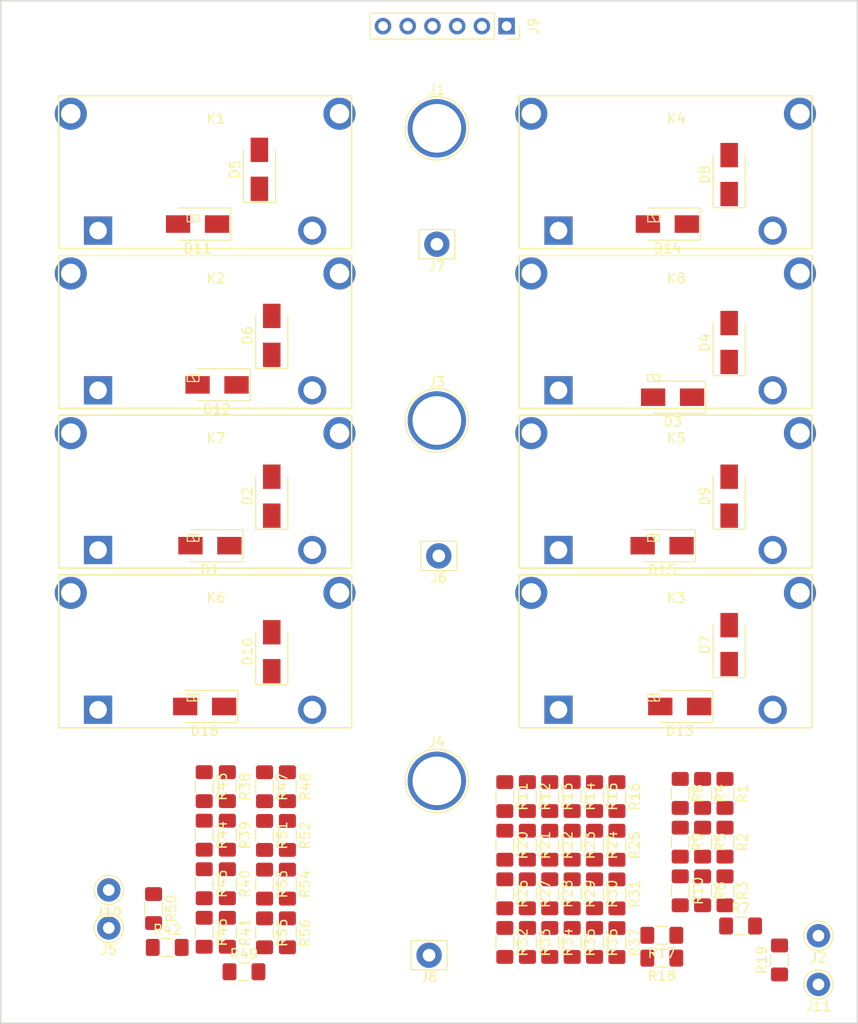
<source format=kicad_pcb>
(kicad_pcb (version 20171130) (host pcbnew "(5.1.0)-1")

  (general
    (thickness 1.6)
    (drawings 4)
    (tracks 0)
    (zones 0)
    (modules 91)
    (nets 38)
  )

  (page A4)
  (layers
    (0 F.Cu signal)
    (31 B.Cu signal)
    (32 B.Adhes user)
    (33 F.Adhes user)
    (34 B.Paste user)
    (35 F.Paste user)
    (36 B.SilkS user)
    (37 F.SilkS user)
    (38 B.Mask user)
    (39 F.Mask user)
    (40 Dwgs.User user)
    (41 Cmts.User user)
    (42 Eco1.User user)
    (43 Eco2.User user)
    (44 Edge.Cuts user)
    (45 Margin user)
    (46 B.CrtYd user)
    (47 F.CrtYd user)
    (48 B.Fab user)
    (49 F.Fab user hide)
  )

  (setup
    (last_trace_width 0.25)
    (trace_clearance 0.2)
    (zone_clearance 0.508)
    (zone_45_only no)
    (trace_min 0.2)
    (via_size 0.8)
    (via_drill 0.4)
    (via_min_size 0.4)
    (via_min_drill 0.3)
    (uvia_size 0.3)
    (uvia_drill 0.1)
    (uvias_allowed no)
    (uvia_min_size 0.2)
    (uvia_min_drill 0.1)
    (edge_width 0.15)
    (segment_width 0.2)
    (pcb_text_width 0.3)
    (pcb_text_size 1.5 1.5)
    (mod_edge_width 0.15)
    (mod_text_size 1 1)
    (mod_text_width 0.15)
    (pad_size 1.524 1.524)
    (pad_drill 0.762)
    (pad_to_mask_clearance 0.2)
    (aux_axis_origin 0 0)
    (visible_elements 7FFFF7FF)
    (pcbplotparams
      (layerselection 0x01030_ffffffff)
      (usegerberextensions false)
      (usegerberattributes false)
      (usegerberadvancedattributes false)
      (creategerberjobfile false)
      (excludeedgelayer true)
      (linewidth 0.100000)
      (plotframeref false)
      (viasonmask false)
      (mode 1)
      (useauxorigin false)
      (hpglpennumber 1)
      (hpglpenspeed 20)
      (hpglpendiameter 15.000000)
      (psnegative false)
      (psa4output false)
      (plotreference true)
      (plotvalue true)
      (plotinvisibletext false)
      (padsonsilk false)
      (subtractmaskfromsilk false)
      (outputformat 4)
      (mirror false)
      (drillshape 0)
      (scaleselection 1)
      (outputdirectory "plot/"))
  )

  (net 0 "")
  (net 1 "Net-(J2-Pad1)")
  (net 2 "Net-(J5-Pad1)")
  (net 3 "Net-(R1-Pad2)")
  (net 4 "Net-(R10-Pad2)")
  (net 5 "Net-(R11-Pad2)")
  (net 6 GND)
  (net 7 "Net-(R39-Pad2)")
  (net 8 "Net-(K1-Pad4)")
  (net 9 "Net-(K4-Pad4)")
  (net 10 "Net-(R10-Pad1)")
  (net 11 "Net-(R20-Pad2)")
  (net 12 "Net-(R26-Pad2)")
  (net 13 "Net-(R38-Pad2)")
  (net 14 "Net-(R40-Pad2)")
  (net 15 "Net-(R41-Pad2)")
  (net 16 "Net-(R47-Pad2)")
  (net 17 "Net-(R51-Pad2)")
  (net 18 "Net-(R53-Pad2)")
  (net 19 reloutcom)
  (net 20 "Net-(D1-Pad1)")
  (net 21 rel-)
  (net 22 "Net-(D3-Pad1)")
  (net 23 rel+)
  (net 24 "Net-(D11-Pad1)")
  (net 25 "Net-(D12-Pad1)")
  (net 26 relPE)
  (net 27 "Net-(D13-Pad1)")
  (net 28 "Net-(D14-Pad1)")
  (net 29 "Net-(D15-Pad1)")
  (net 30 "Net-(D10-Pad1)")
  (net 31 rel54com)
  (net 32 rel60com)
  (net 33 /V+in)
  (net 34 /V-in)
  (net 35 /PEin)
  (net 36 /V-out)
  (net 37 /V+out)

  (net_class Default "This is the default net class."
    (clearance 0.2)
    (trace_width 0.25)
    (via_dia 0.8)
    (via_drill 0.4)
    (uvia_dia 0.3)
    (uvia_drill 0.1)
    (add_net /PEin)
    (add_net /V+in)
    (add_net /V+out)
    (add_net /V-in)
    (add_net /V-out)
    (add_net GND)
    (add_net "Net-(D1-Pad1)")
    (add_net "Net-(D10-Pad1)")
    (add_net "Net-(D11-Pad1)")
    (add_net "Net-(D12-Pad1)")
    (add_net "Net-(D13-Pad1)")
    (add_net "Net-(D14-Pad1)")
    (add_net "Net-(D15-Pad1)")
    (add_net "Net-(D3-Pad1)")
    (add_net "Net-(J2-Pad1)")
    (add_net "Net-(J5-Pad1)")
    (add_net "Net-(K1-Pad4)")
    (add_net "Net-(K4-Pad4)")
    (add_net "Net-(R1-Pad2)")
    (add_net "Net-(R10-Pad1)")
    (add_net "Net-(R10-Pad2)")
    (add_net "Net-(R11-Pad2)")
    (add_net "Net-(R20-Pad2)")
    (add_net "Net-(R26-Pad2)")
    (add_net "Net-(R38-Pad2)")
    (add_net "Net-(R39-Pad2)")
    (add_net "Net-(R40-Pad2)")
    (add_net "Net-(R41-Pad2)")
    (add_net "Net-(R47-Pad2)")
    (add_net "Net-(R51-Pad2)")
    (add_net "Net-(R53-Pad2)")
    (add_net rel+)
    (add_net rel-)
    (add_net rel54com)
    (add_net rel60com)
    (add_net relPE)
    (add_net reloutcom)
  )

  (module Connector_PinSocket_2.54mm:PinSocket_1x06_P2.54mm_Vertical (layer F.Cu) (tedit 5A19A430) (tstamp 5CC0532F)
    (at 140.97 54.61 270)
    (descr "Through hole straight socket strip, 1x06, 2.54mm pitch, single row (from Kicad 4.0.7), script generated")
    (tags "Through hole socket strip THT 1x06 2.54mm single row")
    (path /5D455BF2)
    (fp_text reference J9 (at 0 -2.77 270) (layer F.SilkS)
      (effects (font (size 1 1) (thickness 0.15)))
    )
    (fp_text value Conn_01x06_Female (at 0 15.47 270) (layer F.Fab)
      (effects (font (size 1 1) (thickness 0.15)))
    )
    (fp_text user %R (at 0 6.35) (layer F.Fab)
      (effects (font (size 1 1) (thickness 0.15)))
    )
    (fp_line (start -1.8 14.45) (end -1.8 -1.8) (layer F.CrtYd) (width 0.05))
    (fp_line (start 1.75 14.45) (end -1.8 14.45) (layer F.CrtYd) (width 0.05))
    (fp_line (start 1.75 -1.8) (end 1.75 14.45) (layer F.CrtYd) (width 0.05))
    (fp_line (start -1.8 -1.8) (end 1.75 -1.8) (layer F.CrtYd) (width 0.05))
    (fp_line (start 0 -1.33) (end 1.33 -1.33) (layer F.SilkS) (width 0.12))
    (fp_line (start 1.33 -1.33) (end 1.33 0) (layer F.SilkS) (width 0.12))
    (fp_line (start 1.33 1.27) (end 1.33 14.03) (layer F.SilkS) (width 0.12))
    (fp_line (start -1.33 14.03) (end 1.33 14.03) (layer F.SilkS) (width 0.12))
    (fp_line (start -1.33 1.27) (end -1.33 14.03) (layer F.SilkS) (width 0.12))
    (fp_line (start -1.33 1.27) (end 1.33 1.27) (layer F.SilkS) (width 0.12))
    (fp_line (start -1.27 13.97) (end -1.27 -1.27) (layer F.Fab) (width 0.1))
    (fp_line (start 1.27 13.97) (end -1.27 13.97) (layer F.Fab) (width 0.1))
    (fp_line (start 1.27 -0.635) (end 1.27 13.97) (layer F.Fab) (width 0.1))
    (fp_line (start 0.635 -1.27) (end 1.27 -0.635) (layer F.Fab) (width 0.1))
    (fp_line (start -1.27 -1.27) (end 0.635 -1.27) (layer F.Fab) (width 0.1))
    (pad 6 thru_hole oval (at 0 12.7 270) (size 1.7 1.7) (drill 1) (layers *.Cu *.Mask)
      (net 19 reloutcom))
    (pad 5 thru_hole oval (at 0 10.16 270) (size 1.7 1.7) (drill 1) (layers *.Cu *.Mask)
      (net 32 rel60com))
    (pad 4 thru_hole oval (at 0 7.62 270) (size 1.7 1.7) (drill 1) (layers *.Cu *.Mask)
      (net 31 rel54com))
    (pad 3 thru_hole oval (at 0 5.08 270) (size 1.7 1.7) (drill 1) (layers *.Cu *.Mask)
      (net 26 relPE))
    (pad 2 thru_hole oval (at 0 2.54 270) (size 1.7 1.7) (drill 1) (layers *.Cu *.Mask)
      (net 21 rel-))
    (pad 1 thru_hole rect (at 0 0 270) (size 1.7 1.7) (drill 1) (layers *.Cu *.Mask)
      (net 23 rel+))
    (model ${KISYS3DMOD}/Connector_PinSocket_2.54mm.3dshapes/PinSocket_1x06_P2.54mm_Vertical.wrl
      (at (xyz 0 0 0))
      (scale (xyz 1 1 1))
      (rotate (xyz 0 0 0))
    )
  )

  (module Diode_SMD:D_SMA (layer F.Cu) (tedit 586432E5) (tstamp 5CC05272)
    (at 109.95 124.46 180)
    (descr "Diode SMA (DO-214AC)")
    (tags "Diode SMA (DO-214AC)")
    (path /5CE7BD4B)
    (attr smd)
    (fp_text reference D16 (at 0 -2.5 180) (layer F.SilkS)
      (effects (font (size 1 1) (thickness 0.15)))
    )
    (fp_text value D (at 0 2.6 180) (layer F.Fab)
      (effects (font (size 1 1) (thickness 0.15)))
    )
    (fp_line (start -3.4 -1.65) (end 2 -1.65) (layer F.SilkS) (width 0.12))
    (fp_line (start -3.4 1.65) (end 2 1.65) (layer F.SilkS) (width 0.12))
    (fp_line (start -0.64944 0.00102) (end 0.50118 -0.79908) (layer F.Fab) (width 0.1))
    (fp_line (start -0.64944 0.00102) (end 0.50118 0.75032) (layer F.Fab) (width 0.1))
    (fp_line (start 0.50118 0.75032) (end 0.50118 -0.79908) (layer F.Fab) (width 0.1))
    (fp_line (start -0.64944 -0.79908) (end -0.64944 0.80112) (layer F.Fab) (width 0.1))
    (fp_line (start 0.50118 0.00102) (end 1.4994 0.00102) (layer F.Fab) (width 0.1))
    (fp_line (start -0.64944 0.00102) (end -1.55114 0.00102) (layer F.Fab) (width 0.1))
    (fp_line (start -3.5 1.75) (end -3.5 -1.75) (layer F.CrtYd) (width 0.05))
    (fp_line (start 3.5 1.75) (end -3.5 1.75) (layer F.CrtYd) (width 0.05))
    (fp_line (start 3.5 -1.75) (end 3.5 1.75) (layer F.CrtYd) (width 0.05))
    (fp_line (start -3.5 -1.75) (end 3.5 -1.75) (layer F.CrtYd) (width 0.05))
    (fp_line (start 2.3 -1.5) (end -2.3 -1.5) (layer F.Fab) (width 0.1))
    (fp_line (start 2.3 -1.5) (end 2.3 1.5) (layer F.Fab) (width 0.1))
    (fp_line (start -2.3 1.5) (end -2.3 -1.5) (layer F.Fab) (width 0.1))
    (fp_line (start 2.3 1.5) (end -2.3 1.5) (layer F.Fab) (width 0.1))
    (fp_line (start -3.4 -1.65) (end -3.4 1.65) (layer F.SilkS) (width 0.12))
    (fp_text user %R (at 0 -2.5 180) (layer F.Fab)
      (effects (font (size 1 1) (thickness 0.15)))
    )
    (pad 2 smd rect (at 2 0 180) (size 2.5 1.8) (layers F.Cu F.Paste F.Mask)
      (net 32 rel60com))
    (pad 1 smd rect (at -2 0 180) (size 2.5 1.8) (layers F.Cu F.Paste F.Mask)
      (net 30 "Net-(D10-Pad1)"))
    (model ${KISYS3DMOD}/Diode_SMD.3dshapes/D_SMA.wrl
      (at (xyz 0 0 0))
      (scale (xyz 1 1 1))
      (rotate (xyz 0 0 0))
    )
  )

  (module Diode_SMD:D_SMA (layer F.Cu) (tedit 586432E5) (tstamp 5CC0525A)
    (at 156.94 107.95 180)
    (descr "Diode SMA (DO-214AC)")
    (tags "Diode SMA (DO-214AC)")
    (path /5CE7C44A)
    (attr smd)
    (fp_text reference D15 (at 0 -2.5 180) (layer F.SilkS)
      (effects (font (size 1 1) (thickness 0.15)))
    )
    (fp_text value D (at 0 2.6 180) (layer F.Fab)
      (effects (font (size 1 1) (thickness 0.15)))
    )
    (fp_line (start -3.4 -1.65) (end 2 -1.65) (layer F.SilkS) (width 0.12))
    (fp_line (start -3.4 1.65) (end 2 1.65) (layer F.SilkS) (width 0.12))
    (fp_line (start -0.64944 0.00102) (end 0.50118 -0.79908) (layer F.Fab) (width 0.1))
    (fp_line (start -0.64944 0.00102) (end 0.50118 0.75032) (layer F.Fab) (width 0.1))
    (fp_line (start 0.50118 0.75032) (end 0.50118 -0.79908) (layer F.Fab) (width 0.1))
    (fp_line (start -0.64944 -0.79908) (end -0.64944 0.80112) (layer F.Fab) (width 0.1))
    (fp_line (start 0.50118 0.00102) (end 1.4994 0.00102) (layer F.Fab) (width 0.1))
    (fp_line (start -0.64944 0.00102) (end -1.55114 0.00102) (layer F.Fab) (width 0.1))
    (fp_line (start -3.5 1.75) (end -3.5 -1.75) (layer F.CrtYd) (width 0.05))
    (fp_line (start 3.5 1.75) (end -3.5 1.75) (layer F.CrtYd) (width 0.05))
    (fp_line (start 3.5 -1.75) (end 3.5 1.75) (layer F.CrtYd) (width 0.05))
    (fp_line (start -3.5 -1.75) (end 3.5 -1.75) (layer F.CrtYd) (width 0.05))
    (fp_line (start 2.3 -1.5) (end -2.3 -1.5) (layer F.Fab) (width 0.1))
    (fp_line (start 2.3 -1.5) (end 2.3 1.5) (layer F.Fab) (width 0.1))
    (fp_line (start -2.3 1.5) (end -2.3 -1.5) (layer F.Fab) (width 0.1))
    (fp_line (start 2.3 1.5) (end -2.3 1.5) (layer F.Fab) (width 0.1))
    (fp_line (start -3.4 -1.65) (end -3.4 1.65) (layer F.SilkS) (width 0.12))
    (fp_text user %R (at 0 -2.5 180) (layer F.Fab)
      (effects (font (size 1 1) (thickness 0.15)))
    )
    (pad 2 smd rect (at 2 0 180) (size 2.5 1.8) (layers F.Cu F.Paste F.Mask)
      (net 32 rel60com))
    (pad 1 smd rect (at -2 0 180) (size 2.5 1.8) (layers F.Cu F.Paste F.Mask)
      (net 29 "Net-(D15-Pad1)"))
    (model ${KISYS3DMOD}/Diode_SMD.3dshapes/D_SMA.wrl
      (at (xyz 0 0 0))
      (scale (xyz 1 1 1))
      (rotate (xyz 0 0 0))
    )
  )

  (module Diode_SMD:D_SMA (layer F.Cu) (tedit 586432E5) (tstamp 5CC05242)
    (at 157.48 74.93 180)
    (descr "Diode SMA (DO-214AC)")
    (tags "Diode SMA (DO-214AC)")
    (path /5CE7C5CC)
    (attr smd)
    (fp_text reference D14 (at 0 -2.5 180) (layer F.SilkS)
      (effects (font (size 1 1) (thickness 0.15)))
    )
    (fp_text value D (at 0 2.6 180) (layer F.Fab)
      (effects (font (size 1 1) (thickness 0.15)))
    )
    (fp_line (start -3.4 -1.65) (end 2 -1.65) (layer F.SilkS) (width 0.12))
    (fp_line (start -3.4 1.65) (end 2 1.65) (layer F.SilkS) (width 0.12))
    (fp_line (start -0.64944 0.00102) (end 0.50118 -0.79908) (layer F.Fab) (width 0.1))
    (fp_line (start -0.64944 0.00102) (end 0.50118 0.75032) (layer F.Fab) (width 0.1))
    (fp_line (start 0.50118 0.75032) (end 0.50118 -0.79908) (layer F.Fab) (width 0.1))
    (fp_line (start -0.64944 -0.79908) (end -0.64944 0.80112) (layer F.Fab) (width 0.1))
    (fp_line (start 0.50118 0.00102) (end 1.4994 0.00102) (layer F.Fab) (width 0.1))
    (fp_line (start -0.64944 0.00102) (end -1.55114 0.00102) (layer F.Fab) (width 0.1))
    (fp_line (start -3.5 1.75) (end -3.5 -1.75) (layer F.CrtYd) (width 0.05))
    (fp_line (start 3.5 1.75) (end -3.5 1.75) (layer F.CrtYd) (width 0.05))
    (fp_line (start 3.5 -1.75) (end 3.5 1.75) (layer F.CrtYd) (width 0.05))
    (fp_line (start -3.5 -1.75) (end 3.5 -1.75) (layer F.CrtYd) (width 0.05))
    (fp_line (start 2.3 -1.5) (end -2.3 -1.5) (layer F.Fab) (width 0.1))
    (fp_line (start 2.3 -1.5) (end 2.3 1.5) (layer F.Fab) (width 0.1))
    (fp_line (start -2.3 1.5) (end -2.3 -1.5) (layer F.Fab) (width 0.1))
    (fp_line (start 2.3 1.5) (end -2.3 1.5) (layer F.Fab) (width 0.1))
    (fp_line (start -3.4 -1.65) (end -3.4 1.65) (layer F.SilkS) (width 0.12))
    (fp_text user %R (at 0 -2.5 180) (layer F.Fab)
      (effects (font (size 1 1) (thickness 0.15)))
    )
    (pad 2 smd rect (at 2 0 180) (size 2.5 1.8) (layers F.Cu F.Paste F.Mask)
      (net 32 rel60com))
    (pad 1 smd rect (at -2 0 180) (size 2.5 1.8) (layers F.Cu F.Paste F.Mask)
      (net 28 "Net-(D14-Pad1)"))
    (model ${KISYS3DMOD}/Diode_SMD.3dshapes/D_SMA.wrl
      (at (xyz 0 0 0))
      (scale (xyz 1 1 1))
      (rotate (xyz 0 0 0))
    )
  )

  (module Diode_SMD:D_SMA (layer F.Cu) (tedit 586432E5) (tstamp 5CC0522A)
    (at 158.75 124.46 180)
    (descr "Diode SMA (DO-214AC)")
    (tags "Diode SMA (DO-214AC)")
    (path /5CE7C848)
    (attr smd)
    (fp_text reference D13 (at 0 -2.5 180) (layer F.SilkS)
      (effects (font (size 1 1) (thickness 0.15)))
    )
    (fp_text value D (at 0 2.6 180) (layer F.Fab)
      (effects (font (size 1 1) (thickness 0.15)))
    )
    (fp_line (start -3.4 -1.65) (end 2 -1.65) (layer F.SilkS) (width 0.12))
    (fp_line (start -3.4 1.65) (end 2 1.65) (layer F.SilkS) (width 0.12))
    (fp_line (start -0.64944 0.00102) (end 0.50118 -0.79908) (layer F.Fab) (width 0.1))
    (fp_line (start -0.64944 0.00102) (end 0.50118 0.75032) (layer F.Fab) (width 0.1))
    (fp_line (start 0.50118 0.75032) (end 0.50118 -0.79908) (layer F.Fab) (width 0.1))
    (fp_line (start -0.64944 -0.79908) (end -0.64944 0.80112) (layer F.Fab) (width 0.1))
    (fp_line (start 0.50118 0.00102) (end 1.4994 0.00102) (layer F.Fab) (width 0.1))
    (fp_line (start -0.64944 0.00102) (end -1.55114 0.00102) (layer F.Fab) (width 0.1))
    (fp_line (start -3.5 1.75) (end -3.5 -1.75) (layer F.CrtYd) (width 0.05))
    (fp_line (start 3.5 1.75) (end -3.5 1.75) (layer F.CrtYd) (width 0.05))
    (fp_line (start 3.5 -1.75) (end 3.5 1.75) (layer F.CrtYd) (width 0.05))
    (fp_line (start -3.5 -1.75) (end 3.5 -1.75) (layer F.CrtYd) (width 0.05))
    (fp_line (start 2.3 -1.5) (end -2.3 -1.5) (layer F.Fab) (width 0.1))
    (fp_line (start 2.3 -1.5) (end 2.3 1.5) (layer F.Fab) (width 0.1))
    (fp_line (start -2.3 1.5) (end -2.3 -1.5) (layer F.Fab) (width 0.1))
    (fp_line (start 2.3 1.5) (end -2.3 1.5) (layer F.Fab) (width 0.1))
    (fp_line (start -3.4 -1.65) (end -3.4 1.65) (layer F.SilkS) (width 0.12))
    (fp_text user %R (at 0 -2.5 180) (layer F.Fab)
      (effects (font (size 1 1) (thickness 0.15)))
    )
    (pad 2 smd rect (at 2 0 180) (size 2.5 1.8) (layers F.Cu F.Paste F.Mask)
      (net 31 rel54com))
    (pad 1 smd rect (at -2 0 180) (size 2.5 1.8) (layers F.Cu F.Paste F.Mask)
      (net 27 "Net-(D13-Pad1)"))
    (model ${KISYS3DMOD}/Diode_SMD.3dshapes/D_SMA.wrl
      (at (xyz 0 0 0))
      (scale (xyz 1 1 1))
      (rotate (xyz 0 0 0))
    )
  )

  (module Diode_SMD:D_SMA (layer F.Cu) (tedit 586432E5) (tstamp 5CC05212)
    (at 111.22 91.44 180)
    (descr "Diode SMA (DO-214AC)")
    (tags "Diode SMA (DO-214AC)")
    (path /5CE7CA01)
    (attr smd)
    (fp_text reference D12 (at 0 -2.5 180) (layer F.SilkS)
      (effects (font (size 1 1) (thickness 0.15)))
    )
    (fp_text value D (at 0 2.6 180) (layer F.Fab)
      (effects (font (size 1 1) (thickness 0.15)))
    )
    (fp_line (start -3.4 -1.65) (end 2 -1.65) (layer F.SilkS) (width 0.12))
    (fp_line (start -3.4 1.65) (end 2 1.65) (layer F.SilkS) (width 0.12))
    (fp_line (start -0.64944 0.00102) (end 0.50118 -0.79908) (layer F.Fab) (width 0.1))
    (fp_line (start -0.64944 0.00102) (end 0.50118 0.75032) (layer F.Fab) (width 0.1))
    (fp_line (start 0.50118 0.75032) (end 0.50118 -0.79908) (layer F.Fab) (width 0.1))
    (fp_line (start -0.64944 -0.79908) (end -0.64944 0.80112) (layer F.Fab) (width 0.1))
    (fp_line (start 0.50118 0.00102) (end 1.4994 0.00102) (layer F.Fab) (width 0.1))
    (fp_line (start -0.64944 0.00102) (end -1.55114 0.00102) (layer F.Fab) (width 0.1))
    (fp_line (start -3.5 1.75) (end -3.5 -1.75) (layer F.CrtYd) (width 0.05))
    (fp_line (start 3.5 1.75) (end -3.5 1.75) (layer F.CrtYd) (width 0.05))
    (fp_line (start 3.5 -1.75) (end 3.5 1.75) (layer F.CrtYd) (width 0.05))
    (fp_line (start -3.5 -1.75) (end 3.5 -1.75) (layer F.CrtYd) (width 0.05))
    (fp_line (start 2.3 -1.5) (end -2.3 -1.5) (layer F.Fab) (width 0.1))
    (fp_line (start 2.3 -1.5) (end 2.3 1.5) (layer F.Fab) (width 0.1))
    (fp_line (start -2.3 1.5) (end -2.3 -1.5) (layer F.Fab) (width 0.1))
    (fp_line (start 2.3 1.5) (end -2.3 1.5) (layer F.Fab) (width 0.1))
    (fp_line (start -3.4 -1.65) (end -3.4 1.65) (layer F.SilkS) (width 0.12))
    (fp_text user %R (at 0 -2.5 180) (layer F.Fab)
      (effects (font (size 1 1) (thickness 0.15)))
    )
    (pad 2 smd rect (at 2 0 180) (size 2.5 1.8) (layers F.Cu F.Paste F.Mask)
      (net 31 rel54com))
    (pad 1 smd rect (at -2 0 180) (size 2.5 1.8) (layers F.Cu F.Paste F.Mask)
      (net 25 "Net-(D12-Pad1)"))
    (model ${KISYS3DMOD}/Diode_SMD.3dshapes/D_SMA.wrl
      (at (xyz 0 0 0))
      (scale (xyz 1 1 1))
      (rotate (xyz 0 0 0))
    )
  )

  (module Diode_SMD:D_SMA (layer F.Cu) (tedit 586432E5) (tstamp 5CC051FA)
    (at 109.22 74.93 180)
    (descr "Diode SMA (DO-214AC)")
    (tags "Diode SMA (DO-214AC)")
    (path /5CE7CCFA)
    (attr smd)
    (fp_text reference D11 (at 0 -2.5 180) (layer F.SilkS)
      (effects (font (size 1 1) (thickness 0.15)))
    )
    (fp_text value D (at 0 2.6 180) (layer F.Fab)
      (effects (font (size 1 1) (thickness 0.15)))
    )
    (fp_line (start -3.4 -1.65) (end 2 -1.65) (layer F.SilkS) (width 0.12))
    (fp_line (start -3.4 1.65) (end 2 1.65) (layer F.SilkS) (width 0.12))
    (fp_line (start -0.64944 0.00102) (end 0.50118 -0.79908) (layer F.Fab) (width 0.1))
    (fp_line (start -0.64944 0.00102) (end 0.50118 0.75032) (layer F.Fab) (width 0.1))
    (fp_line (start 0.50118 0.75032) (end 0.50118 -0.79908) (layer F.Fab) (width 0.1))
    (fp_line (start -0.64944 -0.79908) (end -0.64944 0.80112) (layer F.Fab) (width 0.1))
    (fp_line (start 0.50118 0.00102) (end 1.4994 0.00102) (layer F.Fab) (width 0.1))
    (fp_line (start -0.64944 0.00102) (end -1.55114 0.00102) (layer F.Fab) (width 0.1))
    (fp_line (start -3.5 1.75) (end -3.5 -1.75) (layer F.CrtYd) (width 0.05))
    (fp_line (start 3.5 1.75) (end -3.5 1.75) (layer F.CrtYd) (width 0.05))
    (fp_line (start 3.5 -1.75) (end 3.5 1.75) (layer F.CrtYd) (width 0.05))
    (fp_line (start -3.5 -1.75) (end 3.5 -1.75) (layer F.CrtYd) (width 0.05))
    (fp_line (start 2.3 -1.5) (end -2.3 -1.5) (layer F.Fab) (width 0.1))
    (fp_line (start 2.3 -1.5) (end 2.3 1.5) (layer F.Fab) (width 0.1))
    (fp_line (start -2.3 1.5) (end -2.3 -1.5) (layer F.Fab) (width 0.1))
    (fp_line (start 2.3 1.5) (end -2.3 1.5) (layer F.Fab) (width 0.1))
    (fp_line (start -3.4 -1.65) (end -3.4 1.65) (layer F.SilkS) (width 0.12))
    (fp_text user %R (at 0 -2.5 180) (layer F.Fab)
      (effects (font (size 1 1) (thickness 0.15)))
    )
    (pad 2 smd rect (at 2 0 180) (size 2.5 1.8) (layers F.Cu F.Paste F.Mask)
      (net 31 rel54com))
    (pad 1 smd rect (at -2 0 180) (size 2.5 1.8) (layers F.Cu F.Paste F.Mask)
      (net 24 "Net-(D11-Pad1)"))
    (model ${KISYS3DMOD}/Diode_SMD.3dshapes/D_SMA.wrl
      (at (xyz 0 0 0))
      (scale (xyz 1 1 1))
      (rotate (xyz 0 0 0))
    )
  )

  (module Diode_SMD:D_SMA (layer F.Cu) (tedit 586432E5) (tstamp 5CC051E2)
    (at 116.84 118.84 90)
    (descr "Diode SMA (DO-214AC)")
    (tags "Diode SMA (DO-214AC)")
    (path /5CCA931A)
    (attr smd)
    (fp_text reference D10 (at 0 -2.5 90) (layer F.SilkS)
      (effects (font (size 1 1) (thickness 0.15)))
    )
    (fp_text value D (at 0 2.6 90) (layer F.Fab)
      (effects (font (size 1 1) (thickness 0.15)))
    )
    (fp_line (start -3.4 -1.65) (end 2 -1.65) (layer F.SilkS) (width 0.12))
    (fp_line (start -3.4 1.65) (end 2 1.65) (layer F.SilkS) (width 0.12))
    (fp_line (start -0.64944 0.00102) (end 0.50118 -0.79908) (layer F.Fab) (width 0.1))
    (fp_line (start -0.64944 0.00102) (end 0.50118 0.75032) (layer F.Fab) (width 0.1))
    (fp_line (start 0.50118 0.75032) (end 0.50118 -0.79908) (layer F.Fab) (width 0.1))
    (fp_line (start -0.64944 -0.79908) (end -0.64944 0.80112) (layer F.Fab) (width 0.1))
    (fp_line (start 0.50118 0.00102) (end 1.4994 0.00102) (layer F.Fab) (width 0.1))
    (fp_line (start -0.64944 0.00102) (end -1.55114 0.00102) (layer F.Fab) (width 0.1))
    (fp_line (start -3.5 1.75) (end -3.5 -1.75) (layer F.CrtYd) (width 0.05))
    (fp_line (start 3.5 1.75) (end -3.5 1.75) (layer F.CrtYd) (width 0.05))
    (fp_line (start 3.5 -1.75) (end 3.5 1.75) (layer F.CrtYd) (width 0.05))
    (fp_line (start -3.5 -1.75) (end 3.5 -1.75) (layer F.CrtYd) (width 0.05))
    (fp_line (start 2.3 -1.5) (end -2.3 -1.5) (layer F.Fab) (width 0.1))
    (fp_line (start 2.3 -1.5) (end 2.3 1.5) (layer F.Fab) (width 0.1))
    (fp_line (start -2.3 1.5) (end -2.3 -1.5) (layer F.Fab) (width 0.1))
    (fp_line (start 2.3 1.5) (end -2.3 1.5) (layer F.Fab) (width 0.1))
    (fp_line (start -3.4 -1.65) (end -3.4 1.65) (layer F.SilkS) (width 0.12))
    (fp_text user %R (at 0 -2.5 90) (layer F.Fab)
      (effects (font (size 1 1) (thickness 0.15)))
    )
    (pad 2 smd rect (at 2 0 90) (size 2.5 1.8) (layers F.Cu F.Paste F.Mask)
      (net 26 relPE))
    (pad 1 smd rect (at -2 0 90) (size 2.5 1.8) (layers F.Cu F.Paste F.Mask)
      (net 30 "Net-(D10-Pad1)"))
    (model ${KISYS3DMOD}/Diode_SMD.3dshapes/D_SMA.wrl
      (at (xyz 0 0 0))
      (scale (xyz 1 1 1))
      (rotate (xyz 0 0 0))
    )
  )

  (module Diode_SMD:D_SMA (layer F.Cu) (tedit 586432E5) (tstamp 5CC051CA)
    (at 163.83 102.87 90)
    (descr "Diode SMA (DO-214AC)")
    (tags "Diode SMA (DO-214AC)")
    (path /5CCA8FC3)
    (attr smd)
    (fp_text reference D9 (at 0 -2.5 90) (layer F.SilkS)
      (effects (font (size 1 1) (thickness 0.15)))
    )
    (fp_text value D (at 0 2.6 90) (layer F.Fab)
      (effects (font (size 1 1) (thickness 0.15)))
    )
    (fp_line (start -3.4 -1.65) (end 2 -1.65) (layer F.SilkS) (width 0.12))
    (fp_line (start -3.4 1.65) (end 2 1.65) (layer F.SilkS) (width 0.12))
    (fp_line (start -0.64944 0.00102) (end 0.50118 -0.79908) (layer F.Fab) (width 0.1))
    (fp_line (start -0.64944 0.00102) (end 0.50118 0.75032) (layer F.Fab) (width 0.1))
    (fp_line (start 0.50118 0.75032) (end 0.50118 -0.79908) (layer F.Fab) (width 0.1))
    (fp_line (start -0.64944 -0.79908) (end -0.64944 0.80112) (layer F.Fab) (width 0.1))
    (fp_line (start 0.50118 0.00102) (end 1.4994 0.00102) (layer F.Fab) (width 0.1))
    (fp_line (start -0.64944 0.00102) (end -1.55114 0.00102) (layer F.Fab) (width 0.1))
    (fp_line (start -3.5 1.75) (end -3.5 -1.75) (layer F.CrtYd) (width 0.05))
    (fp_line (start 3.5 1.75) (end -3.5 1.75) (layer F.CrtYd) (width 0.05))
    (fp_line (start 3.5 -1.75) (end 3.5 1.75) (layer F.CrtYd) (width 0.05))
    (fp_line (start -3.5 -1.75) (end 3.5 -1.75) (layer F.CrtYd) (width 0.05))
    (fp_line (start 2.3 -1.5) (end -2.3 -1.5) (layer F.Fab) (width 0.1))
    (fp_line (start 2.3 -1.5) (end 2.3 1.5) (layer F.Fab) (width 0.1))
    (fp_line (start -2.3 1.5) (end -2.3 -1.5) (layer F.Fab) (width 0.1))
    (fp_line (start 2.3 1.5) (end -2.3 1.5) (layer F.Fab) (width 0.1))
    (fp_line (start -3.4 -1.65) (end -3.4 1.65) (layer F.SilkS) (width 0.12))
    (fp_text user %R (at 0 -2.5 90) (layer F.Fab)
      (effects (font (size 1 1) (thickness 0.15)))
    )
    (pad 2 smd rect (at 2 0 90) (size 2.5 1.8) (layers F.Cu F.Paste F.Mask)
      (net 21 rel-))
    (pad 1 smd rect (at -2 0 90) (size 2.5 1.8) (layers F.Cu F.Paste F.Mask)
      (net 29 "Net-(D15-Pad1)"))
    (model ${KISYS3DMOD}/Diode_SMD.3dshapes/D_SMA.wrl
      (at (xyz 0 0 0))
      (scale (xyz 1 1 1))
      (rotate (xyz 0 0 0))
    )
  )

  (module Diode_SMD:D_SMA (layer F.Cu) (tedit 586432E5) (tstamp 5CC051B2)
    (at 163.83 69.85 90)
    (descr "Diode SMA (DO-214AC)")
    (tags "Diode SMA (DO-214AC)")
    (path /5CCA8C7B)
    (attr smd)
    (fp_text reference D8 (at 0 -2.5 90) (layer F.SilkS)
      (effects (font (size 1 1) (thickness 0.15)))
    )
    (fp_text value D (at 0 2.6 90) (layer F.Fab)
      (effects (font (size 1 1) (thickness 0.15)))
    )
    (fp_line (start -3.4 -1.65) (end 2 -1.65) (layer F.SilkS) (width 0.12))
    (fp_line (start -3.4 1.65) (end 2 1.65) (layer F.SilkS) (width 0.12))
    (fp_line (start -0.64944 0.00102) (end 0.50118 -0.79908) (layer F.Fab) (width 0.1))
    (fp_line (start -0.64944 0.00102) (end 0.50118 0.75032) (layer F.Fab) (width 0.1))
    (fp_line (start 0.50118 0.75032) (end 0.50118 -0.79908) (layer F.Fab) (width 0.1))
    (fp_line (start -0.64944 -0.79908) (end -0.64944 0.80112) (layer F.Fab) (width 0.1))
    (fp_line (start 0.50118 0.00102) (end 1.4994 0.00102) (layer F.Fab) (width 0.1))
    (fp_line (start -0.64944 0.00102) (end -1.55114 0.00102) (layer F.Fab) (width 0.1))
    (fp_line (start -3.5 1.75) (end -3.5 -1.75) (layer F.CrtYd) (width 0.05))
    (fp_line (start 3.5 1.75) (end -3.5 1.75) (layer F.CrtYd) (width 0.05))
    (fp_line (start 3.5 -1.75) (end 3.5 1.75) (layer F.CrtYd) (width 0.05))
    (fp_line (start -3.5 -1.75) (end 3.5 -1.75) (layer F.CrtYd) (width 0.05))
    (fp_line (start 2.3 -1.5) (end -2.3 -1.5) (layer F.Fab) (width 0.1))
    (fp_line (start 2.3 -1.5) (end 2.3 1.5) (layer F.Fab) (width 0.1))
    (fp_line (start -2.3 1.5) (end -2.3 -1.5) (layer F.Fab) (width 0.1))
    (fp_line (start 2.3 1.5) (end -2.3 1.5) (layer F.Fab) (width 0.1))
    (fp_line (start -3.4 -1.65) (end -3.4 1.65) (layer F.SilkS) (width 0.12))
    (fp_text user %R (at 0 -2.5 90) (layer F.Fab)
      (effects (font (size 1 1) (thickness 0.15)))
    )
    (pad 2 smd rect (at 2 0 90) (size 2.5 1.8) (layers F.Cu F.Paste F.Mask)
      (net 23 rel+))
    (pad 1 smd rect (at -2 0 90) (size 2.5 1.8) (layers F.Cu F.Paste F.Mask)
      (net 28 "Net-(D14-Pad1)"))
    (model ${KISYS3DMOD}/Diode_SMD.3dshapes/D_SMA.wrl
      (at (xyz 0 0 0))
      (scale (xyz 1 1 1))
      (rotate (xyz 0 0 0))
    )
  )

  (module Diode_SMD:D_SMA (layer F.Cu) (tedit 586432E5) (tstamp 5CC0519A)
    (at 163.83 118.11 90)
    (descr "Diode SMA (DO-214AC)")
    (tags "Diode SMA (DO-214AC)")
    (path /5CCA88E8)
    (attr smd)
    (fp_text reference D7 (at 0 -2.5 90) (layer F.SilkS)
      (effects (font (size 1 1) (thickness 0.15)))
    )
    (fp_text value D (at 0 2.6 90) (layer F.Fab)
      (effects (font (size 1 1) (thickness 0.15)))
    )
    (fp_line (start -3.4 -1.65) (end 2 -1.65) (layer F.SilkS) (width 0.12))
    (fp_line (start -3.4 1.65) (end 2 1.65) (layer F.SilkS) (width 0.12))
    (fp_line (start -0.64944 0.00102) (end 0.50118 -0.79908) (layer F.Fab) (width 0.1))
    (fp_line (start -0.64944 0.00102) (end 0.50118 0.75032) (layer F.Fab) (width 0.1))
    (fp_line (start 0.50118 0.75032) (end 0.50118 -0.79908) (layer F.Fab) (width 0.1))
    (fp_line (start -0.64944 -0.79908) (end -0.64944 0.80112) (layer F.Fab) (width 0.1))
    (fp_line (start 0.50118 0.00102) (end 1.4994 0.00102) (layer F.Fab) (width 0.1))
    (fp_line (start -0.64944 0.00102) (end -1.55114 0.00102) (layer F.Fab) (width 0.1))
    (fp_line (start -3.5 1.75) (end -3.5 -1.75) (layer F.CrtYd) (width 0.05))
    (fp_line (start 3.5 1.75) (end -3.5 1.75) (layer F.CrtYd) (width 0.05))
    (fp_line (start 3.5 -1.75) (end 3.5 1.75) (layer F.CrtYd) (width 0.05))
    (fp_line (start -3.5 -1.75) (end 3.5 -1.75) (layer F.CrtYd) (width 0.05))
    (fp_line (start 2.3 -1.5) (end -2.3 -1.5) (layer F.Fab) (width 0.1))
    (fp_line (start 2.3 -1.5) (end 2.3 1.5) (layer F.Fab) (width 0.1))
    (fp_line (start -2.3 1.5) (end -2.3 -1.5) (layer F.Fab) (width 0.1))
    (fp_line (start 2.3 1.5) (end -2.3 1.5) (layer F.Fab) (width 0.1))
    (fp_line (start -3.4 -1.65) (end -3.4 1.65) (layer F.SilkS) (width 0.12))
    (fp_text user %R (at 0 -2.5 90) (layer F.Fab)
      (effects (font (size 1 1) (thickness 0.15)))
    )
    (pad 2 smd rect (at 2 0 90) (size 2.5 1.8) (layers F.Cu F.Paste F.Mask)
      (net 26 relPE))
    (pad 1 smd rect (at -2 0 90) (size 2.5 1.8) (layers F.Cu F.Paste F.Mask)
      (net 27 "Net-(D13-Pad1)"))
    (model ${KISYS3DMOD}/Diode_SMD.3dshapes/D_SMA.wrl
      (at (xyz 0 0 0))
      (scale (xyz 1 1 1))
      (rotate (xyz 0 0 0))
    )
  )

  (module Diode_SMD:D_SMA (layer F.Cu) (tedit 586432E5) (tstamp 5CC05182)
    (at 116.84 86.36 90)
    (descr "Diode SMA (DO-214AC)")
    (tags "Diode SMA (DO-214AC)")
    (path /5CCA83AC)
    (attr smd)
    (fp_text reference D6 (at 0 -2.5 90) (layer F.SilkS)
      (effects (font (size 1 1) (thickness 0.15)))
    )
    (fp_text value D (at 0 2.6 90) (layer F.Fab)
      (effects (font (size 1 1) (thickness 0.15)))
    )
    (fp_line (start -3.4 -1.65) (end 2 -1.65) (layer F.SilkS) (width 0.12))
    (fp_line (start -3.4 1.65) (end 2 1.65) (layer F.SilkS) (width 0.12))
    (fp_line (start -0.64944 0.00102) (end 0.50118 -0.79908) (layer F.Fab) (width 0.1))
    (fp_line (start -0.64944 0.00102) (end 0.50118 0.75032) (layer F.Fab) (width 0.1))
    (fp_line (start 0.50118 0.75032) (end 0.50118 -0.79908) (layer F.Fab) (width 0.1))
    (fp_line (start -0.64944 -0.79908) (end -0.64944 0.80112) (layer F.Fab) (width 0.1))
    (fp_line (start 0.50118 0.00102) (end 1.4994 0.00102) (layer F.Fab) (width 0.1))
    (fp_line (start -0.64944 0.00102) (end -1.55114 0.00102) (layer F.Fab) (width 0.1))
    (fp_line (start -3.5 1.75) (end -3.5 -1.75) (layer F.CrtYd) (width 0.05))
    (fp_line (start 3.5 1.75) (end -3.5 1.75) (layer F.CrtYd) (width 0.05))
    (fp_line (start 3.5 -1.75) (end 3.5 1.75) (layer F.CrtYd) (width 0.05))
    (fp_line (start -3.5 -1.75) (end 3.5 -1.75) (layer F.CrtYd) (width 0.05))
    (fp_line (start 2.3 -1.5) (end -2.3 -1.5) (layer F.Fab) (width 0.1))
    (fp_line (start 2.3 -1.5) (end 2.3 1.5) (layer F.Fab) (width 0.1))
    (fp_line (start -2.3 1.5) (end -2.3 -1.5) (layer F.Fab) (width 0.1))
    (fp_line (start 2.3 1.5) (end -2.3 1.5) (layer F.Fab) (width 0.1))
    (fp_line (start -3.4 -1.65) (end -3.4 1.65) (layer F.SilkS) (width 0.12))
    (fp_text user %R (at 0 -2.5 90) (layer F.Fab)
      (effects (font (size 1 1) (thickness 0.15)))
    )
    (pad 2 smd rect (at 2 0 90) (size 2.5 1.8) (layers F.Cu F.Paste F.Mask)
      (net 21 rel-))
    (pad 1 smd rect (at -2 0 90) (size 2.5 1.8) (layers F.Cu F.Paste F.Mask)
      (net 25 "Net-(D12-Pad1)"))
    (model ${KISYS3DMOD}/Diode_SMD.3dshapes/D_SMA.wrl
      (at (xyz 0 0 0))
      (scale (xyz 1 1 1))
      (rotate (xyz 0 0 0))
    )
  )

  (module Diode_SMD:D_SMA (layer F.Cu) (tedit 586432E5) (tstamp 5CC0516A)
    (at 115.57 69.31 90)
    (descr "Diode SMA (DO-214AC)")
    (tags "Diode SMA (DO-214AC)")
    (path /5CCA7973)
    (attr smd)
    (fp_text reference D5 (at 0 -2.5 90) (layer F.SilkS)
      (effects (font (size 1 1) (thickness 0.15)))
    )
    (fp_text value D (at 0 2.6 90) (layer F.Fab)
      (effects (font (size 1 1) (thickness 0.15)))
    )
    (fp_line (start -3.4 -1.65) (end 2 -1.65) (layer F.SilkS) (width 0.12))
    (fp_line (start -3.4 1.65) (end 2 1.65) (layer F.SilkS) (width 0.12))
    (fp_line (start -0.64944 0.00102) (end 0.50118 -0.79908) (layer F.Fab) (width 0.1))
    (fp_line (start -0.64944 0.00102) (end 0.50118 0.75032) (layer F.Fab) (width 0.1))
    (fp_line (start 0.50118 0.75032) (end 0.50118 -0.79908) (layer F.Fab) (width 0.1))
    (fp_line (start -0.64944 -0.79908) (end -0.64944 0.80112) (layer F.Fab) (width 0.1))
    (fp_line (start 0.50118 0.00102) (end 1.4994 0.00102) (layer F.Fab) (width 0.1))
    (fp_line (start -0.64944 0.00102) (end -1.55114 0.00102) (layer F.Fab) (width 0.1))
    (fp_line (start -3.5 1.75) (end -3.5 -1.75) (layer F.CrtYd) (width 0.05))
    (fp_line (start 3.5 1.75) (end -3.5 1.75) (layer F.CrtYd) (width 0.05))
    (fp_line (start 3.5 -1.75) (end 3.5 1.75) (layer F.CrtYd) (width 0.05))
    (fp_line (start -3.5 -1.75) (end 3.5 -1.75) (layer F.CrtYd) (width 0.05))
    (fp_line (start 2.3 -1.5) (end -2.3 -1.5) (layer F.Fab) (width 0.1))
    (fp_line (start 2.3 -1.5) (end 2.3 1.5) (layer F.Fab) (width 0.1))
    (fp_line (start -2.3 1.5) (end -2.3 -1.5) (layer F.Fab) (width 0.1))
    (fp_line (start 2.3 1.5) (end -2.3 1.5) (layer F.Fab) (width 0.1))
    (fp_line (start -3.4 -1.65) (end -3.4 1.65) (layer F.SilkS) (width 0.12))
    (fp_text user %R (at 0 -2.5 90) (layer F.Fab)
      (effects (font (size 1 1) (thickness 0.15)))
    )
    (pad 2 smd rect (at 2 0 90) (size 2.5 1.8) (layers F.Cu F.Paste F.Mask)
      (net 23 rel+))
    (pad 1 smd rect (at -2 0 90) (size 2.5 1.8) (layers F.Cu F.Paste F.Mask)
      (net 24 "Net-(D11-Pad1)"))
    (model ${KISYS3DMOD}/Diode_SMD.3dshapes/D_SMA.wrl
      (at (xyz 0 0 0))
      (scale (xyz 1 1 1))
      (rotate (xyz 0 0 0))
    )
  )

  (module Diode_SMD:D_SMA (layer F.Cu) (tedit 586432E5) (tstamp 5CC05152)
    (at 163.83 87.09 90)
    (descr "Diode SMA (DO-214AC)")
    (tags "Diode SMA (DO-214AC)")
    (path /5CE7F0C1)
    (attr smd)
    (fp_text reference D4 (at 0 -2.5 90) (layer F.SilkS)
      (effects (font (size 1 1) (thickness 0.15)))
    )
    (fp_text value D (at 0 2.6 90) (layer F.Fab)
      (effects (font (size 1 1) (thickness 0.15)))
    )
    (fp_line (start -3.4 -1.65) (end 2 -1.65) (layer F.SilkS) (width 0.12))
    (fp_line (start -3.4 1.65) (end 2 1.65) (layer F.SilkS) (width 0.12))
    (fp_line (start -0.64944 0.00102) (end 0.50118 -0.79908) (layer F.Fab) (width 0.1))
    (fp_line (start -0.64944 0.00102) (end 0.50118 0.75032) (layer F.Fab) (width 0.1))
    (fp_line (start 0.50118 0.75032) (end 0.50118 -0.79908) (layer F.Fab) (width 0.1))
    (fp_line (start -0.64944 -0.79908) (end -0.64944 0.80112) (layer F.Fab) (width 0.1))
    (fp_line (start 0.50118 0.00102) (end 1.4994 0.00102) (layer F.Fab) (width 0.1))
    (fp_line (start -0.64944 0.00102) (end -1.55114 0.00102) (layer F.Fab) (width 0.1))
    (fp_line (start -3.5 1.75) (end -3.5 -1.75) (layer F.CrtYd) (width 0.05))
    (fp_line (start 3.5 1.75) (end -3.5 1.75) (layer F.CrtYd) (width 0.05))
    (fp_line (start 3.5 -1.75) (end 3.5 1.75) (layer F.CrtYd) (width 0.05))
    (fp_line (start -3.5 -1.75) (end 3.5 -1.75) (layer F.CrtYd) (width 0.05))
    (fp_line (start 2.3 -1.5) (end -2.3 -1.5) (layer F.Fab) (width 0.1))
    (fp_line (start 2.3 -1.5) (end 2.3 1.5) (layer F.Fab) (width 0.1))
    (fp_line (start -2.3 1.5) (end -2.3 -1.5) (layer F.Fab) (width 0.1))
    (fp_line (start 2.3 1.5) (end -2.3 1.5) (layer F.Fab) (width 0.1))
    (fp_line (start -3.4 -1.65) (end -3.4 1.65) (layer F.SilkS) (width 0.12))
    (fp_text user %R (at 0 -2.5 90) (layer F.Fab)
      (effects (font (size 1 1) (thickness 0.15)))
    )
    (pad 2 smd rect (at 2 0 90) (size 2.5 1.8) (layers F.Cu F.Paste F.Mask)
      (net 23 rel+))
    (pad 1 smd rect (at -2 0 90) (size 2.5 1.8) (layers F.Cu F.Paste F.Mask)
      (net 22 "Net-(D3-Pad1)"))
    (model ${KISYS3DMOD}/Diode_SMD.3dshapes/D_SMA.wrl
      (at (xyz 0 0 0))
      (scale (xyz 1 1 1))
      (rotate (xyz 0 0 0))
    )
  )

  (module Diode_SMD:D_SMA (layer F.Cu) (tedit 586432E5) (tstamp 5CC0513A)
    (at 158.02 92.71 180)
    (descr "Diode SMA (DO-214AC)")
    (tags "Diode SMA (DO-214AC)")
    (path /5CE7FECD)
    (attr smd)
    (fp_text reference D3 (at 0 -2.5 180) (layer F.SilkS)
      (effects (font (size 1 1) (thickness 0.15)))
    )
    (fp_text value D (at 0 2.6 180) (layer F.Fab)
      (effects (font (size 1 1) (thickness 0.15)))
    )
    (fp_line (start -3.4 -1.65) (end 2 -1.65) (layer F.SilkS) (width 0.12))
    (fp_line (start -3.4 1.65) (end 2 1.65) (layer F.SilkS) (width 0.12))
    (fp_line (start -0.64944 0.00102) (end 0.50118 -0.79908) (layer F.Fab) (width 0.1))
    (fp_line (start -0.64944 0.00102) (end 0.50118 0.75032) (layer F.Fab) (width 0.1))
    (fp_line (start 0.50118 0.75032) (end 0.50118 -0.79908) (layer F.Fab) (width 0.1))
    (fp_line (start -0.64944 -0.79908) (end -0.64944 0.80112) (layer F.Fab) (width 0.1))
    (fp_line (start 0.50118 0.00102) (end 1.4994 0.00102) (layer F.Fab) (width 0.1))
    (fp_line (start -0.64944 0.00102) (end -1.55114 0.00102) (layer F.Fab) (width 0.1))
    (fp_line (start -3.5 1.75) (end -3.5 -1.75) (layer F.CrtYd) (width 0.05))
    (fp_line (start 3.5 1.75) (end -3.5 1.75) (layer F.CrtYd) (width 0.05))
    (fp_line (start 3.5 -1.75) (end 3.5 1.75) (layer F.CrtYd) (width 0.05))
    (fp_line (start -3.5 -1.75) (end 3.5 -1.75) (layer F.CrtYd) (width 0.05))
    (fp_line (start 2.3 -1.5) (end -2.3 -1.5) (layer F.Fab) (width 0.1))
    (fp_line (start 2.3 -1.5) (end 2.3 1.5) (layer F.Fab) (width 0.1))
    (fp_line (start -2.3 1.5) (end -2.3 -1.5) (layer F.Fab) (width 0.1))
    (fp_line (start 2.3 1.5) (end -2.3 1.5) (layer F.Fab) (width 0.1))
    (fp_line (start -3.4 -1.65) (end -3.4 1.65) (layer F.SilkS) (width 0.12))
    (fp_text user %R (at 0 -2.5 180) (layer F.Fab)
      (effects (font (size 1 1) (thickness 0.15)))
    )
    (pad 2 smd rect (at 2 0 180) (size 2.5 1.8) (layers F.Cu F.Paste F.Mask)
      (net 19 reloutcom))
    (pad 1 smd rect (at -2 0 180) (size 2.5 1.8) (layers F.Cu F.Paste F.Mask)
      (net 22 "Net-(D3-Pad1)"))
    (model ${KISYS3DMOD}/Diode_SMD.3dshapes/D_SMA.wrl
      (at (xyz 0 0 0))
      (scale (xyz 1 1 1))
      (rotate (xyz 0 0 0))
    )
  )

  (module Diode_SMD:D_SMA (layer F.Cu) (tedit 586432E5) (tstamp 5CC05122)
    (at 116.84 102.87 90)
    (descr "Diode SMA (DO-214AC)")
    (tags "Diode SMA (DO-214AC)")
    (path /5CE7CE3B)
    (attr smd)
    (fp_text reference D2 (at 0 -2.5 90) (layer F.SilkS)
      (effects (font (size 1 1) (thickness 0.15)))
    )
    (fp_text value D (at 0 2.6 90) (layer F.Fab)
      (effects (font (size 1 1) (thickness 0.15)))
    )
    (fp_line (start -3.4 -1.65) (end 2 -1.65) (layer F.SilkS) (width 0.12))
    (fp_line (start -3.4 1.65) (end 2 1.65) (layer F.SilkS) (width 0.12))
    (fp_line (start -0.64944 0.00102) (end 0.50118 -0.79908) (layer F.Fab) (width 0.1))
    (fp_line (start -0.64944 0.00102) (end 0.50118 0.75032) (layer F.Fab) (width 0.1))
    (fp_line (start 0.50118 0.75032) (end 0.50118 -0.79908) (layer F.Fab) (width 0.1))
    (fp_line (start -0.64944 -0.79908) (end -0.64944 0.80112) (layer F.Fab) (width 0.1))
    (fp_line (start 0.50118 0.00102) (end 1.4994 0.00102) (layer F.Fab) (width 0.1))
    (fp_line (start -0.64944 0.00102) (end -1.55114 0.00102) (layer F.Fab) (width 0.1))
    (fp_line (start -3.5 1.75) (end -3.5 -1.75) (layer F.CrtYd) (width 0.05))
    (fp_line (start 3.5 1.75) (end -3.5 1.75) (layer F.CrtYd) (width 0.05))
    (fp_line (start 3.5 -1.75) (end 3.5 1.75) (layer F.CrtYd) (width 0.05))
    (fp_line (start -3.5 -1.75) (end 3.5 -1.75) (layer F.CrtYd) (width 0.05))
    (fp_line (start 2.3 -1.5) (end -2.3 -1.5) (layer F.Fab) (width 0.1))
    (fp_line (start 2.3 -1.5) (end 2.3 1.5) (layer F.Fab) (width 0.1))
    (fp_line (start -2.3 1.5) (end -2.3 -1.5) (layer F.Fab) (width 0.1))
    (fp_line (start 2.3 1.5) (end -2.3 1.5) (layer F.Fab) (width 0.1))
    (fp_line (start -3.4 -1.65) (end -3.4 1.65) (layer F.SilkS) (width 0.12))
    (fp_text user %R (at 0 -2.5 90) (layer F.Fab)
      (effects (font (size 1 1) (thickness 0.15)))
    )
    (pad 2 smd rect (at 2 0 90) (size 2.5 1.8) (layers F.Cu F.Paste F.Mask)
      (net 21 rel-))
    (pad 1 smd rect (at -2 0 90) (size 2.5 1.8) (layers F.Cu F.Paste F.Mask)
      (net 20 "Net-(D1-Pad1)"))
    (model ${KISYS3DMOD}/Diode_SMD.3dshapes/D_SMA.wrl
      (at (xyz 0 0 0))
      (scale (xyz 1 1 1))
      (rotate (xyz 0 0 0))
    )
  )

  (module Diode_SMD:D_SMA (layer F.Cu) (tedit 586432E5) (tstamp 5CC0510A)
    (at 110.49 107.95 180)
    (descr "Diode SMA (DO-214AC)")
    (tags "Diode SMA (DO-214AC)")
    (path /5CE7F404)
    (attr smd)
    (fp_text reference D1 (at 0 -2.5 180) (layer F.SilkS)
      (effects (font (size 1 1) (thickness 0.15)))
    )
    (fp_text value D (at 0 2.6 180) (layer F.Fab)
      (effects (font (size 1 1) (thickness 0.15)))
    )
    (fp_line (start -3.4 -1.65) (end 2 -1.65) (layer F.SilkS) (width 0.12))
    (fp_line (start -3.4 1.65) (end 2 1.65) (layer F.SilkS) (width 0.12))
    (fp_line (start -0.64944 0.00102) (end 0.50118 -0.79908) (layer F.Fab) (width 0.1))
    (fp_line (start -0.64944 0.00102) (end 0.50118 0.75032) (layer F.Fab) (width 0.1))
    (fp_line (start 0.50118 0.75032) (end 0.50118 -0.79908) (layer F.Fab) (width 0.1))
    (fp_line (start -0.64944 -0.79908) (end -0.64944 0.80112) (layer F.Fab) (width 0.1))
    (fp_line (start 0.50118 0.00102) (end 1.4994 0.00102) (layer F.Fab) (width 0.1))
    (fp_line (start -0.64944 0.00102) (end -1.55114 0.00102) (layer F.Fab) (width 0.1))
    (fp_line (start -3.5 1.75) (end -3.5 -1.75) (layer F.CrtYd) (width 0.05))
    (fp_line (start 3.5 1.75) (end -3.5 1.75) (layer F.CrtYd) (width 0.05))
    (fp_line (start 3.5 -1.75) (end 3.5 1.75) (layer F.CrtYd) (width 0.05))
    (fp_line (start -3.5 -1.75) (end 3.5 -1.75) (layer F.CrtYd) (width 0.05))
    (fp_line (start 2.3 -1.5) (end -2.3 -1.5) (layer F.Fab) (width 0.1))
    (fp_line (start 2.3 -1.5) (end 2.3 1.5) (layer F.Fab) (width 0.1))
    (fp_line (start -2.3 1.5) (end -2.3 -1.5) (layer F.Fab) (width 0.1))
    (fp_line (start 2.3 1.5) (end -2.3 1.5) (layer F.Fab) (width 0.1))
    (fp_line (start -3.4 -1.65) (end -3.4 1.65) (layer F.SilkS) (width 0.12))
    (fp_text user %R (at 0 -2.5 180) (layer F.Fab)
      (effects (font (size 1 1) (thickness 0.15)))
    )
    (pad 2 smd rect (at 2 0 180) (size 2.5 1.8) (layers F.Cu F.Paste F.Mask)
      (net 19 reloutcom))
    (pad 1 smd rect (at -2 0 180) (size 2.5 1.8) (layers F.Cu F.Paste F.Mask)
      (net 20 "Net-(D1-Pad1)"))
    (model ${KISYS3DMOD}/Diode_SMD.3dshapes/D_SMA.wrl
      (at (xyz 0 0 0))
      (scale (xyz 1 1 1))
      (rotate (xyz 0 0 0))
    )
  )

  (module TestPoint:TestPoint_Plated_Hole_D5.0mm (layer F.Cu) (tedit 5A0F774F) (tstamp 5CBED467)
    (at 133.8 65.1)
    (descr "Plated Hole as test Point, diameter 5.0mm")
    (tags "test point plated hole")
    (path /5CDC67ED)
    (attr virtual)
    (fp_text reference J1 (at 0 -3.948) (layer F.SilkS)
      (effects (font (size 1 1) (thickness 0.15)))
    )
    (fp_text value Conn_01x01_Female (at 0 3.9) (layer F.Fab)
      (effects (font (size 1 1) (thickness 0.15)))
    )
    (fp_circle (center 0 0) (end 0 3.25) (layer F.SilkS) (width 0.12))
    (fp_circle (center 0 0) (end 3.5 0) (layer F.CrtYd) (width 0.05))
    (fp_text user %R (at 0 -3.95) (layer F.Fab)
      (effects (font (size 1 1) (thickness 0.15)))
    )
    (pad 1 thru_hole circle (at 0 0) (size 6 6) (drill 5) (layers *.Cu *.Mask)
      (net 33 /V+in))
  )

  (module TestPoint:TestPoint_Plated_Hole_D5.0mm (layer F.Cu) (tedit 5A0F774F) (tstamp 5CBED4BE)
    (at 133.8 95.1)
    (descr "Plated Hole as test Point, diameter 5.0mm")
    (tags "test point plated hole")
    (path /5CDC6BB5)
    (attr virtual)
    (fp_text reference J3 (at 0 -3.948) (layer F.SilkS)
      (effects (font (size 1 1) (thickness 0.15)))
    )
    (fp_text value Conn_01x01_Female (at 0 3.9) (layer F.Fab)
      (effects (font (size 1 1) (thickness 0.15)))
    )
    (fp_circle (center 0 0) (end 0 3.25) (layer F.SilkS) (width 0.12))
    (fp_circle (center 0 0) (end 3.5 0) (layer F.CrtYd) (width 0.05))
    (fp_text user %R (at 0 -3.95) (layer F.Fab)
      (effects (font (size 1 1) (thickness 0.15)))
    )
    (pad 1 thru_hole circle (at 0 0) (size 6 6) (drill 5) (layers *.Cu *.Mask)
      (net 34 /V-in))
  )

  (module TestPoint:TestPoint_Plated_Hole_D5.0mm (layer F.Cu) (tedit 5A0F774F) (tstamp 5CBED532)
    (at 133.8 132.1)
    (descr "Plated Hole as test Point, diameter 5.0mm")
    (tags "test point plated hole")
    (path /5CDC6C6D)
    (attr virtual)
    (fp_text reference J4 (at 0 -3.948) (layer F.SilkS)
      (effects (font (size 1 1) (thickness 0.15)))
    )
    (fp_text value Conn_01x01_Female (at 0 3.9) (layer F.Fab)
      (effects (font (size 1 1) (thickness 0.15)))
    )
    (fp_circle (center 0 0) (end 0 3.25) (layer F.SilkS) (width 0.12))
    (fp_circle (center 0 0) (end 3.5 0) (layer F.CrtYd) (width 0.05))
    (fp_text user %R (at 0 -3.95) (layer F.Fab)
      (effects (font (size 1 1) (thickness 0.15)))
    )
    (pad 1 thru_hole circle (at 0 0) (size 6 6) (drill 5) (layers *.Cu *.Mask)
      (net 35 /PEin))
  )

  (module custom_footprints:ALFG2PF241 (layer F.Cu) (tedit 5CBD9299) (tstamp 5CE0FCB1)
    (at 99 75.6)
    (descr "Panasonic Relay SPST, http://www.farnell.com/datasheets/2244182.pdf")
    (tags "Panasonic Relay SPST")
    (path /5CE8004E)
    (fp_text reference K1 (at 12.1 -11.5 180) (layer F.SilkS)
      (effects (font (size 1 1) (thickness 0.15)))
    )
    (fp_text value ALFG2PF241 (at 12.1 3.9 180) (layer F.Fab)
      (effects (font (size 1 1) (thickness 0.15)))
    )
    (fp_line (start -4.1402 -13.97) (end 26.1366 -13.97) (layer F.Fab) (width 0.12))
    (fp_line (start -4.05 1.85) (end -4.05 -13.85) (layer F.SilkS) (width 0.15))
    (fp_line (start 26.05 1.85) (end -4.05 1.85) (layer F.SilkS) (width 0.15))
    (fp_line (start 26.05 -13.85) (end 26.05 1.85) (layer F.SilkS) (width 0.15))
    (fp_line (start -4.05 -13.85) (end 26.05 -13.85) (layer F.SilkS) (width 0.15))
    (fp_text user %R (at 12 -3.75 180) (layer F.Fab)
      (effects (font (size 1 1) (thickness 0.15)))
    )
    (fp_line (start 26.05 1.85) (end 26.05 -13.85) (layer F.CrtYd) (width 0.05))
    (fp_line (start -4.05 1.85) (end 26.05 1.85) (layer F.CrtYd) (width 0.05))
    (fp_line (start -4.05 -13.85) (end -4.05 1.85) (layer F.CrtYd) (width 0.05))
    (fp_line (start 26.05 -13.85) (end -4.05 -13.85) (layer F.CrtYd) (width 0.05))
    (fp_line (start 10.36 -0.91) (end 10.36 -1.61) (layer F.SilkS) (width 0.12))
    (fp_line (start 9.16 -0.91) (end 10.36 -0.91) (layer F.SilkS) (width 0.12))
    (fp_line (start 9.16 -1.61) (end 9.16 -0.91) (layer F.SilkS) (width 0.12))
    (fp_line (start 10.36 -1.61) (end 9.16 -1.61) (layer F.SilkS) (width 0.12))
    (fp_line (start 9.96 -0.91) (end 9.56 -1.61) (layer F.SilkS) (width 0.12))
    (fp_line (start 26.162 1.9304) (end 26.162 -13.97) (layer F.Fab) (width 0.1))
    (fp_line (start -4.1402 1.9558) (end 26.162 1.9558) (layer F.Fab) (width 0.1))
    (fp_line (start -4.1402 -13.97) (end -4.1402 1.9558) (layer F.Fab) (width 0.1))
    (pad 3 thru_hole oval (at -2.8 -12 90) (size 3.3 3.3) (drill 2) (layers *.Cu *.Mask)
      (net 33 /V+in))
    (pad 4 thru_hole oval (at 24.8 -12 90) (size 3.3 3.3) (drill 2) (layers *.Cu *.Mask)
      (net 8 "Net-(K1-Pad4)"))
    (pad 2 thru_hole oval (at 22 0 90) (size 2.9 2.9) (drill 1.8) (layers *.Cu *.Mask)
      (net 24 "Net-(D11-Pad1)"))
    (pad 1 thru_hole rect (at 0 0 90) (size 2.9 2.9) (drill 1.8) (layers *.Cu *.Mask)
      (net 31 rel54com))
    (model ${KIPRJMOD}/3d-models/ALFG2PF241.wrl
      (offset (xyz -4 -2 0))
      (scale (xyz 1 1 1))
      (rotate (xyz 0 0 0))
    )
  )

  (module custom_footprints:ALFG2PF241 (layer F.Cu) (tedit 5CBD9299) (tstamp 5CE0FCCC)
    (at 99 92)
    (descr "Panasonic Relay SPST, http://www.farnell.com/datasheets/2244182.pdf")
    (tags "Panasonic Relay SPST")
    (path /5CE80608)
    (fp_text reference K2 (at 12.1 -11.5 180) (layer F.SilkS)
      (effects (font (size 1 1) (thickness 0.15)))
    )
    (fp_text value ALFG2PF241 (at 12.1 3.9 180) (layer F.Fab)
      (effects (font (size 1 1) (thickness 0.15)))
    )
    (fp_line (start -4.1402 -13.97) (end 26.1366 -13.97) (layer F.Fab) (width 0.12))
    (fp_line (start -4.05 1.85) (end -4.05 -13.85) (layer F.SilkS) (width 0.15))
    (fp_line (start 26.05 1.85) (end -4.05 1.85) (layer F.SilkS) (width 0.15))
    (fp_line (start 26.05 -13.85) (end 26.05 1.85) (layer F.SilkS) (width 0.15))
    (fp_line (start -4.05 -13.85) (end 26.05 -13.85) (layer F.SilkS) (width 0.15))
    (fp_text user %R (at 12 -3.75 180) (layer F.Fab)
      (effects (font (size 1 1) (thickness 0.15)))
    )
    (fp_line (start 26.05 1.85) (end 26.05 -13.85) (layer F.CrtYd) (width 0.05))
    (fp_line (start -4.05 1.85) (end 26.05 1.85) (layer F.CrtYd) (width 0.05))
    (fp_line (start -4.05 -13.85) (end -4.05 1.85) (layer F.CrtYd) (width 0.05))
    (fp_line (start 26.05 -13.85) (end -4.05 -13.85) (layer F.CrtYd) (width 0.05))
    (fp_line (start 10.36 -0.91) (end 10.36 -1.61) (layer F.SilkS) (width 0.12))
    (fp_line (start 9.16 -0.91) (end 10.36 -0.91) (layer F.SilkS) (width 0.12))
    (fp_line (start 9.16 -1.61) (end 9.16 -0.91) (layer F.SilkS) (width 0.12))
    (fp_line (start 10.36 -1.61) (end 9.16 -1.61) (layer F.SilkS) (width 0.12))
    (fp_line (start 9.96 -0.91) (end 9.56 -1.61) (layer F.SilkS) (width 0.12))
    (fp_line (start 26.162 1.9304) (end 26.162 -13.97) (layer F.Fab) (width 0.1))
    (fp_line (start -4.1402 1.9558) (end 26.162 1.9558) (layer F.Fab) (width 0.1))
    (fp_line (start -4.1402 -13.97) (end -4.1402 1.9558) (layer F.Fab) (width 0.1))
    (pad 3 thru_hole oval (at -2.8 -12 90) (size 3.3 3.3) (drill 2) (layers *.Cu *.Mask)
      (net 34 /V-in))
    (pad 4 thru_hole oval (at 24.8 -12 90) (size 3.3 3.3) (drill 2) (layers *.Cu *.Mask)
      (net 8 "Net-(K1-Pad4)"))
    (pad 2 thru_hole oval (at 22 0 90) (size 2.9 2.9) (drill 1.8) (layers *.Cu *.Mask)
      (net 25 "Net-(D12-Pad1)"))
    (pad 1 thru_hole rect (at 0 0 90) (size 2.9 2.9) (drill 1.8) (layers *.Cu *.Mask)
      (net 31 rel54com))
    (model ${KIPRJMOD}/3d-models/ALFG2PF241.wrl
      (offset (xyz -4 -2 0))
      (scale (xyz 1 1 1))
      (rotate (xyz 0 0 0))
    )
  )

  (module custom_footprints:ALFG2PF241 (layer F.Cu) (tedit 5CBD9299) (tstamp 5CE0FCE7)
    (at 146.3 124.8)
    (descr "Panasonic Relay SPST, http://www.farnell.com/datasheets/2244182.pdf")
    (tags "Panasonic Relay SPST")
    (path /5CE806B0)
    (fp_text reference K3 (at 12.1 -11.5 180) (layer F.SilkS)
      (effects (font (size 1 1) (thickness 0.15)))
    )
    (fp_text value ALFG2PF241 (at 12.1 3.9 180) (layer F.Fab)
      (effects (font (size 1 1) (thickness 0.15)))
    )
    (fp_line (start -4.1402 -13.97) (end 26.1366 -13.97) (layer F.Fab) (width 0.12))
    (fp_line (start -4.05 1.85) (end -4.05 -13.85) (layer F.SilkS) (width 0.15))
    (fp_line (start 26.05 1.85) (end -4.05 1.85) (layer F.SilkS) (width 0.15))
    (fp_line (start 26.05 -13.85) (end 26.05 1.85) (layer F.SilkS) (width 0.15))
    (fp_line (start -4.05 -13.85) (end 26.05 -13.85) (layer F.SilkS) (width 0.15))
    (fp_text user %R (at 12 -3.75 180) (layer F.Fab)
      (effects (font (size 1 1) (thickness 0.15)))
    )
    (fp_line (start 26.05 1.85) (end 26.05 -13.85) (layer F.CrtYd) (width 0.05))
    (fp_line (start -4.05 1.85) (end 26.05 1.85) (layer F.CrtYd) (width 0.05))
    (fp_line (start -4.05 -13.85) (end -4.05 1.85) (layer F.CrtYd) (width 0.05))
    (fp_line (start 26.05 -13.85) (end -4.05 -13.85) (layer F.CrtYd) (width 0.05))
    (fp_line (start 10.36 -0.91) (end 10.36 -1.61) (layer F.SilkS) (width 0.12))
    (fp_line (start 9.16 -0.91) (end 10.36 -0.91) (layer F.SilkS) (width 0.12))
    (fp_line (start 9.16 -1.61) (end 9.16 -0.91) (layer F.SilkS) (width 0.12))
    (fp_line (start 10.36 -1.61) (end 9.16 -1.61) (layer F.SilkS) (width 0.12))
    (fp_line (start 9.96 -0.91) (end 9.56 -1.61) (layer F.SilkS) (width 0.12))
    (fp_line (start 26.162 1.9304) (end 26.162 -13.97) (layer F.Fab) (width 0.1))
    (fp_line (start -4.1402 1.9558) (end 26.162 1.9558) (layer F.Fab) (width 0.1))
    (fp_line (start -4.1402 -13.97) (end -4.1402 1.9558) (layer F.Fab) (width 0.1))
    (pad 3 thru_hole oval (at -2.8 -12 90) (size 3.3 3.3) (drill 2) (layers *.Cu *.Mask)
      (net 35 /PEin))
    (pad 4 thru_hole oval (at 24.8 -12 90) (size 3.3 3.3) (drill 2) (layers *.Cu *.Mask)
      (net 8 "Net-(K1-Pad4)"))
    (pad 2 thru_hole oval (at 22 0 90) (size 2.9 2.9) (drill 1.8) (layers *.Cu *.Mask)
      (net 27 "Net-(D13-Pad1)"))
    (pad 1 thru_hole rect (at 0 0 90) (size 2.9 2.9) (drill 1.8) (layers *.Cu *.Mask)
      (net 31 rel54com))
    (model ${KIPRJMOD}/3d-models/ALFG2PF241.wrl
      (offset (xyz -4 -2 0))
      (scale (xyz 1 1 1))
      (rotate (xyz 0 0 0))
    )
  )

  (module custom_footprints:ALFG2PF241 (layer F.Cu) (tedit 5CBD9299) (tstamp 5CE0FD02)
    (at 146.3 75.6)
    (descr "Panasonic Relay SPST, http://www.farnell.com/datasheets/2244182.pdf")
    (tags "Panasonic Relay SPST")
    (path /5CE8074E)
    (fp_text reference K4 (at 12.1 -11.5 180) (layer F.SilkS)
      (effects (font (size 1 1) (thickness 0.15)))
    )
    (fp_text value ALFG2PF241 (at 12.1 3.9 180) (layer F.Fab)
      (effects (font (size 1 1) (thickness 0.15)))
    )
    (fp_line (start -4.1402 -13.97) (end 26.1366 -13.97) (layer F.Fab) (width 0.12))
    (fp_line (start -4.05 1.85) (end -4.05 -13.85) (layer F.SilkS) (width 0.15))
    (fp_line (start 26.05 1.85) (end -4.05 1.85) (layer F.SilkS) (width 0.15))
    (fp_line (start 26.05 -13.85) (end 26.05 1.85) (layer F.SilkS) (width 0.15))
    (fp_line (start -4.05 -13.85) (end 26.05 -13.85) (layer F.SilkS) (width 0.15))
    (fp_text user %R (at 12 -3.75 180) (layer F.Fab)
      (effects (font (size 1 1) (thickness 0.15)))
    )
    (fp_line (start 26.05 1.85) (end 26.05 -13.85) (layer F.CrtYd) (width 0.05))
    (fp_line (start -4.05 1.85) (end 26.05 1.85) (layer F.CrtYd) (width 0.05))
    (fp_line (start -4.05 -13.85) (end -4.05 1.85) (layer F.CrtYd) (width 0.05))
    (fp_line (start 26.05 -13.85) (end -4.05 -13.85) (layer F.CrtYd) (width 0.05))
    (fp_line (start 10.36 -0.91) (end 10.36 -1.61) (layer F.SilkS) (width 0.12))
    (fp_line (start 9.16 -0.91) (end 10.36 -0.91) (layer F.SilkS) (width 0.12))
    (fp_line (start 9.16 -1.61) (end 9.16 -0.91) (layer F.SilkS) (width 0.12))
    (fp_line (start 10.36 -1.61) (end 9.16 -1.61) (layer F.SilkS) (width 0.12))
    (fp_line (start 9.96 -0.91) (end 9.56 -1.61) (layer F.SilkS) (width 0.12))
    (fp_line (start 26.162 1.9304) (end 26.162 -13.97) (layer F.Fab) (width 0.1))
    (fp_line (start -4.1402 1.9558) (end 26.162 1.9558) (layer F.Fab) (width 0.1))
    (fp_line (start -4.1402 -13.97) (end -4.1402 1.9558) (layer F.Fab) (width 0.1))
    (pad 3 thru_hole oval (at -2.8 -12 90) (size 3.3 3.3) (drill 2) (layers *.Cu *.Mask)
      (net 33 /V+in))
    (pad 4 thru_hole oval (at 24.8 -12 90) (size 3.3 3.3) (drill 2) (layers *.Cu *.Mask)
      (net 9 "Net-(K4-Pad4)"))
    (pad 2 thru_hole oval (at 22 0 90) (size 2.9 2.9) (drill 1.8) (layers *.Cu *.Mask)
      (net 28 "Net-(D14-Pad1)"))
    (pad 1 thru_hole rect (at 0 0 90) (size 2.9 2.9) (drill 1.8) (layers *.Cu *.Mask)
      (net 32 rel60com))
    (model ${KIPRJMOD}/3d-models/ALFG2PF241.wrl
      (offset (xyz -4 -2 0))
      (scale (xyz 1 1 1))
      (rotate (xyz 0 0 0))
    )
  )

  (module custom_footprints:ALFG2PF241 (layer F.Cu) (tedit 5CBD9299) (tstamp 5CE0FD1D)
    (at 146.3 108.4)
    (descr "Panasonic Relay SPST, http://www.farnell.com/datasheets/2244182.pdf")
    (tags "Panasonic Relay SPST")
    (path /5CE807F2)
    (fp_text reference K5 (at 12.1 -11.5 180) (layer F.SilkS)
      (effects (font (size 1 1) (thickness 0.15)))
    )
    (fp_text value ALFG2PF241 (at 12.1 3.9 180) (layer F.Fab)
      (effects (font (size 1 1) (thickness 0.15)))
    )
    (fp_line (start -4.1402 -13.97) (end 26.1366 -13.97) (layer F.Fab) (width 0.12))
    (fp_line (start -4.05 1.85) (end -4.05 -13.85) (layer F.SilkS) (width 0.15))
    (fp_line (start 26.05 1.85) (end -4.05 1.85) (layer F.SilkS) (width 0.15))
    (fp_line (start 26.05 -13.85) (end 26.05 1.85) (layer F.SilkS) (width 0.15))
    (fp_line (start -4.05 -13.85) (end 26.05 -13.85) (layer F.SilkS) (width 0.15))
    (fp_text user %R (at 12 -3.75 180) (layer F.Fab)
      (effects (font (size 1 1) (thickness 0.15)))
    )
    (fp_line (start 26.05 1.85) (end 26.05 -13.85) (layer F.CrtYd) (width 0.05))
    (fp_line (start -4.05 1.85) (end 26.05 1.85) (layer F.CrtYd) (width 0.05))
    (fp_line (start -4.05 -13.85) (end -4.05 1.85) (layer F.CrtYd) (width 0.05))
    (fp_line (start 26.05 -13.85) (end -4.05 -13.85) (layer F.CrtYd) (width 0.05))
    (fp_line (start 10.36 -0.91) (end 10.36 -1.61) (layer F.SilkS) (width 0.12))
    (fp_line (start 9.16 -0.91) (end 10.36 -0.91) (layer F.SilkS) (width 0.12))
    (fp_line (start 9.16 -1.61) (end 9.16 -0.91) (layer F.SilkS) (width 0.12))
    (fp_line (start 10.36 -1.61) (end 9.16 -1.61) (layer F.SilkS) (width 0.12))
    (fp_line (start 9.96 -0.91) (end 9.56 -1.61) (layer F.SilkS) (width 0.12))
    (fp_line (start 26.162 1.9304) (end 26.162 -13.97) (layer F.Fab) (width 0.1))
    (fp_line (start -4.1402 1.9558) (end 26.162 1.9558) (layer F.Fab) (width 0.1))
    (fp_line (start -4.1402 -13.97) (end -4.1402 1.9558) (layer F.Fab) (width 0.1))
    (pad 3 thru_hole oval (at -2.8 -12 90) (size 3.3 3.3) (drill 2) (layers *.Cu *.Mask)
      (net 34 /V-in))
    (pad 4 thru_hole oval (at 24.8 -12 90) (size 3.3 3.3) (drill 2) (layers *.Cu *.Mask)
      (net 9 "Net-(K4-Pad4)"))
    (pad 2 thru_hole oval (at 22 0 90) (size 2.9 2.9) (drill 1.8) (layers *.Cu *.Mask)
      (net 29 "Net-(D15-Pad1)"))
    (pad 1 thru_hole rect (at 0 0 90) (size 2.9 2.9) (drill 1.8) (layers *.Cu *.Mask)
      (net 32 rel60com))
    (model ${KIPRJMOD}/3d-models/ALFG2PF241.wrl
      (offset (xyz -4 -2 0))
      (scale (xyz 1 1 1))
      (rotate (xyz 0 0 0))
    )
  )

  (module custom_footprints:ALFG2PF241 (layer F.Cu) (tedit 5CBD9299) (tstamp 5CE0FD38)
    (at 99 124.8)
    (descr "Panasonic Relay SPST, http://www.farnell.com/datasheets/2244182.pdf")
    (tags "Panasonic Relay SPST")
    (path /5CE808A8)
    (fp_text reference K6 (at 12.1 -11.5 180) (layer F.SilkS)
      (effects (font (size 1 1) (thickness 0.15)))
    )
    (fp_text value ALFG2PF241 (at 12.1 3.9 180) (layer F.Fab)
      (effects (font (size 1 1) (thickness 0.15)))
    )
    (fp_line (start -4.1402 -13.97) (end 26.1366 -13.97) (layer F.Fab) (width 0.12))
    (fp_line (start -4.05 1.85) (end -4.05 -13.85) (layer F.SilkS) (width 0.15))
    (fp_line (start 26.05 1.85) (end -4.05 1.85) (layer F.SilkS) (width 0.15))
    (fp_line (start 26.05 -13.85) (end 26.05 1.85) (layer F.SilkS) (width 0.15))
    (fp_line (start -4.05 -13.85) (end 26.05 -13.85) (layer F.SilkS) (width 0.15))
    (fp_text user %R (at 12 -3.75 180) (layer F.Fab)
      (effects (font (size 1 1) (thickness 0.15)))
    )
    (fp_line (start 26.05 1.85) (end 26.05 -13.85) (layer F.CrtYd) (width 0.05))
    (fp_line (start -4.05 1.85) (end 26.05 1.85) (layer F.CrtYd) (width 0.05))
    (fp_line (start -4.05 -13.85) (end -4.05 1.85) (layer F.CrtYd) (width 0.05))
    (fp_line (start 26.05 -13.85) (end -4.05 -13.85) (layer F.CrtYd) (width 0.05))
    (fp_line (start 10.36 -0.91) (end 10.36 -1.61) (layer F.SilkS) (width 0.12))
    (fp_line (start 9.16 -0.91) (end 10.36 -0.91) (layer F.SilkS) (width 0.12))
    (fp_line (start 9.16 -1.61) (end 9.16 -0.91) (layer F.SilkS) (width 0.12))
    (fp_line (start 10.36 -1.61) (end 9.16 -1.61) (layer F.SilkS) (width 0.12))
    (fp_line (start 9.96 -0.91) (end 9.56 -1.61) (layer F.SilkS) (width 0.12))
    (fp_line (start 26.162 1.9304) (end 26.162 -13.97) (layer F.Fab) (width 0.1))
    (fp_line (start -4.1402 1.9558) (end 26.162 1.9558) (layer F.Fab) (width 0.1))
    (fp_line (start -4.1402 -13.97) (end -4.1402 1.9558) (layer F.Fab) (width 0.1))
    (pad 3 thru_hole oval (at -2.8 -12 90) (size 3.3 3.3) (drill 2) (layers *.Cu *.Mask)
      (net 35 /PEin))
    (pad 4 thru_hole oval (at 24.8 -12 90) (size 3.3 3.3) (drill 2) (layers *.Cu *.Mask)
      (net 9 "Net-(K4-Pad4)"))
    (pad 2 thru_hole oval (at 22 0 90) (size 2.9 2.9) (drill 1.8) (layers *.Cu *.Mask)
      (net 30 "Net-(D10-Pad1)"))
    (pad 1 thru_hole rect (at 0 0 90) (size 2.9 2.9) (drill 1.8) (layers *.Cu *.Mask)
      (net 32 rel60com))
    (model ${KIPRJMOD}/3d-models/ALFG2PF241.wrl
      (offset (xyz -4 -2 0))
      (scale (xyz 1 1 1))
      (rotate (xyz 0 0 0))
    )
  )

  (module custom_footprints:ALFG2PF241 (layer F.Cu) (tedit 5CBD9299) (tstamp 5CE0FD53)
    (at 99 108.4)
    (descr "Panasonic Relay SPST, http://www.farnell.com/datasheets/2244182.pdf")
    (tags "Panasonic Relay SPST")
    (path /5CE80A8F)
    (fp_text reference K7 (at 12.1 -11.5 180) (layer F.SilkS)
      (effects (font (size 1 1) (thickness 0.15)))
    )
    (fp_text value ALFG2PF241 (at 12.1 3.9 180) (layer F.Fab)
      (effects (font (size 1 1) (thickness 0.15)))
    )
    (fp_line (start -4.1402 -13.97) (end 26.1366 -13.97) (layer F.Fab) (width 0.12))
    (fp_line (start -4.05 1.85) (end -4.05 -13.85) (layer F.SilkS) (width 0.15))
    (fp_line (start 26.05 1.85) (end -4.05 1.85) (layer F.SilkS) (width 0.15))
    (fp_line (start 26.05 -13.85) (end 26.05 1.85) (layer F.SilkS) (width 0.15))
    (fp_line (start -4.05 -13.85) (end 26.05 -13.85) (layer F.SilkS) (width 0.15))
    (fp_text user %R (at 12 -3.75 180) (layer F.Fab)
      (effects (font (size 1 1) (thickness 0.15)))
    )
    (fp_line (start 26.05 1.85) (end 26.05 -13.85) (layer F.CrtYd) (width 0.05))
    (fp_line (start -4.05 1.85) (end 26.05 1.85) (layer F.CrtYd) (width 0.05))
    (fp_line (start -4.05 -13.85) (end -4.05 1.85) (layer F.CrtYd) (width 0.05))
    (fp_line (start 26.05 -13.85) (end -4.05 -13.85) (layer F.CrtYd) (width 0.05))
    (fp_line (start 10.36 -0.91) (end 10.36 -1.61) (layer F.SilkS) (width 0.12))
    (fp_line (start 9.16 -0.91) (end 10.36 -0.91) (layer F.SilkS) (width 0.12))
    (fp_line (start 9.16 -1.61) (end 9.16 -0.91) (layer F.SilkS) (width 0.12))
    (fp_line (start 10.36 -1.61) (end 9.16 -1.61) (layer F.SilkS) (width 0.12))
    (fp_line (start 9.96 -0.91) (end 9.56 -1.61) (layer F.SilkS) (width 0.12))
    (fp_line (start 26.162 1.9304) (end 26.162 -13.97) (layer F.Fab) (width 0.1))
    (fp_line (start -4.1402 1.9558) (end 26.162 1.9558) (layer F.Fab) (width 0.1))
    (fp_line (start -4.1402 -13.97) (end -4.1402 1.9558) (layer F.Fab) (width 0.1))
    (pad 3 thru_hole oval (at -2.8 -12 90) (size 3.3 3.3) (drill 2) (layers *.Cu *.Mask)
      (net 34 /V-in))
    (pad 4 thru_hole oval (at 24.8 -12 90) (size 3.3 3.3) (drill 2) (layers *.Cu *.Mask)
      (net 36 /V-out))
    (pad 2 thru_hole oval (at 22 0 90) (size 2.9 2.9) (drill 1.8) (layers *.Cu *.Mask)
      (net 20 "Net-(D1-Pad1)"))
    (pad 1 thru_hole rect (at 0 0 90) (size 2.9 2.9) (drill 1.8) (layers *.Cu *.Mask)
      (net 19 reloutcom))
    (model ${KIPRJMOD}/3d-models/ALFG2PF241.wrl
      (offset (xyz -4 -2 0))
      (scale (xyz 1 1 1))
      (rotate (xyz 0 0 0))
    )
  )

  (module custom_footprints:ALFG2PF241 (layer F.Cu) (tedit 5CBD9299) (tstamp 5CE0FD6E)
    (at 146.3 92)
    (descr "Panasonic Relay SPST, http://www.farnell.com/datasheets/2244182.pdf")
    (tags "Panasonic Relay SPST")
    (path /5CE80966)
    (fp_text reference K8 (at 12.1 -11.5 180) (layer F.SilkS)
      (effects (font (size 1 1) (thickness 0.15)))
    )
    (fp_text value ALFG2PF241 (at 12.1 3.9 180) (layer F.Fab)
      (effects (font (size 1 1) (thickness 0.15)))
    )
    (fp_line (start -4.1402 -13.97) (end 26.1366 -13.97) (layer F.Fab) (width 0.12))
    (fp_line (start -4.05 1.85) (end -4.05 -13.85) (layer F.SilkS) (width 0.15))
    (fp_line (start 26.05 1.85) (end -4.05 1.85) (layer F.SilkS) (width 0.15))
    (fp_line (start 26.05 -13.85) (end 26.05 1.85) (layer F.SilkS) (width 0.15))
    (fp_line (start -4.05 -13.85) (end 26.05 -13.85) (layer F.SilkS) (width 0.15))
    (fp_text user %R (at 12 -3.75 180) (layer F.Fab)
      (effects (font (size 1 1) (thickness 0.15)))
    )
    (fp_line (start 26.05 1.85) (end 26.05 -13.85) (layer F.CrtYd) (width 0.05))
    (fp_line (start -4.05 1.85) (end 26.05 1.85) (layer F.CrtYd) (width 0.05))
    (fp_line (start -4.05 -13.85) (end -4.05 1.85) (layer F.CrtYd) (width 0.05))
    (fp_line (start 26.05 -13.85) (end -4.05 -13.85) (layer F.CrtYd) (width 0.05))
    (fp_line (start 10.36 -0.91) (end 10.36 -1.61) (layer F.SilkS) (width 0.12))
    (fp_line (start 9.16 -0.91) (end 10.36 -0.91) (layer F.SilkS) (width 0.12))
    (fp_line (start 9.16 -1.61) (end 9.16 -0.91) (layer F.SilkS) (width 0.12))
    (fp_line (start 10.36 -1.61) (end 9.16 -1.61) (layer F.SilkS) (width 0.12))
    (fp_line (start 9.96 -0.91) (end 9.56 -1.61) (layer F.SilkS) (width 0.12))
    (fp_line (start 26.162 1.9304) (end 26.162 -13.97) (layer F.Fab) (width 0.1))
    (fp_line (start -4.1402 1.9558) (end 26.162 1.9558) (layer F.Fab) (width 0.1))
    (fp_line (start -4.1402 -13.97) (end -4.1402 1.9558) (layer F.Fab) (width 0.1))
    (pad 3 thru_hole oval (at -2.8 -12 90) (size 3.3 3.3) (drill 2) (layers *.Cu *.Mask)
      (net 33 /V+in))
    (pad 4 thru_hole oval (at 24.8 -12 90) (size 3.3 3.3) (drill 2) (layers *.Cu *.Mask)
      (net 37 /V+out))
    (pad 2 thru_hole oval (at 22 0 90) (size 2.9 2.9) (drill 1.8) (layers *.Cu *.Mask)
      (net 22 "Net-(D3-Pad1)"))
    (pad 1 thru_hole rect (at 0 0 90) (size 2.9 2.9) (drill 1.8) (layers *.Cu *.Mask)
      (net 19 reloutcom))
    (model ${KIPRJMOD}/3d-models/ALFG2PF241.wrl
      (offset (xyz -4 -2 0))
      (scale (xyz 1 1 1))
      (rotate (xyz 0 0 0))
    )
  )

  (module Resistor_SMD:R_1206_3216Metric_Pad1.42x1.75mm_HandSolder (layer F.Cu) (tedit 5B301BBD) (tstamp 5CE0FD7F)
    (at 163.4 133.3875 270)
    (descr "Resistor SMD 1206 (3216 Metric), square (rectangular) end terminal, IPC_7351 nominal with elongated pad for handsoldering. (Body size source: http://www.tortai-tech.com/upload/download/2011102023233369053.pdf), generated with kicad-footprint-generator")
    (tags "resistor handsolder")
    (path /5CBD9D4D)
    (attr smd)
    (fp_text reference R1 (at 0 -1.82 270) (layer F.SilkS)
      (effects (font (size 1 1) (thickness 0.15)))
    )
    (fp_text value R (at 0 1.82 270) (layer F.Fab)
      (effects (font (size 1 1) (thickness 0.15)))
    )
    (fp_text user %R (at 0 0 270) (layer F.Fab)
      (effects (font (size 0.8 0.8) (thickness 0.12)))
    )
    (fp_line (start 2.45 1.12) (end -2.45 1.12) (layer F.CrtYd) (width 0.05))
    (fp_line (start 2.45 -1.12) (end 2.45 1.12) (layer F.CrtYd) (width 0.05))
    (fp_line (start -2.45 -1.12) (end 2.45 -1.12) (layer F.CrtYd) (width 0.05))
    (fp_line (start -2.45 1.12) (end -2.45 -1.12) (layer F.CrtYd) (width 0.05))
    (fp_line (start -0.602064 0.91) (end 0.602064 0.91) (layer F.SilkS) (width 0.12))
    (fp_line (start -0.602064 -0.91) (end 0.602064 -0.91) (layer F.SilkS) (width 0.12))
    (fp_line (start 1.6 0.8) (end -1.6 0.8) (layer F.Fab) (width 0.1))
    (fp_line (start 1.6 -0.8) (end 1.6 0.8) (layer F.Fab) (width 0.1))
    (fp_line (start -1.6 -0.8) (end 1.6 -0.8) (layer F.Fab) (width 0.1))
    (fp_line (start -1.6 0.8) (end -1.6 -0.8) (layer F.Fab) (width 0.1))
    (pad 2 smd roundrect (at 1.4875 0 270) (size 1.425 1.75) (layers F.Cu F.Paste F.Mask) (roundrect_rratio 0.175439)
      (net 3 "Net-(R1-Pad2)"))
    (pad 1 smd roundrect (at -1.4875 0 270) (size 1.425 1.75) (layers F.Cu F.Paste F.Mask) (roundrect_rratio 0.175439)
      (net 8 "Net-(K1-Pad4)"))
    (model ${KISYS3DMOD}/Resistor_SMD.3dshapes/R_1206_3216Metric.wrl
      (at (xyz 0 0 0))
      (scale (xyz 1 1 1))
      (rotate (xyz 0 0 0))
    )
  )

  (module Resistor_SMD:R_1206_3216Metric_Pad1.42x1.75mm_HandSolder (layer F.Cu) (tedit 5B301BBD) (tstamp 5CE0FD90)
    (at 163.4 138.3875 270)
    (descr "Resistor SMD 1206 (3216 Metric), square (rectangular) end terminal, IPC_7351 nominal with elongated pad for handsoldering. (Body size source: http://www.tortai-tech.com/upload/download/2011102023233369053.pdf), generated with kicad-footprint-generator")
    (tags "resistor handsolder")
    (path /5CBD9D62)
    (attr smd)
    (fp_text reference R2 (at 0 -1.82 270) (layer F.SilkS)
      (effects (font (size 1 1) (thickness 0.15)))
    )
    (fp_text value R (at 0 1.82 270) (layer F.Fab)
      (effects (font (size 1 1) (thickness 0.15)))
    )
    (fp_text user %R (at 0 0 270) (layer F.Fab)
      (effects (font (size 0.8 0.8) (thickness 0.12)))
    )
    (fp_line (start 2.45 1.12) (end -2.45 1.12) (layer F.CrtYd) (width 0.05))
    (fp_line (start 2.45 -1.12) (end 2.45 1.12) (layer F.CrtYd) (width 0.05))
    (fp_line (start -2.45 -1.12) (end 2.45 -1.12) (layer F.CrtYd) (width 0.05))
    (fp_line (start -2.45 1.12) (end -2.45 -1.12) (layer F.CrtYd) (width 0.05))
    (fp_line (start -0.602064 0.91) (end 0.602064 0.91) (layer F.SilkS) (width 0.12))
    (fp_line (start -0.602064 -0.91) (end 0.602064 -0.91) (layer F.SilkS) (width 0.12))
    (fp_line (start 1.6 0.8) (end -1.6 0.8) (layer F.Fab) (width 0.1))
    (fp_line (start 1.6 -0.8) (end 1.6 0.8) (layer F.Fab) (width 0.1))
    (fp_line (start -1.6 -0.8) (end 1.6 -0.8) (layer F.Fab) (width 0.1))
    (fp_line (start -1.6 0.8) (end -1.6 -0.8) (layer F.Fab) (width 0.1))
    (pad 2 smd roundrect (at 1.4875 0 270) (size 1.425 1.75) (layers F.Cu F.Paste F.Mask) (roundrect_rratio 0.175439)
      (net 10 "Net-(R10-Pad1)"))
    (pad 1 smd roundrect (at -1.4875 0 270) (size 1.425 1.75) (layers F.Cu F.Paste F.Mask) (roundrect_rratio 0.175439)
      (net 3 "Net-(R1-Pad2)"))
    (model ${KISYS3DMOD}/Resistor_SMD.3dshapes/R_1206_3216Metric.wrl
      (at (xyz 0 0 0))
      (scale (xyz 1 1 1))
      (rotate (xyz 0 0 0))
    )
  )

  (module Resistor_SMD:R_1206_3216Metric_Pad1.42x1.75mm_HandSolder (layer F.Cu) (tedit 5B301BBD) (tstamp 5CE0FDA1)
    (at 163.4 143.3875 270)
    (descr "Resistor SMD 1206 (3216 Metric), square (rectangular) end terminal, IPC_7351 nominal with elongated pad for handsoldering. (Body size source: http://www.tortai-tech.com/upload/download/2011102023233369053.pdf), generated with kicad-footprint-generator")
    (tags "resistor handsolder")
    (path /5CBD9D77)
    (attr smd)
    (fp_text reference R3 (at 0 -1.82 270) (layer F.SilkS)
      (effects (font (size 1 1) (thickness 0.15)))
    )
    (fp_text value R (at 0 1.82 270) (layer F.Fab)
      (effects (font (size 1 1) (thickness 0.15)))
    )
    (fp_text user %R (at 0 0 270) (layer F.Fab)
      (effects (font (size 0.8 0.8) (thickness 0.12)))
    )
    (fp_line (start 2.45 1.12) (end -2.45 1.12) (layer F.CrtYd) (width 0.05))
    (fp_line (start 2.45 -1.12) (end 2.45 1.12) (layer F.CrtYd) (width 0.05))
    (fp_line (start -2.45 -1.12) (end 2.45 -1.12) (layer F.CrtYd) (width 0.05))
    (fp_line (start -2.45 1.12) (end -2.45 -1.12) (layer F.CrtYd) (width 0.05))
    (fp_line (start -0.602064 0.91) (end 0.602064 0.91) (layer F.SilkS) (width 0.12))
    (fp_line (start -0.602064 -0.91) (end 0.602064 -0.91) (layer F.SilkS) (width 0.12))
    (fp_line (start 1.6 0.8) (end -1.6 0.8) (layer F.Fab) (width 0.1))
    (fp_line (start 1.6 -0.8) (end 1.6 0.8) (layer F.Fab) (width 0.1))
    (fp_line (start -1.6 -0.8) (end 1.6 -0.8) (layer F.Fab) (width 0.1))
    (fp_line (start -1.6 0.8) (end -1.6 -0.8) (layer F.Fab) (width 0.1))
    (pad 2 smd roundrect (at 1.4875 0 270) (size 1.425 1.75) (layers F.Cu F.Paste F.Mask) (roundrect_rratio 0.175439)
      (net 4 "Net-(R10-Pad2)"))
    (pad 1 smd roundrect (at -1.4875 0 270) (size 1.425 1.75) (layers F.Cu F.Paste F.Mask) (roundrect_rratio 0.175439)
      (net 10 "Net-(R10-Pad1)"))
    (model ${KISYS3DMOD}/Resistor_SMD.3dshapes/R_1206_3216Metric.wrl
      (at (xyz 0 0 0))
      (scale (xyz 1 1 1))
      (rotate (xyz 0 0 0))
    )
  )

  (module Resistor_SMD:R_1206_3216Metric_Pad1.42x1.75mm_HandSolder (layer F.Cu) (tedit 5B301BBD) (tstamp 5CE0FDB2)
    (at 161.1 133.3875 270)
    (descr "Resistor SMD 1206 (3216 Metric), square (rectangular) end terminal, IPC_7351 nominal with elongated pad for handsoldering. (Body size source: http://www.tortai-tech.com/upload/download/2011102023233369053.pdf), generated with kicad-footprint-generator")
    (tags "resistor handsolder")
    (path /5CBD9D46)
    (attr smd)
    (fp_text reference R4 (at 0 -1.82 270) (layer F.SilkS)
      (effects (font (size 1 1) (thickness 0.15)))
    )
    (fp_text value R (at 0 1.82 270) (layer F.Fab)
      (effects (font (size 1 1) (thickness 0.15)))
    )
    (fp_text user %R (at 0 0 270) (layer F.Fab)
      (effects (font (size 0.8 0.8) (thickness 0.12)))
    )
    (fp_line (start 2.45 1.12) (end -2.45 1.12) (layer F.CrtYd) (width 0.05))
    (fp_line (start 2.45 -1.12) (end 2.45 1.12) (layer F.CrtYd) (width 0.05))
    (fp_line (start -2.45 -1.12) (end 2.45 -1.12) (layer F.CrtYd) (width 0.05))
    (fp_line (start -2.45 1.12) (end -2.45 -1.12) (layer F.CrtYd) (width 0.05))
    (fp_line (start -0.602064 0.91) (end 0.602064 0.91) (layer F.SilkS) (width 0.12))
    (fp_line (start -0.602064 -0.91) (end 0.602064 -0.91) (layer F.SilkS) (width 0.12))
    (fp_line (start 1.6 0.8) (end -1.6 0.8) (layer F.Fab) (width 0.1))
    (fp_line (start 1.6 -0.8) (end 1.6 0.8) (layer F.Fab) (width 0.1))
    (fp_line (start -1.6 -0.8) (end 1.6 -0.8) (layer F.Fab) (width 0.1))
    (fp_line (start -1.6 0.8) (end -1.6 -0.8) (layer F.Fab) (width 0.1))
    (pad 2 smd roundrect (at 1.4875 0 270) (size 1.425 1.75) (layers F.Cu F.Paste F.Mask) (roundrect_rratio 0.175439)
      (net 3 "Net-(R1-Pad2)"))
    (pad 1 smd roundrect (at -1.4875 0 270) (size 1.425 1.75) (layers F.Cu F.Paste F.Mask) (roundrect_rratio 0.175439)
      (net 8 "Net-(K1-Pad4)"))
    (model ${KISYS3DMOD}/Resistor_SMD.3dshapes/R_1206_3216Metric.wrl
      (at (xyz 0 0 0))
      (scale (xyz 1 1 1))
      (rotate (xyz 0 0 0))
    )
  )

  (module Resistor_SMD:R_1206_3216Metric_Pad1.42x1.75mm_HandSolder (layer F.Cu) (tedit 5B301BBD) (tstamp 5CE0FDC3)
    (at 161.1 138.3875 270)
    (descr "Resistor SMD 1206 (3216 Metric), square (rectangular) end terminal, IPC_7351 nominal with elongated pad for handsoldering. (Body size source: http://www.tortai-tech.com/upload/download/2011102023233369053.pdf), generated with kicad-footprint-generator")
    (tags "resistor handsolder")
    (path /5CBD9D5B)
    (attr smd)
    (fp_text reference R5 (at 0 -1.82 270) (layer F.SilkS)
      (effects (font (size 1 1) (thickness 0.15)))
    )
    (fp_text value R (at 0 1.82 270) (layer F.Fab)
      (effects (font (size 1 1) (thickness 0.15)))
    )
    (fp_text user %R (at 0 0 270) (layer F.Fab)
      (effects (font (size 0.8 0.8) (thickness 0.12)))
    )
    (fp_line (start 2.45 1.12) (end -2.45 1.12) (layer F.CrtYd) (width 0.05))
    (fp_line (start 2.45 -1.12) (end 2.45 1.12) (layer F.CrtYd) (width 0.05))
    (fp_line (start -2.45 -1.12) (end 2.45 -1.12) (layer F.CrtYd) (width 0.05))
    (fp_line (start -2.45 1.12) (end -2.45 -1.12) (layer F.CrtYd) (width 0.05))
    (fp_line (start -0.602064 0.91) (end 0.602064 0.91) (layer F.SilkS) (width 0.12))
    (fp_line (start -0.602064 -0.91) (end 0.602064 -0.91) (layer F.SilkS) (width 0.12))
    (fp_line (start 1.6 0.8) (end -1.6 0.8) (layer F.Fab) (width 0.1))
    (fp_line (start 1.6 -0.8) (end 1.6 0.8) (layer F.Fab) (width 0.1))
    (fp_line (start -1.6 -0.8) (end 1.6 -0.8) (layer F.Fab) (width 0.1))
    (fp_line (start -1.6 0.8) (end -1.6 -0.8) (layer F.Fab) (width 0.1))
    (pad 2 smd roundrect (at 1.4875 0 270) (size 1.425 1.75) (layers F.Cu F.Paste F.Mask) (roundrect_rratio 0.175439)
      (net 10 "Net-(R10-Pad1)"))
    (pad 1 smd roundrect (at -1.4875 0 270) (size 1.425 1.75) (layers F.Cu F.Paste F.Mask) (roundrect_rratio 0.175439)
      (net 3 "Net-(R1-Pad2)"))
    (model ${KISYS3DMOD}/Resistor_SMD.3dshapes/R_1206_3216Metric.wrl
      (at (xyz 0 0 0))
      (scale (xyz 1 1 1))
      (rotate (xyz 0 0 0))
    )
  )

  (module Resistor_SMD:R_1206_3216Metric_Pad1.42x1.75mm_HandSolder (layer F.Cu) (tedit 5B301BBD) (tstamp 5CE0FDD4)
    (at 161.1 143.3875 270)
    (descr "Resistor SMD 1206 (3216 Metric), square (rectangular) end terminal, IPC_7351 nominal with elongated pad for handsoldering. (Body size source: http://www.tortai-tech.com/upload/download/2011102023233369053.pdf), generated with kicad-footprint-generator")
    (tags "resistor handsolder")
    (path /5CBD9D70)
    (attr smd)
    (fp_text reference R6 (at 0 -1.82 270) (layer F.SilkS)
      (effects (font (size 1 1) (thickness 0.15)))
    )
    (fp_text value R (at 0 1.82 270) (layer F.Fab)
      (effects (font (size 1 1) (thickness 0.15)))
    )
    (fp_text user %R (at 0 0 270) (layer F.Fab)
      (effects (font (size 0.8 0.8) (thickness 0.12)))
    )
    (fp_line (start 2.45 1.12) (end -2.45 1.12) (layer F.CrtYd) (width 0.05))
    (fp_line (start 2.45 -1.12) (end 2.45 1.12) (layer F.CrtYd) (width 0.05))
    (fp_line (start -2.45 -1.12) (end 2.45 -1.12) (layer F.CrtYd) (width 0.05))
    (fp_line (start -2.45 1.12) (end -2.45 -1.12) (layer F.CrtYd) (width 0.05))
    (fp_line (start -0.602064 0.91) (end 0.602064 0.91) (layer F.SilkS) (width 0.12))
    (fp_line (start -0.602064 -0.91) (end 0.602064 -0.91) (layer F.SilkS) (width 0.12))
    (fp_line (start 1.6 0.8) (end -1.6 0.8) (layer F.Fab) (width 0.1))
    (fp_line (start 1.6 -0.8) (end 1.6 0.8) (layer F.Fab) (width 0.1))
    (fp_line (start -1.6 -0.8) (end 1.6 -0.8) (layer F.Fab) (width 0.1))
    (fp_line (start -1.6 0.8) (end -1.6 -0.8) (layer F.Fab) (width 0.1))
    (pad 2 smd roundrect (at 1.4875 0 270) (size 1.425 1.75) (layers F.Cu F.Paste F.Mask) (roundrect_rratio 0.175439)
      (net 4 "Net-(R10-Pad2)"))
    (pad 1 smd roundrect (at -1.4875 0 270) (size 1.425 1.75) (layers F.Cu F.Paste F.Mask) (roundrect_rratio 0.175439)
      (net 10 "Net-(R10-Pad1)"))
    (model ${KISYS3DMOD}/Resistor_SMD.3dshapes/R_1206_3216Metric.wrl
      (at (xyz 0 0 0))
      (scale (xyz 1 1 1))
      (rotate (xyz 0 0 0))
    )
  )

  (module Resistor_SMD:R_1206_3216Metric_Pad1.42x1.75mm_HandSolder (layer F.Cu) (tedit 5B301BBD) (tstamp 5CE0FDE5)
    (at 165 147)
    (descr "Resistor SMD 1206 (3216 Metric), square (rectangular) end terminal, IPC_7351 nominal with elongated pad for handsoldering. (Body size source: http://www.tortai-tech.com/upload/download/2011102023233369053.pdf), generated with kicad-footprint-generator")
    (tags "resistor handsolder")
    (path /5CBED010)
    (attr smd)
    (fp_text reference R7 (at 0 -1.82) (layer F.SilkS)
      (effects (font (size 1 1) (thickness 0.15)))
    )
    (fp_text value 560 (at 0 1.82) (layer F.Fab)
      (effects (font (size 1 1) (thickness 0.15)))
    )
    (fp_text user %R (at 0 0) (layer F.Fab)
      (effects (font (size 0.8 0.8) (thickness 0.12)))
    )
    (fp_line (start 2.45 1.12) (end -2.45 1.12) (layer F.CrtYd) (width 0.05))
    (fp_line (start 2.45 -1.12) (end 2.45 1.12) (layer F.CrtYd) (width 0.05))
    (fp_line (start -2.45 -1.12) (end 2.45 -1.12) (layer F.CrtYd) (width 0.05))
    (fp_line (start -2.45 1.12) (end -2.45 -1.12) (layer F.CrtYd) (width 0.05))
    (fp_line (start -0.602064 0.91) (end 0.602064 0.91) (layer F.SilkS) (width 0.12))
    (fp_line (start -0.602064 -0.91) (end 0.602064 -0.91) (layer F.SilkS) (width 0.12))
    (fp_line (start 1.6 0.8) (end -1.6 0.8) (layer F.Fab) (width 0.1))
    (fp_line (start 1.6 -0.8) (end 1.6 0.8) (layer F.Fab) (width 0.1))
    (fp_line (start -1.6 -0.8) (end 1.6 -0.8) (layer F.Fab) (width 0.1))
    (fp_line (start -1.6 0.8) (end -1.6 -0.8) (layer F.Fab) (width 0.1))
    (pad 2 smd roundrect (at 1.4875 0) (size 1.425 1.75) (layers F.Cu F.Paste F.Mask) (roundrect_rratio 0.175439)
      (net 1 "Net-(J2-Pad1)"))
    (pad 1 smd roundrect (at -1.4875 0) (size 1.425 1.75) (layers F.Cu F.Paste F.Mask) (roundrect_rratio 0.175439)
      (net 4 "Net-(R10-Pad2)"))
    (model ${KISYS3DMOD}/Resistor_SMD.3dshapes/R_1206_3216Metric.wrl
      (at (xyz 0 0 0))
      (scale (xyz 1 1 1))
      (rotate (xyz 0 0 0))
    )
  )

  (module Resistor_SMD:R_1206_3216Metric_Pad1.42x1.75mm_HandSolder (layer F.Cu) (tedit 5B301BBD) (tstamp 5CE0FDF6)
    (at 158.8 133.3875 270)
    (descr "Resistor SMD 1206 (3216 Metric), square (rectangular) end terminal, IPC_7351 nominal with elongated pad for handsoldering. (Body size source: http://www.tortai-tech.com/upload/download/2011102023233369053.pdf), generated with kicad-footprint-generator")
    (tags "resistor handsolder")
    (path /5CBD9D3F)
    (attr smd)
    (fp_text reference R8 (at 0 -1.82 270) (layer F.SilkS)
      (effects (font (size 1 1) (thickness 0.15)))
    )
    (fp_text value R (at 0 1.82 270) (layer F.Fab)
      (effects (font (size 1 1) (thickness 0.15)))
    )
    (fp_text user %R (at 0 0 270) (layer F.Fab)
      (effects (font (size 0.8 0.8) (thickness 0.12)))
    )
    (fp_line (start 2.45 1.12) (end -2.45 1.12) (layer F.CrtYd) (width 0.05))
    (fp_line (start 2.45 -1.12) (end 2.45 1.12) (layer F.CrtYd) (width 0.05))
    (fp_line (start -2.45 -1.12) (end 2.45 -1.12) (layer F.CrtYd) (width 0.05))
    (fp_line (start -2.45 1.12) (end -2.45 -1.12) (layer F.CrtYd) (width 0.05))
    (fp_line (start -0.602064 0.91) (end 0.602064 0.91) (layer F.SilkS) (width 0.12))
    (fp_line (start -0.602064 -0.91) (end 0.602064 -0.91) (layer F.SilkS) (width 0.12))
    (fp_line (start 1.6 0.8) (end -1.6 0.8) (layer F.Fab) (width 0.1))
    (fp_line (start 1.6 -0.8) (end 1.6 0.8) (layer F.Fab) (width 0.1))
    (fp_line (start -1.6 -0.8) (end 1.6 -0.8) (layer F.Fab) (width 0.1))
    (fp_line (start -1.6 0.8) (end -1.6 -0.8) (layer F.Fab) (width 0.1))
    (pad 2 smd roundrect (at 1.4875 0 270) (size 1.425 1.75) (layers F.Cu F.Paste F.Mask) (roundrect_rratio 0.175439)
      (net 3 "Net-(R1-Pad2)"))
    (pad 1 smd roundrect (at -1.4875 0 270) (size 1.425 1.75) (layers F.Cu F.Paste F.Mask) (roundrect_rratio 0.175439)
      (net 8 "Net-(K1-Pad4)"))
    (model ${KISYS3DMOD}/Resistor_SMD.3dshapes/R_1206_3216Metric.wrl
      (at (xyz 0 0 0))
      (scale (xyz 1 1 1))
      (rotate (xyz 0 0 0))
    )
  )

  (module Resistor_SMD:R_1206_3216Metric_Pad1.42x1.75mm_HandSolder (layer F.Cu) (tedit 5B301BBD) (tstamp 5CE0FE07)
    (at 158.8 138.3875 270)
    (descr "Resistor SMD 1206 (3216 Metric), square (rectangular) end terminal, IPC_7351 nominal with elongated pad for handsoldering. (Body size source: http://www.tortai-tech.com/upload/download/2011102023233369053.pdf), generated with kicad-footprint-generator")
    (tags "resistor handsolder")
    (path /5CBD9D54)
    (attr smd)
    (fp_text reference R9 (at 0 -1.82 270) (layer F.SilkS)
      (effects (font (size 1 1) (thickness 0.15)))
    )
    (fp_text value R (at 0 1.82 270) (layer F.Fab)
      (effects (font (size 1 1) (thickness 0.15)))
    )
    (fp_text user %R (at 0 0 270) (layer F.Fab)
      (effects (font (size 0.8 0.8) (thickness 0.12)))
    )
    (fp_line (start 2.45 1.12) (end -2.45 1.12) (layer F.CrtYd) (width 0.05))
    (fp_line (start 2.45 -1.12) (end 2.45 1.12) (layer F.CrtYd) (width 0.05))
    (fp_line (start -2.45 -1.12) (end 2.45 -1.12) (layer F.CrtYd) (width 0.05))
    (fp_line (start -2.45 1.12) (end -2.45 -1.12) (layer F.CrtYd) (width 0.05))
    (fp_line (start -0.602064 0.91) (end 0.602064 0.91) (layer F.SilkS) (width 0.12))
    (fp_line (start -0.602064 -0.91) (end 0.602064 -0.91) (layer F.SilkS) (width 0.12))
    (fp_line (start 1.6 0.8) (end -1.6 0.8) (layer F.Fab) (width 0.1))
    (fp_line (start 1.6 -0.8) (end 1.6 0.8) (layer F.Fab) (width 0.1))
    (fp_line (start -1.6 -0.8) (end 1.6 -0.8) (layer F.Fab) (width 0.1))
    (fp_line (start -1.6 0.8) (end -1.6 -0.8) (layer F.Fab) (width 0.1))
    (pad 2 smd roundrect (at 1.4875 0 270) (size 1.425 1.75) (layers F.Cu F.Paste F.Mask) (roundrect_rratio 0.175439)
      (net 10 "Net-(R10-Pad1)"))
    (pad 1 smd roundrect (at -1.4875 0 270) (size 1.425 1.75) (layers F.Cu F.Paste F.Mask) (roundrect_rratio 0.175439)
      (net 3 "Net-(R1-Pad2)"))
    (model ${KISYS3DMOD}/Resistor_SMD.3dshapes/R_1206_3216Metric.wrl
      (at (xyz 0 0 0))
      (scale (xyz 1 1 1))
      (rotate (xyz 0 0 0))
    )
  )

  (module Resistor_SMD:R_1206_3216Metric_Pad1.42x1.75mm_HandSolder (layer F.Cu) (tedit 5B301BBD) (tstamp 5CE0FE18)
    (at 158.8 143.3875 270)
    (descr "Resistor SMD 1206 (3216 Metric), square (rectangular) end terminal, IPC_7351 nominal with elongated pad for handsoldering. (Body size source: http://www.tortai-tech.com/upload/download/2011102023233369053.pdf), generated with kicad-footprint-generator")
    (tags "resistor handsolder")
    (path /5CBD9D69)
    (attr smd)
    (fp_text reference R10 (at 0 -1.82 270) (layer F.SilkS)
      (effects (font (size 1 1) (thickness 0.15)))
    )
    (fp_text value R (at 0 1.82 270) (layer F.Fab)
      (effects (font (size 1 1) (thickness 0.15)))
    )
    (fp_text user %R (at 0 0 270) (layer F.Fab)
      (effects (font (size 0.8 0.8) (thickness 0.12)))
    )
    (fp_line (start 2.45 1.12) (end -2.45 1.12) (layer F.CrtYd) (width 0.05))
    (fp_line (start 2.45 -1.12) (end 2.45 1.12) (layer F.CrtYd) (width 0.05))
    (fp_line (start -2.45 -1.12) (end 2.45 -1.12) (layer F.CrtYd) (width 0.05))
    (fp_line (start -2.45 1.12) (end -2.45 -1.12) (layer F.CrtYd) (width 0.05))
    (fp_line (start -0.602064 0.91) (end 0.602064 0.91) (layer F.SilkS) (width 0.12))
    (fp_line (start -0.602064 -0.91) (end 0.602064 -0.91) (layer F.SilkS) (width 0.12))
    (fp_line (start 1.6 0.8) (end -1.6 0.8) (layer F.Fab) (width 0.1))
    (fp_line (start 1.6 -0.8) (end 1.6 0.8) (layer F.Fab) (width 0.1))
    (fp_line (start -1.6 -0.8) (end 1.6 -0.8) (layer F.Fab) (width 0.1))
    (fp_line (start -1.6 0.8) (end -1.6 -0.8) (layer F.Fab) (width 0.1))
    (pad 2 smd roundrect (at 1.4875 0 270) (size 1.425 1.75) (layers F.Cu F.Paste F.Mask) (roundrect_rratio 0.175439)
      (net 4 "Net-(R10-Pad2)"))
    (pad 1 smd roundrect (at -1.4875 0 270) (size 1.425 1.75) (layers F.Cu F.Paste F.Mask) (roundrect_rratio 0.175439)
      (net 10 "Net-(R10-Pad1)"))
    (model ${KISYS3DMOD}/Resistor_SMD.3dshapes/R_1206_3216Metric.wrl
      (at (xyz 0 0 0))
      (scale (xyz 1 1 1))
      (rotate (xyz 0 0 0))
    )
  )

  (module Resistor_SMD:R_1206_3216Metric_Pad1.42x1.75mm_HandSolder (layer F.Cu) (tedit 5B301BBD) (tstamp 5CBEF101)
    (at 140.7825 133.7125 270)
    (descr "Resistor SMD 1206 (3216 Metric), square (rectangular) end terminal, IPC_7351 nominal with elongated pad for handsoldering. (Body size source: http://www.tortai-tech.com/upload/download/2011102023233369053.pdf), generated with kicad-footprint-generator")
    (tags "resistor handsolder")
    (path /5CBC7358)
    (attr smd)
    (fp_text reference R11 (at 0 -1.82 270) (layer F.SilkS)
      (effects (font (size 1 1) (thickness 0.15)))
    )
    (fp_text value R (at 0 1.82 270) (layer F.Fab)
      (effects (font (size 1 1) (thickness 0.15)))
    )
    (fp_text user %R (at 0 0 270) (layer F.Fab)
      (effects (font (size 0.8 0.8) (thickness 0.12)))
    )
    (fp_line (start 2.45 1.12) (end -2.45 1.12) (layer F.CrtYd) (width 0.05))
    (fp_line (start 2.45 -1.12) (end 2.45 1.12) (layer F.CrtYd) (width 0.05))
    (fp_line (start -2.45 -1.12) (end 2.45 -1.12) (layer F.CrtYd) (width 0.05))
    (fp_line (start -2.45 1.12) (end -2.45 -1.12) (layer F.CrtYd) (width 0.05))
    (fp_line (start -0.602064 0.91) (end 0.602064 0.91) (layer F.SilkS) (width 0.12))
    (fp_line (start -0.602064 -0.91) (end 0.602064 -0.91) (layer F.SilkS) (width 0.12))
    (fp_line (start 1.6 0.8) (end -1.6 0.8) (layer F.Fab) (width 0.1))
    (fp_line (start 1.6 -0.8) (end 1.6 0.8) (layer F.Fab) (width 0.1))
    (fp_line (start -1.6 -0.8) (end 1.6 -0.8) (layer F.Fab) (width 0.1))
    (fp_line (start -1.6 0.8) (end -1.6 -0.8) (layer F.Fab) (width 0.1))
    (pad 2 smd roundrect (at 1.4875 0 270) (size 1.425 1.75) (layers F.Cu F.Paste F.Mask) (roundrect_rratio 0.175439)
      (net 5 "Net-(R11-Pad2)"))
    (pad 1 smd roundrect (at -1.4875 0 270) (size 1.425 1.75) (layers F.Cu F.Paste F.Mask) (roundrect_rratio 0.175439)
      (net 8 "Net-(K1-Pad4)"))
    (model ${KISYS3DMOD}/Resistor_SMD.3dshapes/R_1206_3216Metric.wrl
      (at (xyz 0 0 0))
      (scale (xyz 1 1 1))
      (rotate (xyz 0 0 0))
    )
  )

  (module Resistor_SMD:R_1206_3216Metric_Pad1.42x1.75mm_HandSolder (layer F.Cu) (tedit 5B301BBD) (tstamp 5CBEF0D1)
    (at 143.1 133.7125 270)
    (descr "Resistor SMD 1206 (3216 Metric), square (rectangular) end terminal, IPC_7351 nominal with elongated pad for handsoldering. (Body size source: http://www.tortai-tech.com/upload/download/2011102023233369053.pdf), generated with kicad-footprint-generator")
    (tags "resistor handsolder")
    (path /5CBC735F)
    (attr smd)
    (fp_text reference R12 (at 0 -1.82 270) (layer F.SilkS)
      (effects (font (size 1 1) (thickness 0.15)))
    )
    (fp_text value R (at 0 1.82 270) (layer F.Fab)
      (effects (font (size 1 1) (thickness 0.15)))
    )
    (fp_text user %R (at 0 0 270) (layer F.Fab)
      (effects (font (size 0.8 0.8) (thickness 0.12)))
    )
    (fp_line (start 2.45 1.12) (end -2.45 1.12) (layer F.CrtYd) (width 0.05))
    (fp_line (start 2.45 -1.12) (end 2.45 1.12) (layer F.CrtYd) (width 0.05))
    (fp_line (start -2.45 -1.12) (end 2.45 -1.12) (layer F.CrtYd) (width 0.05))
    (fp_line (start -2.45 1.12) (end -2.45 -1.12) (layer F.CrtYd) (width 0.05))
    (fp_line (start -0.602064 0.91) (end 0.602064 0.91) (layer F.SilkS) (width 0.12))
    (fp_line (start -0.602064 -0.91) (end 0.602064 -0.91) (layer F.SilkS) (width 0.12))
    (fp_line (start 1.6 0.8) (end -1.6 0.8) (layer F.Fab) (width 0.1))
    (fp_line (start 1.6 -0.8) (end 1.6 0.8) (layer F.Fab) (width 0.1))
    (fp_line (start -1.6 -0.8) (end 1.6 -0.8) (layer F.Fab) (width 0.1))
    (fp_line (start -1.6 0.8) (end -1.6 -0.8) (layer F.Fab) (width 0.1))
    (pad 2 smd roundrect (at 1.4875 0 270) (size 1.425 1.75) (layers F.Cu F.Paste F.Mask) (roundrect_rratio 0.175439)
      (net 5 "Net-(R11-Pad2)"))
    (pad 1 smd roundrect (at -1.4875 0 270) (size 1.425 1.75) (layers F.Cu F.Paste F.Mask) (roundrect_rratio 0.175439)
      (net 8 "Net-(K1-Pad4)"))
    (model ${KISYS3DMOD}/Resistor_SMD.3dshapes/R_1206_3216Metric.wrl
      (at (xyz 0 0 0))
      (scale (xyz 1 1 1))
      (rotate (xyz 0 0 0))
    )
  )

  (module Resistor_SMD:R_1206_3216Metric_Pad1.42x1.75mm_HandSolder (layer F.Cu) (tedit 5B301BBD) (tstamp 5CBEF0A1)
    (at 145.4 133.7125 270)
    (descr "Resistor SMD 1206 (3216 Metric), square (rectangular) end terminal, IPC_7351 nominal with elongated pad for handsoldering. (Body size source: http://www.tortai-tech.com/upload/download/2011102023233369053.pdf), generated with kicad-footprint-generator")
    (tags "resistor handsolder")
    (path /5CBC7366)
    (attr smd)
    (fp_text reference R13 (at 0 -1.82 270) (layer F.SilkS)
      (effects (font (size 1 1) (thickness 0.15)))
    )
    (fp_text value R (at 0 1.82 270) (layer F.Fab)
      (effects (font (size 1 1) (thickness 0.15)))
    )
    (fp_text user %R (at 0 0 270) (layer F.Fab)
      (effects (font (size 0.8 0.8) (thickness 0.12)))
    )
    (fp_line (start 2.45 1.12) (end -2.45 1.12) (layer F.CrtYd) (width 0.05))
    (fp_line (start 2.45 -1.12) (end 2.45 1.12) (layer F.CrtYd) (width 0.05))
    (fp_line (start -2.45 -1.12) (end 2.45 -1.12) (layer F.CrtYd) (width 0.05))
    (fp_line (start -2.45 1.12) (end -2.45 -1.12) (layer F.CrtYd) (width 0.05))
    (fp_line (start -0.602064 0.91) (end 0.602064 0.91) (layer F.SilkS) (width 0.12))
    (fp_line (start -0.602064 -0.91) (end 0.602064 -0.91) (layer F.SilkS) (width 0.12))
    (fp_line (start 1.6 0.8) (end -1.6 0.8) (layer F.Fab) (width 0.1))
    (fp_line (start 1.6 -0.8) (end 1.6 0.8) (layer F.Fab) (width 0.1))
    (fp_line (start -1.6 -0.8) (end 1.6 -0.8) (layer F.Fab) (width 0.1))
    (fp_line (start -1.6 0.8) (end -1.6 -0.8) (layer F.Fab) (width 0.1))
    (pad 2 smd roundrect (at 1.4875 0 270) (size 1.425 1.75) (layers F.Cu F.Paste F.Mask) (roundrect_rratio 0.175439)
      (net 5 "Net-(R11-Pad2)"))
    (pad 1 smd roundrect (at -1.4875 0 270) (size 1.425 1.75) (layers F.Cu F.Paste F.Mask) (roundrect_rratio 0.175439)
      (net 8 "Net-(K1-Pad4)"))
    (model ${KISYS3DMOD}/Resistor_SMD.3dshapes/R_1206_3216Metric.wrl
      (at (xyz 0 0 0))
      (scale (xyz 1 1 1))
      (rotate (xyz 0 0 0))
    )
  )

  (module Resistor_SMD:R_1206_3216Metric_Pad1.42x1.75mm_HandSolder (layer F.Cu) (tedit 5B301BBD) (tstamp 5CBEF071)
    (at 147.7 133.7125 270)
    (descr "Resistor SMD 1206 (3216 Metric), square (rectangular) end terminal, IPC_7351 nominal with elongated pad for handsoldering. (Body size source: http://www.tortai-tech.com/upload/download/2011102023233369053.pdf), generated with kicad-footprint-generator")
    (tags "resistor handsolder")
    (path /5CBC736D)
    (attr smd)
    (fp_text reference R14 (at 0 -1.82 270) (layer F.SilkS)
      (effects (font (size 1 1) (thickness 0.15)))
    )
    (fp_text value R (at 0 1.82 270) (layer F.Fab)
      (effects (font (size 1 1) (thickness 0.15)))
    )
    (fp_text user %R (at 0 0 270) (layer F.Fab)
      (effects (font (size 0.8 0.8) (thickness 0.12)))
    )
    (fp_line (start 2.45 1.12) (end -2.45 1.12) (layer F.CrtYd) (width 0.05))
    (fp_line (start 2.45 -1.12) (end 2.45 1.12) (layer F.CrtYd) (width 0.05))
    (fp_line (start -2.45 -1.12) (end 2.45 -1.12) (layer F.CrtYd) (width 0.05))
    (fp_line (start -2.45 1.12) (end -2.45 -1.12) (layer F.CrtYd) (width 0.05))
    (fp_line (start -0.602064 0.91) (end 0.602064 0.91) (layer F.SilkS) (width 0.12))
    (fp_line (start -0.602064 -0.91) (end 0.602064 -0.91) (layer F.SilkS) (width 0.12))
    (fp_line (start 1.6 0.8) (end -1.6 0.8) (layer F.Fab) (width 0.1))
    (fp_line (start 1.6 -0.8) (end 1.6 0.8) (layer F.Fab) (width 0.1))
    (fp_line (start -1.6 -0.8) (end 1.6 -0.8) (layer F.Fab) (width 0.1))
    (fp_line (start -1.6 0.8) (end -1.6 -0.8) (layer F.Fab) (width 0.1))
    (pad 2 smd roundrect (at 1.4875 0 270) (size 1.425 1.75) (layers F.Cu F.Paste F.Mask) (roundrect_rratio 0.175439)
      (net 5 "Net-(R11-Pad2)"))
    (pad 1 smd roundrect (at -1.4875 0 270) (size 1.425 1.75) (layers F.Cu F.Paste F.Mask) (roundrect_rratio 0.175439)
      (net 8 "Net-(K1-Pad4)"))
    (model ${KISYS3DMOD}/Resistor_SMD.3dshapes/R_1206_3216Metric.wrl
      (at (xyz 0 0 0))
      (scale (xyz 1 1 1))
      (rotate (xyz 0 0 0))
    )
  )

  (module Resistor_SMD:R_1206_3216Metric_Pad1.42x1.75mm_HandSolder (layer F.Cu) (tedit 5B301BBD) (tstamp 5CBEF041)
    (at 150 133.7125 270)
    (descr "Resistor SMD 1206 (3216 Metric), square (rectangular) end terminal, IPC_7351 nominal with elongated pad for handsoldering. (Body size source: http://www.tortai-tech.com/upload/download/2011102023233369053.pdf), generated with kicad-footprint-generator")
    (tags "resistor handsolder")
    (path /5CBC59AE)
    (attr smd)
    (fp_text reference R15 (at 0 -1.82 270) (layer F.SilkS)
      (effects (font (size 1 1) (thickness 0.15)))
    )
    (fp_text value R (at 0 1.82 270) (layer F.Fab)
      (effects (font (size 1 1) (thickness 0.15)))
    )
    (fp_text user %R (at 0 0 270) (layer F.Fab)
      (effects (font (size 0.8 0.8) (thickness 0.12)))
    )
    (fp_line (start 2.45 1.12) (end -2.45 1.12) (layer F.CrtYd) (width 0.05))
    (fp_line (start 2.45 -1.12) (end 2.45 1.12) (layer F.CrtYd) (width 0.05))
    (fp_line (start -2.45 -1.12) (end 2.45 -1.12) (layer F.CrtYd) (width 0.05))
    (fp_line (start -2.45 1.12) (end -2.45 -1.12) (layer F.CrtYd) (width 0.05))
    (fp_line (start -0.602064 0.91) (end 0.602064 0.91) (layer F.SilkS) (width 0.12))
    (fp_line (start -0.602064 -0.91) (end 0.602064 -0.91) (layer F.SilkS) (width 0.12))
    (fp_line (start 1.6 0.8) (end -1.6 0.8) (layer F.Fab) (width 0.1))
    (fp_line (start 1.6 -0.8) (end 1.6 0.8) (layer F.Fab) (width 0.1))
    (fp_line (start -1.6 -0.8) (end 1.6 -0.8) (layer F.Fab) (width 0.1))
    (fp_line (start -1.6 0.8) (end -1.6 -0.8) (layer F.Fab) (width 0.1))
    (pad 2 smd roundrect (at 1.4875 0 270) (size 1.425 1.75) (layers F.Cu F.Paste F.Mask) (roundrect_rratio 0.175439)
      (net 5 "Net-(R11-Pad2)"))
    (pad 1 smd roundrect (at -1.4875 0 270) (size 1.425 1.75) (layers F.Cu F.Paste F.Mask) (roundrect_rratio 0.175439)
      (net 8 "Net-(K1-Pad4)"))
    (model ${KISYS3DMOD}/Resistor_SMD.3dshapes/R_1206_3216Metric.wrl
      (at (xyz 0 0 0))
      (scale (xyz 1 1 1))
      (rotate (xyz 0 0 0))
    )
  )

  (module Resistor_SMD:R_1206_3216Metric_Pad1.42x1.75mm_HandSolder (layer F.Cu) (tedit 5B301BBD) (tstamp 5CBEF011)
    (at 152.3 133.7125 270)
    (descr "Resistor SMD 1206 (3216 Metric), square (rectangular) end terminal, IPC_7351 nominal with elongated pad for handsoldering. (Body size source: http://www.tortai-tech.com/upload/download/2011102023233369053.pdf), generated with kicad-footprint-generator")
    (tags "resistor handsolder")
    (path /5CBC6F5A)
    (attr smd)
    (fp_text reference R16 (at 0 -1.82 270) (layer F.SilkS)
      (effects (font (size 1 1) (thickness 0.15)))
    )
    (fp_text value R (at 0 1.82 270) (layer F.Fab)
      (effects (font (size 1 1) (thickness 0.15)))
    )
    (fp_text user %R (at 0 0 270) (layer F.Fab)
      (effects (font (size 0.8 0.8) (thickness 0.12)))
    )
    (fp_line (start 2.45 1.12) (end -2.45 1.12) (layer F.CrtYd) (width 0.05))
    (fp_line (start 2.45 -1.12) (end 2.45 1.12) (layer F.CrtYd) (width 0.05))
    (fp_line (start -2.45 -1.12) (end 2.45 -1.12) (layer F.CrtYd) (width 0.05))
    (fp_line (start -2.45 1.12) (end -2.45 -1.12) (layer F.CrtYd) (width 0.05))
    (fp_line (start -0.602064 0.91) (end 0.602064 0.91) (layer F.SilkS) (width 0.12))
    (fp_line (start -0.602064 -0.91) (end 0.602064 -0.91) (layer F.SilkS) (width 0.12))
    (fp_line (start 1.6 0.8) (end -1.6 0.8) (layer F.Fab) (width 0.1))
    (fp_line (start 1.6 -0.8) (end 1.6 0.8) (layer F.Fab) (width 0.1))
    (fp_line (start -1.6 -0.8) (end 1.6 -0.8) (layer F.Fab) (width 0.1))
    (fp_line (start -1.6 0.8) (end -1.6 -0.8) (layer F.Fab) (width 0.1))
    (pad 2 smd roundrect (at 1.4875 0 270) (size 1.425 1.75) (layers F.Cu F.Paste F.Mask) (roundrect_rratio 0.175439)
      (net 5 "Net-(R11-Pad2)"))
    (pad 1 smd roundrect (at -1.4875 0 270) (size 1.425 1.75) (layers F.Cu F.Paste F.Mask) (roundrect_rratio 0.175439)
      (net 8 "Net-(K1-Pad4)"))
    (model ${KISYS3DMOD}/Resistor_SMD.3dshapes/R_1206_3216Metric.wrl
      (at (xyz 0 0 0))
      (scale (xyz 1 1 1))
      (rotate (xyz 0 0 0))
    )
  )

  (module Resistor_SMD:R_1206_3216Metric_Pad1.42x1.75mm_HandSolder (layer F.Cu) (tedit 5B301BBD) (tstamp 5CBF0223)
    (at 156.91 147.9525 180)
    (descr "Resistor SMD 1206 (3216 Metric), square (rectangular) end terminal, IPC_7351 nominal with elongated pad for handsoldering. (Body size source: http://www.tortai-tech.com/upload/download/2011102023233369053.pdf), generated with kicad-footprint-generator")
    (tags "resistor handsolder")
    (path /5CBE164A)
    (attr smd)
    (fp_text reference R17 (at 0 -1.82 180) (layer F.SilkS)
      (effects (font (size 1 1) (thickness 0.15)))
    )
    (fp_text value 56 (at 0 1.82 180) (layer F.Fab)
      (effects (font (size 1 1) (thickness 0.15)))
    )
    (fp_text user %R (at 0 0 180) (layer F.Fab)
      (effects (font (size 0.8 0.8) (thickness 0.12)))
    )
    (fp_line (start 2.45 1.12) (end -2.45 1.12) (layer F.CrtYd) (width 0.05))
    (fp_line (start 2.45 -1.12) (end 2.45 1.12) (layer F.CrtYd) (width 0.05))
    (fp_line (start -2.45 -1.12) (end 2.45 -1.12) (layer F.CrtYd) (width 0.05))
    (fp_line (start -2.45 1.12) (end -2.45 -1.12) (layer F.CrtYd) (width 0.05))
    (fp_line (start -0.602064 0.91) (end 0.602064 0.91) (layer F.SilkS) (width 0.12))
    (fp_line (start -0.602064 -0.91) (end 0.602064 -0.91) (layer F.SilkS) (width 0.12))
    (fp_line (start 1.6 0.8) (end -1.6 0.8) (layer F.Fab) (width 0.1))
    (fp_line (start 1.6 -0.8) (end 1.6 0.8) (layer F.Fab) (width 0.1))
    (fp_line (start -1.6 -0.8) (end 1.6 -0.8) (layer F.Fab) (width 0.1))
    (fp_line (start -1.6 0.8) (end -1.6 -0.8) (layer F.Fab) (width 0.1))
    (pad 2 smd roundrect (at 1.4875 0 180) (size 1.425 1.75) (layers F.Cu F.Paste F.Mask) (roundrect_rratio 0.175439)
      (net 6 GND))
    (pad 1 smd roundrect (at -1.4875 0 180) (size 1.425 1.75) (layers F.Cu F.Paste F.Mask) (roundrect_rratio 0.175439)
      (net 4 "Net-(R10-Pad2)"))
    (model ${KISYS3DMOD}/Resistor_SMD.3dshapes/R_1206_3216Metric.wrl
      (at (xyz 0 0 0))
      (scale (xyz 1 1 1))
      (rotate (xyz 0 0 0))
    )
  )

  (module Resistor_SMD:R_1206_3216Metric_Pad1.42x1.75mm_HandSolder (layer F.Cu) (tedit 5B301BBD) (tstamp 5CBF01F3)
    (at 156.91 150.3 180)
    (descr "Resistor SMD 1206 (3216 Metric), square (rectangular) end terminal, IPC_7351 nominal with elongated pad for handsoldering. (Body size source: http://www.tortai-tech.com/upload/download/2011102023233369053.pdf), generated with kicad-footprint-generator")
    (tags "resistor handsolder")
    (path /5CBE1651)
    (attr smd)
    (fp_text reference R18 (at 0 -1.82 180) (layer F.SilkS)
      (effects (font (size 1 1) (thickness 0.15)))
    )
    (fp_text value 56 (at 0 1.82 180) (layer F.Fab)
      (effects (font (size 1 1) (thickness 0.15)))
    )
    (fp_text user %R (at 0 0 180) (layer F.Fab)
      (effects (font (size 0.8 0.8) (thickness 0.12)))
    )
    (fp_line (start 2.45 1.12) (end -2.45 1.12) (layer F.CrtYd) (width 0.05))
    (fp_line (start 2.45 -1.12) (end 2.45 1.12) (layer F.CrtYd) (width 0.05))
    (fp_line (start -2.45 -1.12) (end 2.45 -1.12) (layer F.CrtYd) (width 0.05))
    (fp_line (start -2.45 1.12) (end -2.45 -1.12) (layer F.CrtYd) (width 0.05))
    (fp_line (start -0.602064 0.91) (end 0.602064 0.91) (layer F.SilkS) (width 0.12))
    (fp_line (start -0.602064 -0.91) (end 0.602064 -0.91) (layer F.SilkS) (width 0.12))
    (fp_line (start 1.6 0.8) (end -1.6 0.8) (layer F.Fab) (width 0.1))
    (fp_line (start 1.6 -0.8) (end 1.6 0.8) (layer F.Fab) (width 0.1))
    (fp_line (start -1.6 -0.8) (end 1.6 -0.8) (layer F.Fab) (width 0.1))
    (fp_line (start -1.6 0.8) (end -1.6 -0.8) (layer F.Fab) (width 0.1))
    (pad 2 smd roundrect (at 1.4875 0 180) (size 1.425 1.75) (layers F.Cu F.Paste F.Mask) (roundrect_rratio 0.175439)
      (net 6 GND))
    (pad 1 smd roundrect (at -1.4875 0 180) (size 1.425 1.75) (layers F.Cu F.Paste F.Mask) (roundrect_rratio 0.175439)
      (net 4 "Net-(R10-Pad2)"))
    (model ${KISYS3DMOD}/Resistor_SMD.3dshapes/R_1206_3216Metric.wrl
      (at (xyz 0 0 0))
      (scale (xyz 1 1 1))
      (rotate (xyz 0 0 0))
    )
  )

  (module Resistor_SMD:R_1206_3216Metric_Pad1.42x1.75mm_HandSolder (layer F.Cu) (tedit 5B301BBD) (tstamp 5CBF0CF6)
    (at 169 150.4875 90)
    (descr "Resistor SMD 1206 (3216 Metric), square (rectangular) end terminal, IPC_7351 nominal with elongated pad for handsoldering. (Body size source: http://www.tortai-tech.com/upload/download/2011102023233369053.pdf), generated with kicad-footprint-generator")
    (tags "resistor handsolder")
    (path /5CBED5FC)
    (attr smd)
    (fp_text reference R19 (at 0 -1.82 90) (layer F.SilkS)
      (effects (font (size 1 1) (thickness 0.15)))
    )
    (fp_text value 56 (at 0 1.82 90) (layer F.Fab)
      (effects (font (size 1 1) (thickness 0.15)))
    )
    (fp_text user %R (at 0 0 90) (layer F.Fab)
      (effects (font (size 0.8 0.8) (thickness 0.12)))
    )
    (fp_line (start 2.45 1.12) (end -2.45 1.12) (layer F.CrtYd) (width 0.05))
    (fp_line (start 2.45 -1.12) (end 2.45 1.12) (layer F.CrtYd) (width 0.05))
    (fp_line (start -2.45 -1.12) (end 2.45 -1.12) (layer F.CrtYd) (width 0.05))
    (fp_line (start -2.45 1.12) (end -2.45 -1.12) (layer F.CrtYd) (width 0.05))
    (fp_line (start -0.602064 0.91) (end 0.602064 0.91) (layer F.SilkS) (width 0.12))
    (fp_line (start -0.602064 -0.91) (end 0.602064 -0.91) (layer F.SilkS) (width 0.12))
    (fp_line (start 1.6 0.8) (end -1.6 0.8) (layer F.Fab) (width 0.1))
    (fp_line (start 1.6 -0.8) (end 1.6 0.8) (layer F.Fab) (width 0.1))
    (fp_line (start -1.6 -0.8) (end 1.6 -0.8) (layer F.Fab) (width 0.1))
    (fp_line (start -1.6 0.8) (end -1.6 -0.8) (layer F.Fab) (width 0.1))
    (pad 2 smd roundrect (at 1.4875 0 90) (size 1.425 1.75) (layers F.Cu F.Paste F.Mask) (roundrect_rratio 0.175439)
      (net 1 "Net-(J2-Pad1)"))
    (pad 1 smd roundrect (at -1.4875 0 90) (size 1.425 1.75) (layers F.Cu F.Paste F.Mask) (roundrect_rratio 0.175439)
      (net 6 GND))
    (model ${KISYS3DMOD}/Resistor_SMD.3dshapes/R_1206_3216Metric.wrl
      (at (xyz 0 0 0))
      (scale (xyz 1 1 1))
      (rotate (xyz 0 0 0))
    )
  )

  (module Resistor_SMD:R_1206_3216Metric_Pad1.42x1.75mm_HandSolder (layer F.Cu) (tedit 5B301BBD) (tstamp 5CBEEFE1)
    (at 140.7825 138.704166 270)
    (descr "Resistor SMD 1206 (3216 Metric), square (rectangular) end terminal, IPC_7351 nominal with elongated pad for handsoldering. (Body size source: http://www.tortai-tech.com/upload/download/2011102023233369053.pdf), generated with kicad-footprint-generator")
    (tags "resistor handsolder")
    (path /5CBC74C2)
    (attr smd)
    (fp_text reference R20 (at 0 -1.82 270) (layer F.SilkS)
      (effects (font (size 1 1) (thickness 0.15)))
    )
    (fp_text value R (at 0 1.82 270) (layer F.Fab)
      (effects (font (size 1 1) (thickness 0.15)))
    )
    (fp_text user %R (at 0 0 270) (layer F.Fab)
      (effects (font (size 0.8 0.8) (thickness 0.12)))
    )
    (fp_line (start 2.45 1.12) (end -2.45 1.12) (layer F.CrtYd) (width 0.05))
    (fp_line (start 2.45 -1.12) (end 2.45 1.12) (layer F.CrtYd) (width 0.05))
    (fp_line (start -2.45 -1.12) (end 2.45 -1.12) (layer F.CrtYd) (width 0.05))
    (fp_line (start -2.45 1.12) (end -2.45 -1.12) (layer F.CrtYd) (width 0.05))
    (fp_line (start -0.602064 0.91) (end 0.602064 0.91) (layer F.SilkS) (width 0.12))
    (fp_line (start -0.602064 -0.91) (end 0.602064 -0.91) (layer F.SilkS) (width 0.12))
    (fp_line (start 1.6 0.8) (end -1.6 0.8) (layer F.Fab) (width 0.1))
    (fp_line (start 1.6 -0.8) (end 1.6 0.8) (layer F.Fab) (width 0.1))
    (fp_line (start -1.6 -0.8) (end 1.6 -0.8) (layer F.Fab) (width 0.1))
    (fp_line (start -1.6 0.8) (end -1.6 -0.8) (layer F.Fab) (width 0.1))
    (pad 2 smd roundrect (at 1.4875 0 270) (size 1.425 1.75) (layers F.Cu F.Paste F.Mask) (roundrect_rratio 0.175439)
      (net 11 "Net-(R20-Pad2)"))
    (pad 1 smd roundrect (at -1.4875 0 270) (size 1.425 1.75) (layers F.Cu F.Paste F.Mask) (roundrect_rratio 0.175439)
      (net 5 "Net-(R11-Pad2)"))
    (model ${KISYS3DMOD}/Resistor_SMD.3dshapes/R_1206_3216Metric.wrl
      (at (xyz 0 0 0))
      (scale (xyz 1 1 1))
      (rotate (xyz 0 0 0))
    )
  )

  (module Resistor_SMD:R_1206_3216Metric_Pad1.42x1.75mm_HandSolder (layer F.Cu) (tedit 5B301BBD) (tstamp 5CBEEFB1)
    (at 143.1 138.704166 270)
    (descr "Resistor SMD 1206 (3216 Metric), square (rectangular) end terminal, IPC_7351 nominal with elongated pad for handsoldering. (Body size source: http://www.tortai-tech.com/upload/download/2011102023233369053.pdf), generated with kicad-footprint-generator")
    (tags "resistor handsolder")
    (path /5CBC74C9)
    (attr smd)
    (fp_text reference R21 (at 0 -1.82 270) (layer F.SilkS)
      (effects (font (size 1 1) (thickness 0.15)))
    )
    (fp_text value R (at 0 1.82 270) (layer F.Fab)
      (effects (font (size 1 1) (thickness 0.15)))
    )
    (fp_text user %R (at 0 0 270) (layer F.Fab)
      (effects (font (size 0.8 0.8) (thickness 0.12)))
    )
    (fp_line (start 2.45 1.12) (end -2.45 1.12) (layer F.CrtYd) (width 0.05))
    (fp_line (start 2.45 -1.12) (end 2.45 1.12) (layer F.CrtYd) (width 0.05))
    (fp_line (start -2.45 -1.12) (end 2.45 -1.12) (layer F.CrtYd) (width 0.05))
    (fp_line (start -2.45 1.12) (end -2.45 -1.12) (layer F.CrtYd) (width 0.05))
    (fp_line (start -0.602064 0.91) (end 0.602064 0.91) (layer F.SilkS) (width 0.12))
    (fp_line (start -0.602064 -0.91) (end 0.602064 -0.91) (layer F.SilkS) (width 0.12))
    (fp_line (start 1.6 0.8) (end -1.6 0.8) (layer F.Fab) (width 0.1))
    (fp_line (start 1.6 -0.8) (end 1.6 0.8) (layer F.Fab) (width 0.1))
    (fp_line (start -1.6 -0.8) (end 1.6 -0.8) (layer F.Fab) (width 0.1))
    (fp_line (start -1.6 0.8) (end -1.6 -0.8) (layer F.Fab) (width 0.1))
    (pad 2 smd roundrect (at 1.4875 0 270) (size 1.425 1.75) (layers F.Cu F.Paste F.Mask) (roundrect_rratio 0.175439)
      (net 11 "Net-(R20-Pad2)"))
    (pad 1 smd roundrect (at -1.4875 0 270) (size 1.425 1.75) (layers F.Cu F.Paste F.Mask) (roundrect_rratio 0.175439)
      (net 5 "Net-(R11-Pad2)"))
    (model ${KISYS3DMOD}/Resistor_SMD.3dshapes/R_1206_3216Metric.wrl
      (at (xyz 0 0 0))
      (scale (xyz 1 1 1))
      (rotate (xyz 0 0 0))
    )
  )

  (module Resistor_SMD:R_1206_3216Metric_Pad1.42x1.75mm_HandSolder (layer F.Cu) (tedit 5B301BBD) (tstamp 5CBEEF81)
    (at 145.4 138.704166 270)
    (descr "Resistor SMD 1206 (3216 Metric), square (rectangular) end terminal, IPC_7351 nominal with elongated pad for handsoldering. (Body size source: http://www.tortai-tech.com/upload/download/2011102023233369053.pdf), generated with kicad-footprint-generator")
    (tags "resistor handsolder")
    (path /5CBC74D0)
    (attr smd)
    (fp_text reference R22 (at 0 -1.82 270) (layer F.SilkS)
      (effects (font (size 1 1) (thickness 0.15)))
    )
    (fp_text value R (at 0 1.82 270) (layer F.Fab)
      (effects (font (size 1 1) (thickness 0.15)))
    )
    (fp_text user %R (at 0 0 270) (layer F.Fab)
      (effects (font (size 0.8 0.8) (thickness 0.12)))
    )
    (fp_line (start 2.45 1.12) (end -2.45 1.12) (layer F.CrtYd) (width 0.05))
    (fp_line (start 2.45 -1.12) (end 2.45 1.12) (layer F.CrtYd) (width 0.05))
    (fp_line (start -2.45 -1.12) (end 2.45 -1.12) (layer F.CrtYd) (width 0.05))
    (fp_line (start -2.45 1.12) (end -2.45 -1.12) (layer F.CrtYd) (width 0.05))
    (fp_line (start -0.602064 0.91) (end 0.602064 0.91) (layer F.SilkS) (width 0.12))
    (fp_line (start -0.602064 -0.91) (end 0.602064 -0.91) (layer F.SilkS) (width 0.12))
    (fp_line (start 1.6 0.8) (end -1.6 0.8) (layer F.Fab) (width 0.1))
    (fp_line (start 1.6 -0.8) (end 1.6 0.8) (layer F.Fab) (width 0.1))
    (fp_line (start -1.6 -0.8) (end 1.6 -0.8) (layer F.Fab) (width 0.1))
    (fp_line (start -1.6 0.8) (end -1.6 -0.8) (layer F.Fab) (width 0.1))
    (pad 2 smd roundrect (at 1.4875 0 270) (size 1.425 1.75) (layers F.Cu F.Paste F.Mask) (roundrect_rratio 0.175439)
      (net 11 "Net-(R20-Pad2)"))
    (pad 1 smd roundrect (at -1.4875 0 270) (size 1.425 1.75) (layers F.Cu F.Paste F.Mask) (roundrect_rratio 0.175439)
      (net 5 "Net-(R11-Pad2)"))
    (model ${KISYS3DMOD}/Resistor_SMD.3dshapes/R_1206_3216Metric.wrl
      (at (xyz 0 0 0))
      (scale (xyz 1 1 1))
      (rotate (xyz 0 0 0))
    )
  )

  (module Resistor_SMD:R_1206_3216Metric_Pad1.42x1.75mm_HandSolder (layer F.Cu) (tedit 5B301BBD) (tstamp 5CBEEF51)
    (at 147.7 138.704166 270)
    (descr "Resistor SMD 1206 (3216 Metric), square (rectangular) end terminal, IPC_7351 nominal with elongated pad for handsoldering. (Body size source: http://www.tortai-tech.com/upload/download/2011102023233369053.pdf), generated with kicad-footprint-generator")
    (tags "resistor handsolder")
    (path /5CBC74D7)
    (attr smd)
    (fp_text reference R23 (at 0 -1.82 270) (layer F.SilkS)
      (effects (font (size 1 1) (thickness 0.15)))
    )
    (fp_text value R (at 0 1.82 270) (layer F.Fab)
      (effects (font (size 1 1) (thickness 0.15)))
    )
    (fp_text user %R (at 0 0 270) (layer F.Fab)
      (effects (font (size 0.8 0.8) (thickness 0.12)))
    )
    (fp_line (start 2.45 1.12) (end -2.45 1.12) (layer F.CrtYd) (width 0.05))
    (fp_line (start 2.45 -1.12) (end 2.45 1.12) (layer F.CrtYd) (width 0.05))
    (fp_line (start -2.45 -1.12) (end 2.45 -1.12) (layer F.CrtYd) (width 0.05))
    (fp_line (start -2.45 1.12) (end -2.45 -1.12) (layer F.CrtYd) (width 0.05))
    (fp_line (start -0.602064 0.91) (end 0.602064 0.91) (layer F.SilkS) (width 0.12))
    (fp_line (start -0.602064 -0.91) (end 0.602064 -0.91) (layer F.SilkS) (width 0.12))
    (fp_line (start 1.6 0.8) (end -1.6 0.8) (layer F.Fab) (width 0.1))
    (fp_line (start 1.6 -0.8) (end 1.6 0.8) (layer F.Fab) (width 0.1))
    (fp_line (start -1.6 -0.8) (end 1.6 -0.8) (layer F.Fab) (width 0.1))
    (fp_line (start -1.6 0.8) (end -1.6 -0.8) (layer F.Fab) (width 0.1))
    (pad 2 smd roundrect (at 1.4875 0 270) (size 1.425 1.75) (layers F.Cu F.Paste F.Mask) (roundrect_rratio 0.175439)
      (net 11 "Net-(R20-Pad2)"))
    (pad 1 smd roundrect (at -1.4875 0 270) (size 1.425 1.75) (layers F.Cu F.Paste F.Mask) (roundrect_rratio 0.175439)
      (net 5 "Net-(R11-Pad2)"))
    (model ${KISYS3DMOD}/Resistor_SMD.3dshapes/R_1206_3216Metric.wrl
      (at (xyz 0 0 0))
      (scale (xyz 1 1 1))
      (rotate (xyz 0 0 0))
    )
  )

  (module Resistor_SMD:R_1206_3216Metric_Pad1.42x1.75mm_HandSolder (layer F.Cu) (tedit 5B301BBD) (tstamp 5CBEEF21)
    (at 150 138.704166 270)
    (descr "Resistor SMD 1206 (3216 Metric), square (rectangular) end terminal, IPC_7351 nominal with elongated pad for handsoldering. (Body size source: http://www.tortai-tech.com/upload/download/2011102023233369053.pdf), generated with kicad-footprint-generator")
    (tags "resistor handsolder")
    (path /5CBC74B4)
    (attr smd)
    (fp_text reference R24 (at 0 -1.82 270) (layer F.SilkS)
      (effects (font (size 1 1) (thickness 0.15)))
    )
    (fp_text value R (at 0 1.82 270) (layer F.Fab)
      (effects (font (size 1 1) (thickness 0.15)))
    )
    (fp_text user %R (at 0 0 270) (layer F.Fab)
      (effects (font (size 0.8 0.8) (thickness 0.12)))
    )
    (fp_line (start 2.45 1.12) (end -2.45 1.12) (layer F.CrtYd) (width 0.05))
    (fp_line (start 2.45 -1.12) (end 2.45 1.12) (layer F.CrtYd) (width 0.05))
    (fp_line (start -2.45 -1.12) (end 2.45 -1.12) (layer F.CrtYd) (width 0.05))
    (fp_line (start -2.45 1.12) (end -2.45 -1.12) (layer F.CrtYd) (width 0.05))
    (fp_line (start -0.602064 0.91) (end 0.602064 0.91) (layer F.SilkS) (width 0.12))
    (fp_line (start -0.602064 -0.91) (end 0.602064 -0.91) (layer F.SilkS) (width 0.12))
    (fp_line (start 1.6 0.8) (end -1.6 0.8) (layer F.Fab) (width 0.1))
    (fp_line (start 1.6 -0.8) (end 1.6 0.8) (layer F.Fab) (width 0.1))
    (fp_line (start -1.6 -0.8) (end 1.6 -0.8) (layer F.Fab) (width 0.1))
    (fp_line (start -1.6 0.8) (end -1.6 -0.8) (layer F.Fab) (width 0.1))
    (pad 2 smd roundrect (at 1.4875 0 270) (size 1.425 1.75) (layers F.Cu F.Paste F.Mask) (roundrect_rratio 0.175439)
      (net 11 "Net-(R20-Pad2)"))
    (pad 1 smd roundrect (at -1.4875 0 270) (size 1.425 1.75) (layers F.Cu F.Paste F.Mask) (roundrect_rratio 0.175439)
      (net 5 "Net-(R11-Pad2)"))
    (model ${KISYS3DMOD}/Resistor_SMD.3dshapes/R_1206_3216Metric.wrl
      (at (xyz 0 0 0))
      (scale (xyz 1 1 1))
      (rotate (xyz 0 0 0))
    )
  )

  (module Resistor_SMD:R_1206_3216Metric_Pad1.42x1.75mm_HandSolder (layer F.Cu) (tedit 5B301BBD) (tstamp 5CBEEEF1)
    (at 152.3 138.708333 270)
    (descr "Resistor SMD 1206 (3216 Metric), square (rectangular) end terminal, IPC_7351 nominal with elongated pad for handsoldering. (Body size source: http://www.tortai-tech.com/upload/download/2011102023233369053.pdf), generated with kicad-footprint-generator")
    (tags "resistor handsolder")
    (path /5CBC74BB)
    (attr smd)
    (fp_text reference R25 (at 0 -1.82 270) (layer F.SilkS)
      (effects (font (size 1 1) (thickness 0.15)))
    )
    (fp_text value R (at 0 1.82 270) (layer F.Fab)
      (effects (font (size 1 1) (thickness 0.15)))
    )
    (fp_text user %R (at 0 0 270) (layer F.Fab)
      (effects (font (size 0.8 0.8) (thickness 0.12)))
    )
    (fp_line (start 2.45 1.12) (end -2.45 1.12) (layer F.CrtYd) (width 0.05))
    (fp_line (start 2.45 -1.12) (end 2.45 1.12) (layer F.CrtYd) (width 0.05))
    (fp_line (start -2.45 -1.12) (end 2.45 -1.12) (layer F.CrtYd) (width 0.05))
    (fp_line (start -2.45 1.12) (end -2.45 -1.12) (layer F.CrtYd) (width 0.05))
    (fp_line (start -0.602064 0.91) (end 0.602064 0.91) (layer F.SilkS) (width 0.12))
    (fp_line (start -0.602064 -0.91) (end 0.602064 -0.91) (layer F.SilkS) (width 0.12))
    (fp_line (start 1.6 0.8) (end -1.6 0.8) (layer F.Fab) (width 0.1))
    (fp_line (start 1.6 -0.8) (end 1.6 0.8) (layer F.Fab) (width 0.1))
    (fp_line (start -1.6 -0.8) (end 1.6 -0.8) (layer F.Fab) (width 0.1))
    (fp_line (start -1.6 0.8) (end -1.6 -0.8) (layer F.Fab) (width 0.1))
    (pad 2 smd roundrect (at 1.4875 0 270) (size 1.425 1.75) (layers F.Cu F.Paste F.Mask) (roundrect_rratio 0.175439)
      (net 11 "Net-(R20-Pad2)"))
    (pad 1 smd roundrect (at -1.4875 0 270) (size 1.425 1.75) (layers F.Cu F.Paste F.Mask) (roundrect_rratio 0.175439)
      (net 5 "Net-(R11-Pad2)"))
    (model ${KISYS3DMOD}/Resistor_SMD.3dshapes/R_1206_3216Metric.wrl
      (at (xyz 0 0 0))
      (scale (xyz 1 1 1))
      (rotate (xyz 0 0 0))
    )
  )

  (module Resistor_SMD:R_1206_3216Metric_Pad1.42x1.75mm_HandSolder (layer F.Cu) (tedit 5B301BBD) (tstamp 5CBEEEC1)
    (at 140.7825 143.695832 270)
    (descr "Resistor SMD 1206 (3216 Metric), square (rectangular) end terminal, IPC_7351 nominal with elongated pad for handsoldering. (Body size source: http://www.tortai-tech.com/upload/download/2011102023233369053.pdf), generated with kicad-footprint-generator")
    (tags "resistor handsolder")
    (path /5CBC7768)
    (attr smd)
    (fp_text reference R26 (at 0 -1.82 270) (layer F.SilkS)
      (effects (font (size 1 1) (thickness 0.15)))
    )
    (fp_text value R (at 0 1.82 270) (layer F.Fab)
      (effects (font (size 1 1) (thickness 0.15)))
    )
    (fp_text user %R (at 0 0 270) (layer F.Fab)
      (effects (font (size 0.8 0.8) (thickness 0.12)))
    )
    (fp_line (start 2.45 1.12) (end -2.45 1.12) (layer F.CrtYd) (width 0.05))
    (fp_line (start 2.45 -1.12) (end 2.45 1.12) (layer F.CrtYd) (width 0.05))
    (fp_line (start -2.45 -1.12) (end 2.45 -1.12) (layer F.CrtYd) (width 0.05))
    (fp_line (start -2.45 1.12) (end -2.45 -1.12) (layer F.CrtYd) (width 0.05))
    (fp_line (start -0.602064 0.91) (end 0.602064 0.91) (layer F.SilkS) (width 0.12))
    (fp_line (start -0.602064 -0.91) (end 0.602064 -0.91) (layer F.SilkS) (width 0.12))
    (fp_line (start 1.6 0.8) (end -1.6 0.8) (layer F.Fab) (width 0.1))
    (fp_line (start 1.6 -0.8) (end 1.6 0.8) (layer F.Fab) (width 0.1))
    (fp_line (start -1.6 -0.8) (end 1.6 -0.8) (layer F.Fab) (width 0.1))
    (fp_line (start -1.6 0.8) (end -1.6 -0.8) (layer F.Fab) (width 0.1))
    (pad 2 smd roundrect (at 1.4875 0 270) (size 1.425 1.75) (layers F.Cu F.Paste F.Mask) (roundrect_rratio 0.175439)
      (net 12 "Net-(R26-Pad2)"))
    (pad 1 smd roundrect (at -1.4875 0 270) (size 1.425 1.75) (layers F.Cu F.Paste F.Mask) (roundrect_rratio 0.175439)
      (net 11 "Net-(R20-Pad2)"))
    (model ${KISYS3DMOD}/Resistor_SMD.3dshapes/R_1206_3216Metric.wrl
      (at (xyz 0 0 0))
      (scale (xyz 1 1 1))
      (rotate (xyz 0 0 0))
    )
  )

  (module Resistor_SMD:R_1206_3216Metric_Pad1.42x1.75mm_HandSolder (layer F.Cu) (tedit 5B301BBD) (tstamp 5CBEEE8E)
    (at 143.1 143.695832 270)
    (descr "Resistor SMD 1206 (3216 Metric), square (rectangular) end terminal, IPC_7351 nominal with elongated pad for handsoldering. (Body size source: http://www.tortai-tech.com/upload/download/2011102023233369053.pdf), generated with kicad-footprint-generator")
    (tags "resistor handsolder")
    (path /5CBC776F)
    (attr smd)
    (fp_text reference R27 (at 0 -1.82 270) (layer F.SilkS)
      (effects (font (size 1 1) (thickness 0.15)))
    )
    (fp_text value R (at 0 1.82 270) (layer F.Fab)
      (effects (font (size 1 1) (thickness 0.15)))
    )
    (fp_text user %R (at 0 0 270) (layer F.Fab)
      (effects (font (size 0.8 0.8) (thickness 0.12)))
    )
    (fp_line (start 2.45 1.12) (end -2.45 1.12) (layer F.CrtYd) (width 0.05))
    (fp_line (start 2.45 -1.12) (end 2.45 1.12) (layer F.CrtYd) (width 0.05))
    (fp_line (start -2.45 -1.12) (end 2.45 -1.12) (layer F.CrtYd) (width 0.05))
    (fp_line (start -2.45 1.12) (end -2.45 -1.12) (layer F.CrtYd) (width 0.05))
    (fp_line (start -0.602064 0.91) (end 0.602064 0.91) (layer F.SilkS) (width 0.12))
    (fp_line (start -0.602064 -0.91) (end 0.602064 -0.91) (layer F.SilkS) (width 0.12))
    (fp_line (start 1.6 0.8) (end -1.6 0.8) (layer F.Fab) (width 0.1))
    (fp_line (start 1.6 -0.8) (end 1.6 0.8) (layer F.Fab) (width 0.1))
    (fp_line (start -1.6 -0.8) (end 1.6 -0.8) (layer F.Fab) (width 0.1))
    (fp_line (start -1.6 0.8) (end -1.6 -0.8) (layer F.Fab) (width 0.1))
    (pad 2 smd roundrect (at 1.4875 0 270) (size 1.425 1.75) (layers F.Cu F.Paste F.Mask) (roundrect_rratio 0.175439)
      (net 12 "Net-(R26-Pad2)"))
    (pad 1 smd roundrect (at -1.4875 0 270) (size 1.425 1.75) (layers F.Cu F.Paste F.Mask) (roundrect_rratio 0.175439)
      (net 11 "Net-(R20-Pad2)"))
    (model ${KISYS3DMOD}/Resistor_SMD.3dshapes/R_1206_3216Metric.wrl
      (at (xyz 0 0 0))
      (scale (xyz 1 1 1))
      (rotate (xyz 0 0 0))
    )
  )

  (module Resistor_SMD:R_1206_3216Metric_Pad1.42x1.75mm_HandSolder (layer F.Cu) (tedit 5B301BBD) (tstamp 5CBEEE5E)
    (at 145.4 143.695832 270)
    (descr "Resistor SMD 1206 (3216 Metric), square (rectangular) end terminal, IPC_7351 nominal with elongated pad for handsoldering. (Body size source: http://www.tortai-tech.com/upload/download/2011102023233369053.pdf), generated with kicad-footprint-generator")
    (tags "resistor handsolder")
    (path /5CBC7776)
    (attr smd)
    (fp_text reference R28 (at 0 -1.82 270) (layer F.SilkS)
      (effects (font (size 1 1) (thickness 0.15)))
    )
    (fp_text value R (at 0 1.82 270) (layer F.Fab)
      (effects (font (size 1 1) (thickness 0.15)))
    )
    (fp_text user %R (at 0 0 270) (layer F.Fab)
      (effects (font (size 0.8 0.8) (thickness 0.12)))
    )
    (fp_line (start 2.45 1.12) (end -2.45 1.12) (layer F.CrtYd) (width 0.05))
    (fp_line (start 2.45 -1.12) (end 2.45 1.12) (layer F.CrtYd) (width 0.05))
    (fp_line (start -2.45 -1.12) (end 2.45 -1.12) (layer F.CrtYd) (width 0.05))
    (fp_line (start -2.45 1.12) (end -2.45 -1.12) (layer F.CrtYd) (width 0.05))
    (fp_line (start -0.602064 0.91) (end 0.602064 0.91) (layer F.SilkS) (width 0.12))
    (fp_line (start -0.602064 -0.91) (end 0.602064 -0.91) (layer F.SilkS) (width 0.12))
    (fp_line (start 1.6 0.8) (end -1.6 0.8) (layer F.Fab) (width 0.1))
    (fp_line (start 1.6 -0.8) (end 1.6 0.8) (layer F.Fab) (width 0.1))
    (fp_line (start -1.6 -0.8) (end 1.6 -0.8) (layer F.Fab) (width 0.1))
    (fp_line (start -1.6 0.8) (end -1.6 -0.8) (layer F.Fab) (width 0.1))
    (pad 2 smd roundrect (at 1.4875 0 270) (size 1.425 1.75) (layers F.Cu F.Paste F.Mask) (roundrect_rratio 0.175439)
      (net 12 "Net-(R26-Pad2)"))
    (pad 1 smd roundrect (at -1.4875 0 270) (size 1.425 1.75) (layers F.Cu F.Paste F.Mask) (roundrect_rratio 0.175439)
      (net 11 "Net-(R20-Pad2)"))
    (model ${KISYS3DMOD}/Resistor_SMD.3dshapes/R_1206_3216Metric.wrl
      (at (xyz 0 0 0))
      (scale (xyz 1 1 1))
      (rotate (xyz 0 0 0))
    )
  )

  (module Resistor_SMD:R_1206_3216Metric_Pad1.42x1.75mm_HandSolder (layer F.Cu) (tedit 5B301BBD) (tstamp 5CBEEE2E)
    (at 147.7 143.695832 270)
    (descr "Resistor SMD 1206 (3216 Metric), square (rectangular) end terminal, IPC_7351 nominal with elongated pad for handsoldering. (Body size source: http://www.tortai-tech.com/upload/download/2011102023233369053.pdf), generated with kicad-footprint-generator")
    (tags "resistor handsolder")
    (path /5CBC777D)
    (attr smd)
    (fp_text reference R29 (at 0 -1.82 270) (layer F.SilkS)
      (effects (font (size 1 1) (thickness 0.15)))
    )
    (fp_text value R (at 0 1.82 270) (layer F.Fab)
      (effects (font (size 1 1) (thickness 0.15)))
    )
    (fp_text user %R (at 0 0 270) (layer F.Fab)
      (effects (font (size 0.8 0.8) (thickness 0.12)))
    )
    (fp_line (start 2.45 1.12) (end -2.45 1.12) (layer F.CrtYd) (width 0.05))
    (fp_line (start 2.45 -1.12) (end 2.45 1.12) (layer F.CrtYd) (width 0.05))
    (fp_line (start -2.45 -1.12) (end 2.45 -1.12) (layer F.CrtYd) (width 0.05))
    (fp_line (start -2.45 1.12) (end -2.45 -1.12) (layer F.CrtYd) (width 0.05))
    (fp_line (start -0.602064 0.91) (end 0.602064 0.91) (layer F.SilkS) (width 0.12))
    (fp_line (start -0.602064 -0.91) (end 0.602064 -0.91) (layer F.SilkS) (width 0.12))
    (fp_line (start 1.6 0.8) (end -1.6 0.8) (layer F.Fab) (width 0.1))
    (fp_line (start 1.6 -0.8) (end 1.6 0.8) (layer F.Fab) (width 0.1))
    (fp_line (start -1.6 -0.8) (end 1.6 -0.8) (layer F.Fab) (width 0.1))
    (fp_line (start -1.6 0.8) (end -1.6 -0.8) (layer F.Fab) (width 0.1))
    (pad 2 smd roundrect (at 1.4875 0 270) (size 1.425 1.75) (layers F.Cu F.Paste F.Mask) (roundrect_rratio 0.175439)
      (net 12 "Net-(R26-Pad2)"))
    (pad 1 smd roundrect (at -1.4875 0 270) (size 1.425 1.75) (layers F.Cu F.Paste F.Mask) (roundrect_rratio 0.175439)
      (net 11 "Net-(R20-Pad2)"))
    (model ${KISYS3DMOD}/Resistor_SMD.3dshapes/R_1206_3216Metric.wrl
      (at (xyz 0 0 0))
      (scale (xyz 1 1 1))
      (rotate (xyz 0 0 0))
    )
  )

  (module Resistor_SMD:R_1206_3216Metric_Pad1.42x1.75mm_HandSolder (layer F.Cu) (tedit 5B301BBD) (tstamp 5CBEEDFE)
    (at 150 143.695832 270)
    (descr "Resistor SMD 1206 (3216 Metric), square (rectangular) end terminal, IPC_7351 nominal with elongated pad for handsoldering. (Body size source: http://www.tortai-tech.com/upload/download/2011102023233369053.pdf), generated with kicad-footprint-generator")
    (tags "resistor handsolder")
    (path /5CBC775A)
    (attr smd)
    (fp_text reference R30 (at 0 -1.82 270) (layer F.SilkS)
      (effects (font (size 1 1) (thickness 0.15)))
    )
    (fp_text value R (at 0 1.82 270) (layer F.Fab)
      (effects (font (size 1 1) (thickness 0.15)))
    )
    (fp_text user %R (at 0 0 270) (layer F.Fab)
      (effects (font (size 0.8 0.8) (thickness 0.12)))
    )
    (fp_line (start 2.45 1.12) (end -2.45 1.12) (layer F.CrtYd) (width 0.05))
    (fp_line (start 2.45 -1.12) (end 2.45 1.12) (layer F.CrtYd) (width 0.05))
    (fp_line (start -2.45 -1.12) (end 2.45 -1.12) (layer F.CrtYd) (width 0.05))
    (fp_line (start -2.45 1.12) (end -2.45 -1.12) (layer F.CrtYd) (width 0.05))
    (fp_line (start -0.602064 0.91) (end 0.602064 0.91) (layer F.SilkS) (width 0.12))
    (fp_line (start -0.602064 -0.91) (end 0.602064 -0.91) (layer F.SilkS) (width 0.12))
    (fp_line (start 1.6 0.8) (end -1.6 0.8) (layer F.Fab) (width 0.1))
    (fp_line (start 1.6 -0.8) (end 1.6 0.8) (layer F.Fab) (width 0.1))
    (fp_line (start -1.6 -0.8) (end 1.6 -0.8) (layer F.Fab) (width 0.1))
    (fp_line (start -1.6 0.8) (end -1.6 -0.8) (layer F.Fab) (width 0.1))
    (pad 2 smd roundrect (at 1.4875 0 270) (size 1.425 1.75) (layers F.Cu F.Paste F.Mask) (roundrect_rratio 0.175439)
      (net 12 "Net-(R26-Pad2)"))
    (pad 1 smd roundrect (at -1.4875 0 270) (size 1.425 1.75) (layers F.Cu F.Paste F.Mask) (roundrect_rratio 0.175439)
      (net 11 "Net-(R20-Pad2)"))
    (model ${KISYS3DMOD}/Resistor_SMD.3dshapes/R_1206_3216Metric.wrl
      (at (xyz 0 0 0))
      (scale (xyz 1 1 1))
      (rotate (xyz 0 0 0))
    )
  )

  (module Resistor_SMD:R_1206_3216Metric_Pad1.42x1.75mm_HandSolder (layer F.Cu) (tedit 5B301BBD) (tstamp 5CBEEDCE)
    (at 152.3 143.704166 270)
    (descr "Resistor SMD 1206 (3216 Metric), square (rectangular) end terminal, IPC_7351 nominal with elongated pad for handsoldering. (Body size source: http://www.tortai-tech.com/upload/download/2011102023233369053.pdf), generated with kicad-footprint-generator")
    (tags "resistor handsolder")
    (path /5CBC7761)
    (attr smd)
    (fp_text reference R31 (at 0 -1.82 270) (layer F.SilkS)
      (effects (font (size 1 1) (thickness 0.15)))
    )
    (fp_text value R (at 0 1.82 270) (layer F.Fab)
      (effects (font (size 1 1) (thickness 0.15)))
    )
    (fp_text user %R (at 0 0 270) (layer F.Fab)
      (effects (font (size 0.8 0.8) (thickness 0.12)))
    )
    (fp_line (start 2.45 1.12) (end -2.45 1.12) (layer F.CrtYd) (width 0.05))
    (fp_line (start 2.45 -1.12) (end 2.45 1.12) (layer F.CrtYd) (width 0.05))
    (fp_line (start -2.45 -1.12) (end 2.45 -1.12) (layer F.CrtYd) (width 0.05))
    (fp_line (start -2.45 1.12) (end -2.45 -1.12) (layer F.CrtYd) (width 0.05))
    (fp_line (start -0.602064 0.91) (end 0.602064 0.91) (layer F.SilkS) (width 0.12))
    (fp_line (start -0.602064 -0.91) (end 0.602064 -0.91) (layer F.SilkS) (width 0.12))
    (fp_line (start 1.6 0.8) (end -1.6 0.8) (layer F.Fab) (width 0.1))
    (fp_line (start 1.6 -0.8) (end 1.6 0.8) (layer F.Fab) (width 0.1))
    (fp_line (start -1.6 -0.8) (end 1.6 -0.8) (layer F.Fab) (width 0.1))
    (fp_line (start -1.6 0.8) (end -1.6 -0.8) (layer F.Fab) (width 0.1))
    (pad 2 smd roundrect (at 1.4875 0 270) (size 1.425 1.75) (layers F.Cu F.Paste F.Mask) (roundrect_rratio 0.175439)
      (net 12 "Net-(R26-Pad2)"))
    (pad 1 smd roundrect (at -1.4875 0 270) (size 1.425 1.75) (layers F.Cu F.Paste F.Mask) (roundrect_rratio 0.175439)
      (net 11 "Net-(R20-Pad2)"))
    (model ${KISYS3DMOD}/Resistor_SMD.3dshapes/R_1206_3216Metric.wrl
      (at (xyz 0 0 0))
      (scale (xyz 1 1 1))
      (rotate (xyz 0 0 0))
    )
  )

  (module Resistor_SMD:R_1206_3216Metric_Pad1.42x1.75mm_HandSolder (layer F.Cu) (tedit 5B301BBD) (tstamp 5CBEED9E)
    (at 140.7825 148.6875 270)
    (descr "Resistor SMD 1206 (3216 Metric), square (rectangular) end terminal, IPC_7351 nominal with elongated pad for handsoldering. (Body size source: http://www.tortai-tech.com/upload/download/2011102023233369053.pdf), generated with kicad-footprint-generator")
    (tags "resistor handsolder")
    (path /5CBC7792)
    (attr smd)
    (fp_text reference R32 (at 0 -1.82 270) (layer F.SilkS)
      (effects (font (size 1 1) (thickness 0.15)))
    )
    (fp_text value R (at 0 1.82 270) (layer F.Fab)
      (effects (font (size 1 1) (thickness 0.15)))
    )
    (fp_text user %R (at 0 0 270) (layer F.Fab)
      (effects (font (size 0.8 0.8) (thickness 0.12)))
    )
    (fp_line (start 2.45 1.12) (end -2.45 1.12) (layer F.CrtYd) (width 0.05))
    (fp_line (start 2.45 -1.12) (end 2.45 1.12) (layer F.CrtYd) (width 0.05))
    (fp_line (start -2.45 -1.12) (end 2.45 -1.12) (layer F.CrtYd) (width 0.05))
    (fp_line (start -2.45 1.12) (end -2.45 -1.12) (layer F.CrtYd) (width 0.05))
    (fp_line (start -0.602064 0.91) (end 0.602064 0.91) (layer F.SilkS) (width 0.12))
    (fp_line (start -0.602064 -0.91) (end 0.602064 -0.91) (layer F.SilkS) (width 0.12))
    (fp_line (start 1.6 0.8) (end -1.6 0.8) (layer F.Fab) (width 0.1))
    (fp_line (start 1.6 -0.8) (end 1.6 0.8) (layer F.Fab) (width 0.1))
    (fp_line (start -1.6 -0.8) (end 1.6 -0.8) (layer F.Fab) (width 0.1))
    (fp_line (start -1.6 0.8) (end -1.6 -0.8) (layer F.Fab) (width 0.1))
    (pad 2 smd roundrect (at 1.4875 0 270) (size 1.425 1.75) (layers F.Cu F.Paste F.Mask) (roundrect_rratio 0.175439)
      (net 6 GND))
    (pad 1 smd roundrect (at -1.4875 0 270) (size 1.425 1.75) (layers F.Cu F.Paste F.Mask) (roundrect_rratio 0.175439)
      (net 12 "Net-(R26-Pad2)"))
    (model ${KISYS3DMOD}/Resistor_SMD.3dshapes/R_1206_3216Metric.wrl
      (at (xyz 0 0 0))
      (scale (xyz 1 1 1))
      (rotate (xyz 0 0 0))
    )
  )

  (module Resistor_SMD:R_1206_3216Metric_Pad1.42x1.75mm_HandSolder (layer F.Cu) (tedit 5B301BBD) (tstamp 5CBEED6E)
    (at 143.11 148.6875 270)
    (descr "Resistor SMD 1206 (3216 Metric), square (rectangular) end terminal, IPC_7351 nominal with elongated pad for handsoldering. (Body size source: http://www.tortai-tech.com/upload/download/2011102023233369053.pdf), generated with kicad-footprint-generator")
    (tags "resistor handsolder")
    (path /5CBC7799)
    (attr smd)
    (fp_text reference R33 (at 0 -1.82 270) (layer F.SilkS)
      (effects (font (size 1 1) (thickness 0.15)))
    )
    (fp_text value R (at 0 1.82 270) (layer F.Fab)
      (effects (font (size 1 1) (thickness 0.15)))
    )
    (fp_text user %R (at 0 0 270) (layer F.Fab)
      (effects (font (size 0.8 0.8) (thickness 0.12)))
    )
    (fp_line (start 2.45 1.12) (end -2.45 1.12) (layer F.CrtYd) (width 0.05))
    (fp_line (start 2.45 -1.12) (end 2.45 1.12) (layer F.CrtYd) (width 0.05))
    (fp_line (start -2.45 -1.12) (end 2.45 -1.12) (layer F.CrtYd) (width 0.05))
    (fp_line (start -2.45 1.12) (end -2.45 -1.12) (layer F.CrtYd) (width 0.05))
    (fp_line (start -0.602064 0.91) (end 0.602064 0.91) (layer F.SilkS) (width 0.12))
    (fp_line (start -0.602064 -0.91) (end 0.602064 -0.91) (layer F.SilkS) (width 0.12))
    (fp_line (start 1.6 0.8) (end -1.6 0.8) (layer F.Fab) (width 0.1))
    (fp_line (start 1.6 -0.8) (end 1.6 0.8) (layer F.Fab) (width 0.1))
    (fp_line (start -1.6 -0.8) (end 1.6 -0.8) (layer F.Fab) (width 0.1))
    (fp_line (start -1.6 0.8) (end -1.6 -0.8) (layer F.Fab) (width 0.1))
    (pad 2 smd roundrect (at 1.4875 0 270) (size 1.425 1.75) (layers F.Cu F.Paste F.Mask) (roundrect_rratio 0.175439)
      (net 6 GND))
    (pad 1 smd roundrect (at -1.4875 0 270) (size 1.425 1.75) (layers F.Cu F.Paste F.Mask) (roundrect_rratio 0.175439)
      (net 12 "Net-(R26-Pad2)"))
    (model ${KISYS3DMOD}/Resistor_SMD.3dshapes/R_1206_3216Metric.wrl
      (at (xyz 0 0 0))
      (scale (xyz 1 1 1))
      (rotate (xyz 0 0 0))
    )
  )

  (module Resistor_SMD:R_1206_3216Metric_Pad1.42x1.75mm_HandSolder (layer F.Cu) (tedit 5B301BBD) (tstamp 5CBEED3E)
    (at 145.4 148.6875 270)
    (descr "Resistor SMD 1206 (3216 Metric), square (rectangular) end terminal, IPC_7351 nominal with elongated pad for handsoldering. (Body size source: http://www.tortai-tech.com/upload/download/2011102023233369053.pdf), generated with kicad-footprint-generator")
    (tags "resistor handsolder")
    (path /5CBC77A0)
    (attr smd)
    (fp_text reference R34 (at 0 -1.82 270) (layer F.SilkS)
      (effects (font (size 1 1) (thickness 0.15)))
    )
    (fp_text value R (at 0 1.82 270) (layer F.Fab)
      (effects (font (size 1 1) (thickness 0.15)))
    )
    (fp_text user %R (at 0 0 270) (layer F.Fab)
      (effects (font (size 0.8 0.8) (thickness 0.12)))
    )
    (fp_line (start 2.45 1.12) (end -2.45 1.12) (layer F.CrtYd) (width 0.05))
    (fp_line (start 2.45 -1.12) (end 2.45 1.12) (layer F.CrtYd) (width 0.05))
    (fp_line (start -2.45 -1.12) (end 2.45 -1.12) (layer F.CrtYd) (width 0.05))
    (fp_line (start -2.45 1.12) (end -2.45 -1.12) (layer F.CrtYd) (width 0.05))
    (fp_line (start -0.602064 0.91) (end 0.602064 0.91) (layer F.SilkS) (width 0.12))
    (fp_line (start -0.602064 -0.91) (end 0.602064 -0.91) (layer F.SilkS) (width 0.12))
    (fp_line (start 1.6 0.8) (end -1.6 0.8) (layer F.Fab) (width 0.1))
    (fp_line (start 1.6 -0.8) (end 1.6 0.8) (layer F.Fab) (width 0.1))
    (fp_line (start -1.6 -0.8) (end 1.6 -0.8) (layer F.Fab) (width 0.1))
    (fp_line (start -1.6 0.8) (end -1.6 -0.8) (layer F.Fab) (width 0.1))
    (pad 2 smd roundrect (at 1.4875 0 270) (size 1.425 1.75) (layers F.Cu F.Paste F.Mask) (roundrect_rratio 0.175439)
      (net 6 GND))
    (pad 1 smd roundrect (at -1.4875 0 270) (size 1.425 1.75) (layers F.Cu F.Paste F.Mask) (roundrect_rratio 0.175439)
      (net 12 "Net-(R26-Pad2)"))
    (model ${KISYS3DMOD}/Resistor_SMD.3dshapes/R_1206_3216Metric.wrl
      (at (xyz 0 0 0))
      (scale (xyz 1 1 1))
      (rotate (xyz 0 0 0))
    )
  )

  (module Resistor_SMD:R_1206_3216Metric_Pad1.42x1.75mm_HandSolder (layer F.Cu) (tedit 5B301BBD) (tstamp 5CBEED0E)
    (at 147.7 148.6875 270)
    (descr "Resistor SMD 1206 (3216 Metric), square (rectangular) end terminal, IPC_7351 nominal with elongated pad for handsoldering. (Body size source: http://www.tortai-tech.com/upload/download/2011102023233369053.pdf), generated with kicad-footprint-generator")
    (tags "resistor handsolder")
    (path /5CBC77A7)
    (attr smd)
    (fp_text reference R35 (at 0 -1.82 270) (layer F.SilkS)
      (effects (font (size 1 1) (thickness 0.15)))
    )
    (fp_text value R (at 0 1.82 270) (layer F.Fab)
      (effects (font (size 1 1) (thickness 0.15)))
    )
    (fp_text user %R (at 0 0 270) (layer F.Fab)
      (effects (font (size 0.8 0.8) (thickness 0.12)))
    )
    (fp_line (start 2.45 1.12) (end -2.45 1.12) (layer F.CrtYd) (width 0.05))
    (fp_line (start 2.45 -1.12) (end 2.45 1.12) (layer F.CrtYd) (width 0.05))
    (fp_line (start -2.45 -1.12) (end 2.45 -1.12) (layer F.CrtYd) (width 0.05))
    (fp_line (start -2.45 1.12) (end -2.45 -1.12) (layer F.CrtYd) (width 0.05))
    (fp_line (start -0.602064 0.91) (end 0.602064 0.91) (layer F.SilkS) (width 0.12))
    (fp_line (start -0.602064 -0.91) (end 0.602064 -0.91) (layer F.SilkS) (width 0.12))
    (fp_line (start 1.6 0.8) (end -1.6 0.8) (layer F.Fab) (width 0.1))
    (fp_line (start 1.6 -0.8) (end 1.6 0.8) (layer F.Fab) (width 0.1))
    (fp_line (start -1.6 -0.8) (end 1.6 -0.8) (layer F.Fab) (width 0.1))
    (fp_line (start -1.6 0.8) (end -1.6 -0.8) (layer F.Fab) (width 0.1))
    (pad 2 smd roundrect (at 1.4875 0 270) (size 1.425 1.75) (layers F.Cu F.Paste F.Mask) (roundrect_rratio 0.175439)
      (net 6 GND))
    (pad 1 smd roundrect (at -1.4875 0 270) (size 1.425 1.75) (layers F.Cu F.Paste F.Mask) (roundrect_rratio 0.175439)
      (net 12 "Net-(R26-Pad2)"))
    (model ${KISYS3DMOD}/Resistor_SMD.3dshapes/R_1206_3216Metric.wrl
      (at (xyz 0 0 0))
      (scale (xyz 1 1 1))
      (rotate (xyz 0 0 0))
    )
  )

  (module Resistor_SMD:R_1206_3216Metric_Pad1.42x1.75mm_HandSolder (layer F.Cu) (tedit 5B301BBD) (tstamp 5CBEECDE)
    (at 150 148.6875 270)
    (descr "Resistor SMD 1206 (3216 Metric), square (rectangular) end terminal, IPC_7351 nominal with elongated pad for handsoldering. (Body size source: http://www.tortai-tech.com/upload/download/2011102023233369053.pdf), generated with kicad-footprint-generator")
    (tags "resistor handsolder")
    (path /5CBC7784)
    (attr smd)
    (fp_text reference R36 (at 0 -1.82 270) (layer F.SilkS)
      (effects (font (size 1 1) (thickness 0.15)))
    )
    (fp_text value R (at 0 1.82 270) (layer F.Fab)
      (effects (font (size 1 1) (thickness 0.15)))
    )
    (fp_text user %R (at 0 0 270) (layer F.Fab)
      (effects (font (size 0.8 0.8) (thickness 0.12)))
    )
    (fp_line (start 2.45 1.12) (end -2.45 1.12) (layer F.CrtYd) (width 0.05))
    (fp_line (start 2.45 -1.12) (end 2.45 1.12) (layer F.CrtYd) (width 0.05))
    (fp_line (start -2.45 -1.12) (end 2.45 -1.12) (layer F.CrtYd) (width 0.05))
    (fp_line (start -2.45 1.12) (end -2.45 -1.12) (layer F.CrtYd) (width 0.05))
    (fp_line (start -0.602064 0.91) (end 0.602064 0.91) (layer F.SilkS) (width 0.12))
    (fp_line (start -0.602064 -0.91) (end 0.602064 -0.91) (layer F.SilkS) (width 0.12))
    (fp_line (start 1.6 0.8) (end -1.6 0.8) (layer F.Fab) (width 0.1))
    (fp_line (start 1.6 -0.8) (end 1.6 0.8) (layer F.Fab) (width 0.1))
    (fp_line (start -1.6 -0.8) (end 1.6 -0.8) (layer F.Fab) (width 0.1))
    (fp_line (start -1.6 0.8) (end -1.6 -0.8) (layer F.Fab) (width 0.1))
    (pad 2 smd roundrect (at 1.4875 0 270) (size 1.425 1.75) (layers F.Cu F.Paste F.Mask) (roundrect_rratio 0.175439)
      (net 6 GND))
    (pad 1 smd roundrect (at -1.4875 0 270) (size 1.425 1.75) (layers F.Cu F.Paste F.Mask) (roundrect_rratio 0.175439)
      (net 12 "Net-(R26-Pad2)"))
    (model ${KISYS3DMOD}/Resistor_SMD.3dshapes/R_1206_3216Metric.wrl
      (at (xyz 0 0 0))
      (scale (xyz 1 1 1))
      (rotate (xyz 0 0 0))
    )
  )

  (module Resistor_SMD:R_1206_3216Metric_Pad1.42x1.75mm_HandSolder (layer F.Cu) (tedit 5B301BBD) (tstamp 5CBEECAE)
    (at 152.3 148.7 270)
    (descr "Resistor SMD 1206 (3216 Metric), square (rectangular) end terminal, IPC_7351 nominal with elongated pad for handsoldering. (Body size source: http://www.tortai-tech.com/upload/download/2011102023233369053.pdf), generated with kicad-footprint-generator")
    (tags "resistor handsolder")
    (path /5CBC778B)
    (attr smd)
    (fp_text reference R37 (at 0 -1.82 270) (layer F.SilkS)
      (effects (font (size 1 1) (thickness 0.15)))
    )
    (fp_text value R (at 0 1.82 270) (layer F.Fab)
      (effects (font (size 1 1) (thickness 0.15)))
    )
    (fp_text user %R (at 0 0 270) (layer F.Fab)
      (effects (font (size 0.8 0.8) (thickness 0.12)))
    )
    (fp_line (start 2.45 1.12) (end -2.45 1.12) (layer F.CrtYd) (width 0.05))
    (fp_line (start 2.45 -1.12) (end 2.45 1.12) (layer F.CrtYd) (width 0.05))
    (fp_line (start -2.45 -1.12) (end 2.45 -1.12) (layer F.CrtYd) (width 0.05))
    (fp_line (start -2.45 1.12) (end -2.45 -1.12) (layer F.CrtYd) (width 0.05))
    (fp_line (start -0.602064 0.91) (end 0.602064 0.91) (layer F.SilkS) (width 0.12))
    (fp_line (start -0.602064 -0.91) (end 0.602064 -0.91) (layer F.SilkS) (width 0.12))
    (fp_line (start 1.6 0.8) (end -1.6 0.8) (layer F.Fab) (width 0.1))
    (fp_line (start 1.6 -0.8) (end 1.6 0.8) (layer F.Fab) (width 0.1))
    (fp_line (start -1.6 -0.8) (end 1.6 -0.8) (layer F.Fab) (width 0.1))
    (fp_line (start -1.6 0.8) (end -1.6 -0.8) (layer F.Fab) (width 0.1))
    (pad 2 smd roundrect (at 1.4875 0 270) (size 1.425 1.75) (layers F.Cu F.Paste F.Mask) (roundrect_rratio 0.175439)
      (net 6 GND))
    (pad 1 smd roundrect (at -1.4875 0 270) (size 1.425 1.75) (layers F.Cu F.Paste F.Mask) (roundrect_rratio 0.175439)
      (net 12 "Net-(R26-Pad2)"))
    (model ${KISYS3DMOD}/Resistor_SMD.3dshapes/R_1206_3216Metric.wrl
      (at (xyz 0 0 0))
      (scale (xyz 1 1 1))
      (rotate (xyz 0 0 0))
    )
  )

  (module Resistor_SMD:R_1206_3216Metric_Pad1.42x1.75mm_HandSolder (layer F.Cu) (tedit 5B301BBD) (tstamp 5CE0FFF4)
    (at 112.28 132.6925 270)
    (descr "Resistor SMD 1206 (3216 Metric), square (rectangular) end terminal, IPC_7351 nominal with elongated pad for handsoldering. (Body size source: http://www.tortai-tech.com/upload/download/2011102023233369053.pdf), generated with kicad-footprint-generator")
    (tags "resistor handsolder")
    (path /5CC7673E)
    (attr smd)
    (fp_text reference R38 (at 0 -1.82 270) (layer F.SilkS)
      (effects (font (size 1 1) (thickness 0.15)))
    )
    (fp_text value 1500 (at 0 1.82 270) (layer F.Fab)
      (effects (font (size 1 1) (thickness 0.15)))
    )
    (fp_text user %R (at 0 0 270) (layer F.Fab)
      (effects (font (size 0.8 0.8) (thickness 0.12)))
    )
    (fp_line (start 2.45 1.12) (end -2.45 1.12) (layer F.CrtYd) (width 0.05))
    (fp_line (start 2.45 -1.12) (end 2.45 1.12) (layer F.CrtYd) (width 0.05))
    (fp_line (start -2.45 -1.12) (end 2.45 -1.12) (layer F.CrtYd) (width 0.05))
    (fp_line (start -2.45 1.12) (end -2.45 -1.12) (layer F.CrtYd) (width 0.05))
    (fp_line (start -0.602064 0.91) (end 0.602064 0.91) (layer F.SilkS) (width 0.12))
    (fp_line (start -0.602064 -0.91) (end 0.602064 -0.91) (layer F.SilkS) (width 0.12))
    (fp_line (start 1.6 0.8) (end -1.6 0.8) (layer F.Fab) (width 0.1))
    (fp_line (start 1.6 -0.8) (end 1.6 0.8) (layer F.Fab) (width 0.1))
    (fp_line (start -1.6 -0.8) (end 1.6 -0.8) (layer F.Fab) (width 0.1))
    (fp_line (start -1.6 0.8) (end -1.6 -0.8) (layer F.Fab) (width 0.1))
    (pad 2 smd roundrect (at 1.4875 0 270) (size 1.425 1.75) (layers F.Cu F.Paste F.Mask) (roundrect_rratio 0.175439)
      (net 13 "Net-(R38-Pad2)"))
    (pad 1 smd roundrect (at -1.4875 0 270) (size 1.425 1.75) (layers F.Cu F.Paste F.Mask) (roundrect_rratio 0.175439)
      (net 9 "Net-(K4-Pad4)"))
    (model ${KISYS3DMOD}/Resistor_SMD.3dshapes/R_1206_3216Metric.wrl
      (at (xyz 0 0 0))
      (scale (xyz 1 1 1))
      (rotate (xyz 0 0 0))
    )
  )

  (module Resistor_SMD:R_1206_3216Metric_Pad1.42x1.75mm_HandSolder (layer F.Cu) (tedit 5B301BBD) (tstamp 5CE10005)
    (at 112.28 137.675833 270)
    (descr "Resistor SMD 1206 (3216 Metric), square (rectangular) end terminal, IPC_7351 nominal with elongated pad for handsoldering. (Body size source: http://www.tortai-tech.com/upload/download/2011102023233369053.pdf), generated with kicad-footprint-generator")
    (tags "resistor handsolder")
    (path /5CC7674C)
    (attr smd)
    (fp_text reference R39 (at 0 -1.82 270) (layer F.SilkS)
      (effects (font (size 1 1) (thickness 0.15)))
    )
    (fp_text value 1200 (at 0 1.82 270) (layer F.Fab)
      (effects (font (size 1 1) (thickness 0.15)))
    )
    (fp_text user %R (at 0 0 270) (layer F.Fab)
      (effects (font (size 0.8 0.8) (thickness 0.12)))
    )
    (fp_line (start 2.45 1.12) (end -2.45 1.12) (layer F.CrtYd) (width 0.05))
    (fp_line (start 2.45 -1.12) (end 2.45 1.12) (layer F.CrtYd) (width 0.05))
    (fp_line (start -2.45 -1.12) (end 2.45 -1.12) (layer F.CrtYd) (width 0.05))
    (fp_line (start -2.45 1.12) (end -2.45 -1.12) (layer F.CrtYd) (width 0.05))
    (fp_line (start -0.602064 0.91) (end 0.602064 0.91) (layer F.SilkS) (width 0.12))
    (fp_line (start -0.602064 -0.91) (end 0.602064 -0.91) (layer F.SilkS) (width 0.12))
    (fp_line (start 1.6 0.8) (end -1.6 0.8) (layer F.Fab) (width 0.1))
    (fp_line (start 1.6 -0.8) (end 1.6 0.8) (layer F.Fab) (width 0.1))
    (fp_line (start -1.6 -0.8) (end 1.6 -0.8) (layer F.Fab) (width 0.1))
    (fp_line (start -1.6 0.8) (end -1.6 -0.8) (layer F.Fab) (width 0.1))
    (pad 2 smd roundrect (at 1.4875 0 270) (size 1.425 1.75) (layers F.Cu F.Paste F.Mask) (roundrect_rratio 0.175439)
      (net 7 "Net-(R39-Pad2)"))
    (pad 1 smd roundrect (at -1.4875 0 270) (size 1.425 1.75) (layers F.Cu F.Paste F.Mask) (roundrect_rratio 0.175439)
      (net 13 "Net-(R38-Pad2)"))
    (model ${KISYS3DMOD}/Resistor_SMD.3dshapes/R_1206_3216Metric.wrl
      (at (xyz 0 0 0))
      (scale (xyz 1 1 1))
      (rotate (xyz 0 0 0))
    )
  )

  (module Resistor_SMD:R_1206_3216Metric_Pad1.42x1.75mm_HandSolder (layer F.Cu) (tedit 5B301BBD) (tstamp 5CE10016)
    (at 112.28 142.659166 270)
    (descr "Resistor SMD 1206 (3216 Metric), square (rectangular) end terminal, IPC_7351 nominal with elongated pad for handsoldering. (Body size source: http://www.tortai-tech.com/upload/download/2011102023233369053.pdf), generated with kicad-footprint-generator")
    (tags "resistor handsolder")
    (path /5CC7675A)
    (attr smd)
    (fp_text reference R40 (at 0 -1.82 270) (layer F.SilkS)
      (effects (font (size 1 1) (thickness 0.15)))
    )
    (fp_text value 1200 (at 0 1.82 270) (layer F.Fab)
      (effects (font (size 1 1) (thickness 0.15)))
    )
    (fp_text user %R (at 0 0 270) (layer F.Fab)
      (effects (font (size 0.8 0.8) (thickness 0.12)))
    )
    (fp_line (start 2.45 1.12) (end -2.45 1.12) (layer F.CrtYd) (width 0.05))
    (fp_line (start 2.45 -1.12) (end 2.45 1.12) (layer F.CrtYd) (width 0.05))
    (fp_line (start -2.45 -1.12) (end 2.45 -1.12) (layer F.CrtYd) (width 0.05))
    (fp_line (start -2.45 1.12) (end -2.45 -1.12) (layer F.CrtYd) (width 0.05))
    (fp_line (start -0.602064 0.91) (end 0.602064 0.91) (layer F.SilkS) (width 0.12))
    (fp_line (start -0.602064 -0.91) (end 0.602064 -0.91) (layer F.SilkS) (width 0.12))
    (fp_line (start 1.6 0.8) (end -1.6 0.8) (layer F.Fab) (width 0.1))
    (fp_line (start 1.6 -0.8) (end 1.6 0.8) (layer F.Fab) (width 0.1))
    (fp_line (start -1.6 -0.8) (end 1.6 -0.8) (layer F.Fab) (width 0.1))
    (fp_line (start -1.6 0.8) (end -1.6 -0.8) (layer F.Fab) (width 0.1))
    (pad 2 smd roundrect (at 1.4875 0 270) (size 1.425 1.75) (layers F.Cu F.Paste F.Mask) (roundrect_rratio 0.175439)
      (net 14 "Net-(R40-Pad2)"))
    (pad 1 smd roundrect (at -1.4875 0 270) (size 1.425 1.75) (layers F.Cu F.Paste F.Mask) (roundrect_rratio 0.175439)
      (net 7 "Net-(R39-Pad2)"))
    (model ${KISYS3DMOD}/Resistor_SMD.3dshapes/R_1206_3216Metric.wrl
      (at (xyz 0 0 0))
      (scale (xyz 1 1 1))
      (rotate (xyz 0 0 0))
    )
  )

  (module Resistor_SMD:R_1206_3216Metric_Pad1.42x1.75mm_HandSolder (layer F.Cu) (tedit 5B301BBD) (tstamp 5CE10027)
    (at 112.28 147.6425 270)
    (descr "Resistor SMD 1206 (3216 Metric), square (rectangular) end terminal, IPC_7351 nominal with elongated pad for handsoldering. (Body size source: http://www.tortai-tech.com/upload/download/2011102023233369053.pdf), generated with kicad-footprint-generator")
    (tags "resistor handsolder")
    (path /5CC76768)
    (attr smd)
    (fp_text reference R41 (at 0 -1.82 270) (layer F.SilkS)
      (effects (font (size 1 1) (thickness 0.15)))
    )
    (fp_text value 1200 (at 0 1.82 270) (layer F.Fab)
      (effects (font (size 1 1) (thickness 0.15)))
    )
    (fp_text user %R (at 0 0 270) (layer F.Fab)
      (effects (font (size 0.8 0.8) (thickness 0.12)))
    )
    (fp_line (start 2.45 1.12) (end -2.45 1.12) (layer F.CrtYd) (width 0.05))
    (fp_line (start 2.45 -1.12) (end 2.45 1.12) (layer F.CrtYd) (width 0.05))
    (fp_line (start -2.45 -1.12) (end 2.45 -1.12) (layer F.CrtYd) (width 0.05))
    (fp_line (start -2.45 1.12) (end -2.45 -1.12) (layer F.CrtYd) (width 0.05))
    (fp_line (start -0.602064 0.91) (end 0.602064 0.91) (layer F.SilkS) (width 0.12))
    (fp_line (start -0.602064 -0.91) (end 0.602064 -0.91) (layer F.SilkS) (width 0.12))
    (fp_line (start 1.6 0.8) (end -1.6 0.8) (layer F.Fab) (width 0.1))
    (fp_line (start 1.6 -0.8) (end 1.6 0.8) (layer F.Fab) (width 0.1))
    (fp_line (start -1.6 -0.8) (end 1.6 -0.8) (layer F.Fab) (width 0.1))
    (fp_line (start -1.6 0.8) (end -1.6 -0.8) (layer F.Fab) (width 0.1))
    (pad 2 smd roundrect (at 1.4875 0 270) (size 1.425 1.75) (layers F.Cu F.Paste F.Mask) (roundrect_rratio 0.175439)
      (net 15 "Net-(R41-Pad2)"))
    (pad 1 smd roundrect (at -1.4875 0 270) (size 1.425 1.75) (layers F.Cu F.Paste F.Mask) (roundrect_rratio 0.175439)
      (net 14 "Net-(R40-Pad2)"))
    (model ${KISYS3DMOD}/Resistor_SMD.3dshapes/R_1206_3216Metric.wrl
      (at (xyz 0 0 0))
      (scale (xyz 1 1 1))
      (rotate (xyz 0 0 0))
    )
  )

  (module Resistor_SMD:R_1206_3216Metric_Pad1.42x1.75mm_HandSolder (layer F.Cu) (tedit 5B301BBD) (tstamp 5CE10038)
    (at 106.1 149.2)
    (descr "Resistor SMD 1206 (3216 Metric), square (rectangular) end terminal, IPC_7351 nominal with elongated pad for handsoldering. (Body size source: http://www.tortai-tech.com/upload/download/2011102023233369053.pdf), generated with kicad-footprint-generator")
    (tags "resistor handsolder")
    (path /5CC8AF03)
    (attr smd)
    (fp_text reference R42 (at 0 -1.82) (layer F.SilkS)
      (effects (font (size 1 1) (thickness 0.15)))
    )
    (fp_text value 560 (at 0 1.82) (layer F.Fab)
      (effects (font (size 1 1) (thickness 0.15)))
    )
    (fp_text user %R (at 0 0) (layer F.Fab)
      (effects (font (size 0.8 0.8) (thickness 0.12)))
    )
    (fp_line (start 2.45 1.12) (end -2.45 1.12) (layer F.CrtYd) (width 0.05))
    (fp_line (start 2.45 -1.12) (end 2.45 1.12) (layer F.CrtYd) (width 0.05))
    (fp_line (start -2.45 -1.12) (end 2.45 -1.12) (layer F.CrtYd) (width 0.05))
    (fp_line (start -2.45 1.12) (end -2.45 -1.12) (layer F.CrtYd) (width 0.05))
    (fp_line (start -0.602064 0.91) (end 0.602064 0.91) (layer F.SilkS) (width 0.12))
    (fp_line (start -0.602064 -0.91) (end 0.602064 -0.91) (layer F.SilkS) (width 0.12))
    (fp_line (start 1.6 0.8) (end -1.6 0.8) (layer F.Fab) (width 0.1))
    (fp_line (start 1.6 -0.8) (end 1.6 0.8) (layer F.Fab) (width 0.1))
    (fp_line (start -1.6 -0.8) (end 1.6 -0.8) (layer F.Fab) (width 0.1))
    (fp_line (start -1.6 0.8) (end -1.6 -0.8) (layer F.Fab) (width 0.1))
    (pad 2 smd roundrect (at 1.4875 0) (size 1.425 1.75) (layers F.Cu F.Paste F.Mask) (roundrect_rratio 0.175439)
      (net 15 "Net-(R41-Pad2)"))
    (pad 1 smd roundrect (at -1.4875 0) (size 1.425 1.75) (layers F.Cu F.Paste F.Mask) (roundrect_rratio 0.175439)
      (net 2 "Net-(J5-Pad1)"))
    (model ${KISYS3DMOD}/Resistor_SMD.3dshapes/R_1206_3216Metric.wrl
      (at (xyz 0 0 0))
      (scale (xyz 1 1 1))
      (rotate (xyz 0 0 0))
    )
  )

  (module Resistor_SMD:R_1206_3216Metric_Pad1.42x1.75mm_HandSolder (layer F.Cu) (tedit 5B301BBD) (tstamp 5CE10049)
    (at 109.9 132.6925 270)
    (descr "Resistor SMD 1206 (3216 Metric), square (rectangular) end terminal, IPC_7351 nominal with elongated pad for handsoldering. (Body size source: http://www.tortai-tech.com/upload/download/2011102023233369053.pdf), generated with kicad-footprint-generator")
    (tags "resistor handsolder")
    (path /5CC76737)
    (attr smd)
    (fp_text reference R43 (at 0 -1.82 270) (layer F.SilkS)
      (effects (font (size 1 1) (thickness 0.15)))
    )
    (fp_text value 820 (at 0 1.82 270) (layer F.Fab)
      (effects (font (size 1 1) (thickness 0.15)))
    )
    (fp_text user %R (at 0 0 270) (layer F.Fab)
      (effects (font (size 0.8 0.8) (thickness 0.12)))
    )
    (fp_line (start 2.45 1.12) (end -2.45 1.12) (layer F.CrtYd) (width 0.05))
    (fp_line (start 2.45 -1.12) (end 2.45 1.12) (layer F.CrtYd) (width 0.05))
    (fp_line (start -2.45 -1.12) (end 2.45 -1.12) (layer F.CrtYd) (width 0.05))
    (fp_line (start -2.45 1.12) (end -2.45 -1.12) (layer F.CrtYd) (width 0.05))
    (fp_line (start -0.602064 0.91) (end 0.602064 0.91) (layer F.SilkS) (width 0.12))
    (fp_line (start -0.602064 -0.91) (end 0.602064 -0.91) (layer F.SilkS) (width 0.12))
    (fp_line (start 1.6 0.8) (end -1.6 0.8) (layer F.Fab) (width 0.1))
    (fp_line (start 1.6 -0.8) (end 1.6 0.8) (layer F.Fab) (width 0.1))
    (fp_line (start -1.6 -0.8) (end 1.6 -0.8) (layer F.Fab) (width 0.1))
    (fp_line (start -1.6 0.8) (end -1.6 -0.8) (layer F.Fab) (width 0.1))
    (pad 2 smd roundrect (at 1.4875 0 270) (size 1.425 1.75) (layers F.Cu F.Paste F.Mask) (roundrect_rratio 0.175439)
      (net 13 "Net-(R38-Pad2)"))
    (pad 1 smd roundrect (at -1.4875 0 270) (size 1.425 1.75) (layers F.Cu F.Paste F.Mask) (roundrect_rratio 0.175439)
      (net 9 "Net-(K4-Pad4)"))
    (model ${KISYS3DMOD}/Resistor_SMD.3dshapes/R_1206_3216Metric.wrl
      (at (xyz 0 0 0))
      (scale (xyz 1 1 1))
      (rotate (xyz 0 0 0))
    )
  )

  (module Resistor_SMD:R_1206_3216Metric_Pad1.42x1.75mm_HandSolder (layer F.Cu) (tedit 5B301BBD) (tstamp 5CE1005A)
    (at 109.9 137.675833 270)
    (descr "Resistor SMD 1206 (3216 Metric), square (rectangular) end terminal, IPC_7351 nominal with elongated pad for handsoldering. (Body size source: http://www.tortai-tech.com/upload/download/2011102023233369053.pdf), generated with kicad-footprint-generator")
    (tags "resistor handsolder")
    (path /5CC76745)
    (attr smd)
    (fp_text reference R44 (at 0 -1.82 270) (layer F.SilkS)
      (effects (font (size 1 1) (thickness 0.15)))
    )
    (fp_text value 820 (at 0 1.82 270) (layer F.Fab)
      (effects (font (size 1 1) (thickness 0.15)))
    )
    (fp_text user %R (at 0 0 270) (layer F.Fab)
      (effects (font (size 0.8 0.8) (thickness 0.12)))
    )
    (fp_line (start 2.45 1.12) (end -2.45 1.12) (layer F.CrtYd) (width 0.05))
    (fp_line (start 2.45 -1.12) (end 2.45 1.12) (layer F.CrtYd) (width 0.05))
    (fp_line (start -2.45 -1.12) (end 2.45 -1.12) (layer F.CrtYd) (width 0.05))
    (fp_line (start -2.45 1.12) (end -2.45 -1.12) (layer F.CrtYd) (width 0.05))
    (fp_line (start -0.602064 0.91) (end 0.602064 0.91) (layer F.SilkS) (width 0.12))
    (fp_line (start -0.602064 -0.91) (end 0.602064 -0.91) (layer F.SilkS) (width 0.12))
    (fp_line (start 1.6 0.8) (end -1.6 0.8) (layer F.Fab) (width 0.1))
    (fp_line (start 1.6 -0.8) (end 1.6 0.8) (layer F.Fab) (width 0.1))
    (fp_line (start -1.6 -0.8) (end 1.6 -0.8) (layer F.Fab) (width 0.1))
    (fp_line (start -1.6 0.8) (end -1.6 -0.8) (layer F.Fab) (width 0.1))
    (pad 2 smd roundrect (at 1.4875 0 270) (size 1.425 1.75) (layers F.Cu F.Paste F.Mask) (roundrect_rratio 0.175439)
      (net 7 "Net-(R39-Pad2)"))
    (pad 1 smd roundrect (at -1.4875 0 270) (size 1.425 1.75) (layers F.Cu F.Paste F.Mask) (roundrect_rratio 0.175439)
      (net 13 "Net-(R38-Pad2)"))
    (model ${KISYS3DMOD}/Resistor_SMD.3dshapes/R_1206_3216Metric.wrl
      (at (xyz 0 0 0))
      (scale (xyz 1 1 1))
      (rotate (xyz 0 0 0))
    )
  )

  (module Resistor_SMD:R_1206_3216Metric_Pad1.42x1.75mm_HandSolder (layer F.Cu) (tedit 5B301BBD) (tstamp 5CE110E9)
    (at 109.9 142.659166 270)
    (descr "Resistor SMD 1206 (3216 Metric), square (rectangular) end terminal, IPC_7351 nominal with elongated pad for handsoldering. (Body size source: http://www.tortai-tech.com/upload/download/2011102023233369053.pdf), generated with kicad-footprint-generator")
    (tags "resistor handsolder")
    (path /5CC76753)
    (attr smd)
    (fp_text reference R45 (at 0 -1.82 270) (layer F.SilkS)
      (effects (font (size 1 1) (thickness 0.15)))
    )
    (fp_text value 820 (at 0 1.82 270) (layer F.Fab)
      (effects (font (size 1 1) (thickness 0.15)))
    )
    (fp_text user %R (at 0 0 270) (layer F.Fab)
      (effects (font (size 0.8 0.8) (thickness 0.12)))
    )
    (fp_line (start 2.45 1.12) (end -2.45 1.12) (layer F.CrtYd) (width 0.05))
    (fp_line (start 2.45 -1.12) (end 2.45 1.12) (layer F.CrtYd) (width 0.05))
    (fp_line (start -2.45 -1.12) (end 2.45 -1.12) (layer F.CrtYd) (width 0.05))
    (fp_line (start -2.45 1.12) (end -2.45 -1.12) (layer F.CrtYd) (width 0.05))
    (fp_line (start -0.602064 0.91) (end 0.602064 0.91) (layer F.SilkS) (width 0.12))
    (fp_line (start -0.602064 -0.91) (end 0.602064 -0.91) (layer F.SilkS) (width 0.12))
    (fp_line (start 1.6 0.8) (end -1.6 0.8) (layer F.Fab) (width 0.1))
    (fp_line (start 1.6 -0.8) (end 1.6 0.8) (layer F.Fab) (width 0.1))
    (fp_line (start -1.6 -0.8) (end 1.6 -0.8) (layer F.Fab) (width 0.1))
    (fp_line (start -1.6 0.8) (end -1.6 -0.8) (layer F.Fab) (width 0.1))
    (pad 2 smd roundrect (at 1.4875 0 270) (size 1.425 1.75) (layers F.Cu F.Paste F.Mask) (roundrect_rratio 0.175439)
      (net 14 "Net-(R40-Pad2)"))
    (pad 1 smd roundrect (at -1.4875 0 270) (size 1.425 1.75) (layers F.Cu F.Paste F.Mask) (roundrect_rratio 0.175439)
      (net 7 "Net-(R39-Pad2)"))
    (model ${KISYS3DMOD}/Resistor_SMD.3dshapes/R_1206_3216Metric.wrl
      (at (xyz 0 0 0))
      (scale (xyz 1 1 1))
      (rotate (xyz 0 0 0))
    )
  )

  (module Resistor_SMD:R_1206_3216Metric_Pad1.42x1.75mm_HandSolder (layer F.Cu) (tedit 5B301BBD) (tstamp 5CE1007C)
    (at 109.9 147.6425 270)
    (descr "Resistor SMD 1206 (3216 Metric), square (rectangular) end terminal, IPC_7351 nominal with elongated pad for handsoldering. (Body size source: http://www.tortai-tech.com/upload/download/2011102023233369053.pdf), generated with kicad-footprint-generator")
    (tags "resistor handsolder")
    (path /5CC76761)
    (attr smd)
    (fp_text reference R46 (at 0 -1.82 270) (layer F.SilkS)
      (effects (font (size 1 1) (thickness 0.15)))
    )
    (fp_text value 820 (at 0 1.82 270) (layer F.Fab)
      (effects (font (size 1 1) (thickness 0.15)))
    )
    (fp_text user %R (at 0 0 270) (layer F.Fab)
      (effects (font (size 0.8 0.8) (thickness 0.12)))
    )
    (fp_line (start 2.45 1.12) (end -2.45 1.12) (layer F.CrtYd) (width 0.05))
    (fp_line (start 2.45 -1.12) (end 2.45 1.12) (layer F.CrtYd) (width 0.05))
    (fp_line (start -2.45 -1.12) (end 2.45 -1.12) (layer F.CrtYd) (width 0.05))
    (fp_line (start -2.45 1.12) (end -2.45 -1.12) (layer F.CrtYd) (width 0.05))
    (fp_line (start -0.602064 0.91) (end 0.602064 0.91) (layer F.SilkS) (width 0.12))
    (fp_line (start -0.602064 -0.91) (end 0.602064 -0.91) (layer F.SilkS) (width 0.12))
    (fp_line (start 1.6 0.8) (end -1.6 0.8) (layer F.Fab) (width 0.1))
    (fp_line (start 1.6 -0.8) (end 1.6 0.8) (layer F.Fab) (width 0.1))
    (fp_line (start -1.6 -0.8) (end 1.6 -0.8) (layer F.Fab) (width 0.1))
    (fp_line (start -1.6 0.8) (end -1.6 -0.8) (layer F.Fab) (width 0.1))
    (pad 2 smd roundrect (at 1.4875 0 270) (size 1.425 1.75) (layers F.Cu F.Paste F.Mask) (roundrect_rratio 0.175439)
      (net 15 "Net-(R41-Pad2)"))
    (pad 1 smd roundrect (at -1.4875 0 270) (size 1.425 1.75) (layers F.Cu F.Paste F.Mask) (roundrect_rratio 0.175439)
      (net 14 "Net-(R40-Pad2)"))
    (model ${KISYS3DMOD}/Resistor_SMD.3dshapes/R_1206_3216Metric.wrl
      (at (xyz 0 0 0))
      (scale (xyz 1 1 1))
      (rotate (xyz 0 0 0))
    )
  )

  (module Resistor_SMD:R_1206_3216Metric_Pad1.42x1.75mm_HandSolder (layer F.Cu) (tedit 5B301BBD) (tstamp 5CE1008D)
    (at 116.1 132.7 270)
    (descr "Resistor SMD 1206 (3216 Metric), square (rectangular) end terminal, IPC_7351 nominal with elongated pad for handsoldering. (Body size source: http://www.tortai-tech.com/upload/download/2011102023233369053.pdf), generated with kicad-footprint-generator")
    (tags "resistor handsolder")
    (path /5CC70810)
    (attr smd)
    (fp_text reference R47 (at 0 -1.82 270) (layer F.SilkS)
      (effects (font (size 1 1) (thickness 0.15)))
    )
    (fp_text value 820 (at 0 1.82 270) (layer F.Fab)
      (effects (font (size 1 1) (thickness 0.15)))
    )
    (fp_text user %R (at 0 0 270) (layer F.Fab)
      (effects (font (size 0.8 0.8) (thickness 0.12)))
    )
    (fp_line (start 2.45 1.12) (end -2.45 1.12) (layer F.CrtYd) (width 0.05))
    (fp_line (start 2.45 -1.12) (end 2.45 1.12) (layer F.CrtYd) (width 0.05))
    (fp_line (start -2.45 -1.12) (end 2.45 -1.12) (layer F.CrtYd) (width 0.05))
    (fp_line (start -2.45 1.12) (end -2.45 -1.12) (layer F.CrtYd) (width 0.05))
    (fp_line (start -0.602064 0.91) (end 0.602064 0.91) (layer F.SilkS) (width 0.12))
    (fp_line (start -0.602064 -0.91) (end 0.602064 -0.91) (layer F.SilkS) (width 0.12))
    (fp_line (start 1.6 0.8) (end -1.6 0.8) (layer F.Fab) (width 0.1))
    (fp_line (start 1.6 -0.8) (end 1.6 0.8) (layer F.Fab) (width 0.1))
    (fp_line (start -1.6 -0.8) (end 1.6 -0.8) (layer F.Fab) (width 0.1))
    (fp_line (start -1.6 0.8) (end -1.6 -0.8) (layer F.Fab) (width 0.1))
    (pad 2 smd roundrect (at 1.4875 0 270) (size 1.425 1.75) (layers F.Cu F.Paste F.Mask) (roundrect_rratio 0.175439)
      (net 16 "Net-(R47-Pad2)"))
    (pad 1 smd roundrect (at -1.4875 0 270) (size 1.425 1.75) (layers F.Cu F.Paste F.Mask) (roundrect_rratio 0.175439)
      (net 9 "Net-(K4-Pad4)"))
    (model ${KISYS3DMOD}/Resistor_SMD.3dshapes/R_1206_3216Metric.wrl
      (at (xyz 0 0 0))
      (scale (xyz 1 1 1))
      (rotate (xyz 0 0 0))
    )
  )

  (module Resistor_SMD:R_1206_3216Metric_Pad1.42x1.75mm_HandSolder (layer F.Cu) (tedit 5B301BBD) (tstamp 5CE11088)
    (at 118.45 132.7 270)
    (descr "Resistor SMD 1206 (3216 Metric), square (rectangular) end terminal, IPC_7351 nominal with elongated pad for handsoldering. (Body size source: http://www.tortai-tech.com/upload/download/2011102023233369053.pdf), generated with kicad-footprint-generator")
    (tags "resistor handsolder")
    (path /5CC70817)
    (attr smd)
    (fp_text reference R48 (at 0 -1.82 270) (layer F.SilkS)
      (effects (font (size 1 1) (thickness 0.15)))
    )
    (fp_text value 1500 (at 0 1.82 270) (layer F.Fab)
      (effects (font (size 1 1) (thickness 0.15)))
    )
    (fp_text user %R (at 0 0 270) (layer F.Fab)
      (effects (font (size 0.8 0.8) (thickness 0.12)))
    )
    (fp_line (start 2.45 1.12) (end -2.45 1.12) (layer F.CrtYd) (width 0.05))
    (fp_line (start 2.45 -1.12) (end 2.45 1.12) (layer F.CrtYd) (width 0.05))
    (fp_line (start -2.45 -1.12) (end 2.45 -1.12) (layer F.CrtYd) (width 0.05))
    (fp_line (start -2.45 1.12) (end -2.45 -1.12) (layer F.CrtYd) (width 0.05))
    (fp_line (start -0.602064 0.91) (end 0.602064 0.91) (layer F.SilkS) (width 0.12))
    (fp_line (start -0.602064 -0.91) (end 0.602064 -0.91) (layer F.SilkS) (width 0.12))
    (fp_line (start 1.6 0.8) (end -1.6 0.8) (layer F.Fab) (width 0.1))
    (fp_line (start 1.6 -0.8) (end 1.6 0.8) (layer F.Fab) (width 0.1))
    (fp_line (start -1.6 -0.8) (end 1.6 -0.8) (layer F.Fab) (width 0.1))
    (fp_line (start -1.6 0.8) (end -1.6 -0.8) (layer F.Fab) (width 0.1))
    (pad 2 smd roundrect (at 1.4875 0 270) (size 1.425 1.75) (layers F.Cu F.Paste F.Mask) (roundrect_rratio 0.175439)
      (net 16 "Net-(R47-Pad2)"))
    (pad 1 smd roundrect (at -1.4875 0 270) (size 1.425 1.75) (layers F.Cu F.Paste F.Mask) (roundrect_rratio 0.175439)
      (net 9 "Net-(K4-Pad4)"))
    (model ${KISYS3DMOD}/Resistor_SMD.3dshapes/R_1206_3216Metric.wrl
      (at (xyz 0 0 0))
      (scale (xyz 1 1 1))
      (rotate (xyz 0 0 0))
    )
  )

  (module Resistor_SMD:R_1206_3216Metric_Pad1.42x1.75mm_HandSolder (layer F.Cu) (tedit 5B301BBD) (tstamp 5CE100AF)
    (at 113.9875 151.7)
    (descr "Resistor SMD 1206 (3216 Metric), square (rectangular) end terminal, IPC_7351 nominal with elongated pad for handsoldering. (Body size source: http://www.tortai-tech.com/upload/download/2011102023233369053.pdf), generated with kicad-footprint-generator")
    (tags "resistor handsolder")
    (path /5CC8AD7E)
    (attr smd)
    (fp_text reference R49 (at 0 -1.82) (layer F.SilkS)
      (effects (font (size 1 1) (thickness 0.15)))
    )
    (fp_text value 47 (at 0 1.82) (layer F.Fab)
      (effects (font (size 1 1) (thickness 0.15)))
    )
    (fp_text user %R (at 0 0) (layer F.Fab)
      (effects (font (size 0.8 0.8) (thickness 0.12)))
    )
    (fp_line (start 2.45 1.12) (end -2.45 1.12) (layer F.CrtYd) (width 0.05))
    (fp_line (start 2.45 -1.12) (end 2.45 1.12) (layer F.CrtYd) (width 0.05))
    (fp_line (start -2.45 -1.12) (end 2.45 -1.12) (layer F.CrtYd) (width 0.05))
    (fp_line (start -2.45 1.12) (end -2.45 -1.12) (layer F.CrtYd) (width 0.05))
    (fp_line (start -0.602064 0.91) (end 0.602064 0.91) (layer F.SilkS) (width 0.12))
    (fp_line (start -0.602064 -0.91) (end 0.602064 -0.91) (layer F.SilkS) (width 0.12))
    (fp_line (start 1.6 0.8) (end -1.6 0.8) (layer F.Fab) (width 0.1))
    (fp_line (start 1.6 -0.8) (end 1.6 0.8) (layer F.Fab) (width 0.1))
    (fp_line (start -1.6 -0.8) (end 1.6 -0.8) (layer F.Fab) (width 0.1))
    (fp_line (start -1.6 0.8) (end -1.6 -0.8) (layer F.Fab) (width 0.1))
    (pad 2 smd roundrect (at 1.4875 0) (size 1.425 1.75) (layers F.Cu F.Paste F.Mask) (roundrect_rratio 0.175439)
      (net 6 GND))
    (pad 1 smd roundrect (at -1.4875 0) (size 1.425 1.75) (layers F.Cu F.Paste F.Mask) (roundrect_rratio 0.175439)
      (net 15 "Net-(R41-Pad2)"))
    (model ${KISYS3DMOD}/Resistor_SMD.3dshapes/R_1206_3216Metric.wrl
      (at (xyz 0 0 0))
      (scale (xyz 1 1 1))
      (rotate (xyz 0 0 0))
    )
  )

  (module Resistor_SMD:R_1206_3216Metric_Pad1.42x1.75mm_HandSolder (layer F.Cu) (tedit 5B301BBD) (tstamp 5CE100C0)
    (at 104.7 145.2125 270)
    (descr "Resistor SMD 1206 (3216 Metric), square (rectangular) end terminal, IPC_7351 nominal with elongated pad for handsoldering. (Body size source: http://www.tortai-tech.com/upload/download/2011102023233369053.pdf), generated with kicad-footprint-generator")
    (tags "resistor handsolder")
    (path /5CC8AFD5)
    (attr smd)
    (fp_text reference R50 (at 0 -1.82 270) (layer F.SilkS)
      (effects (font (size 1 1) (thickness 0.15)))
    )
    (fp_text value 56 (at 0 1.82 270) (layer F.Fab)
      (effects (font (size 1 1) (thickness 0.15)))
    )
    (fp_text user %R (at 0 0 270) (layer F.Fab)
      (effects (font (size 0.8 0.8) (thickness 0.12)))
    )
    (fp_line (start 2.45 1.12) (end -2.45 1.12) (layer F.CrtYd) (width 0.05))
    (fp_line (start 2.45 -1.12) (end 2.45 1.12) (layer F.CrtYd) (width 0.05))
    (fp_line (start -2.45 -1.12) (end 2.45 -1.12) (layer F.CrtYd) (width 0.05))
    (fp_line (start -2.45 1.12) (end -2.45 -1.12) (layer F.CrtYd) (width 0.05))
    (fp_line (start -0.602064 0.91) (end 0.602064 0.91) (layer F.SilkS) (width 0.12))
    (fp_line (start -0.602064 -0.91) (end 0.602064 -0.91) (layer F.SilkS) (width 0.12))
    (fp_line (start 1.6 0.8) (end -1.6 0.8) (layer F.Fab) (width 0.1))
    (fp_line (start 1.6 -0.8) (end 1.6 0.8) (layer F.Fab) (width 0.1))
    (fp_line (start -1.6 -0.8) (end 1.6 -0.8) (layer F.Fab) (width 0.1))
    (fp_line (start -1.6 0.8) (end -1.6 -0.8) (layer F.Fab) (width 0.1))
    (pad 2 smd roundrect (at 1.4875 0 270) (size 1.425 1.75) (layers F.Cu F.Paste F.Mask) (roundrect_rratio 0.175439)
      (net 2 "Net-(J5-Pad1)"))
    (pad 1 smd roundrect (at -1.4875 0 270) (size 1.425 1.75) (layers F.Cu F.Paste F.Mask) (roundrect_rratio 0.175439)
      (net 6 GND))
    (model ${KISYS3DMOD}/Resistor_SMD.3dshapes/R_1206_3216Metric.wrl
      (at (xyz 0 0 0))
      (scale (xyz 1 1 1))
      (rotate (xyz 0 0 0))
    )
  )

  (module Resistor_SMD:R_1206_3216Metric_Pad1.42x1.75mm_HandSolder (layer F.Cu) (tedit 5B301BBD) (tstamp 5CE100D1)
    (at 116.1 137.7 270)
    (descr "Resistor SMD 1206 (3216 Metric), square (rectangular) end terminal, IPC_7351 nominal with elongated pad for handsoldering. (Body size source: http://www.tortai-tech.com/upload/download/2011102023233369053.pdf), generated with kicad-footprint-generator")
    (tags "resistor handsolder")
    (path /5CC7081E)
    (attr smd)
    (fp_text reference R51 (at 0 -1.82 270) (layer F.SilkS)
      (effects (font (size 1 1) (thickness 0.15)))
    )
    (fp_text value 820 (at 0 1.82 270) (layer F.Fab)
      (effects (font (size 1 1) (thickness 0.15)))
    )
    (fp_text user %R (at 0 0 270) (layer F.Fab)
      (effects (font (size 0.8 0.8) (thickness 0.12)))
    )
    (fp_line (start 2.45 1.12) (end -2.45 1.12) (layer F.CrtYd) (width 0.05))
    (fp_line (start 2.45 -1.12) (end 2.45 1.12) (layer F.CrtYd) (width 0.05))
    (fp_line (start -2.45 -1.12) (end 2.45 -1.12) (layer F.CrtYd) (width 0.05))
    (fp_line (start -2.45 1.12) (end -2.45 -1.12) (layer F.CrtYd) (width 0.05))
    (fp_line (start -0.602064 0.91) (end 0.602064 0.91) (layer F.SilkS) (width 0.12))
    (fp_line (start -0.602064 -0.91) (end 0.602064 -0.91) (layer F.SilkS) (width 0.12))
    (fp_line (start 1.6 0.8) (end -1.6 0.8) (layer F.Fab) (width 0.1))
    (fp_line (start 1.6 -0.8) (end 1.6 0.8) (layer F.Fab) (width 0.1))
    (fp_line (start -1.6 -0.8) (end 1.6 -0.8) (layer F.Fab) (width 0.1))
    (fp_line (start -1.6 0.8) (end -1.6 -0.8) (layer F.Fab) (width 0.1))
    (pad 2 smd roundrect (at 1.4875 0 270) (size 1.425 1.75) (layers F.Cu F.Paste F.Mask) (roundrect_rratio 0.175439)
      (net 17 "Net-(R51-Pad2)"))
    (pad 1 smd roundrect (at -1.4875 0 270) (size 1.425 1.75) (layers F.Cu F.Paste F.Mask) (roundrect_rratio 0.175439)
      (net 16 "Net-(R47-Pad2)"))
    (model ${KISYS3DMOD}/Resistor_SMD.3dshapes/R_1206_3216Metric.wrl
      (at (xyz 0 0 0))
      (scale (xyz 1 1 1))
      (rotate (xyz 0 0 0))
    )
  )

  (module Resistor_SMD:R_1206_3216Metric_Pad1.42x1.75mm_HandSolder (layer F.Cu) (tedit 5B301BBD) (tstamp 5CE100E2)
    (at 118.45 137.7 270)
    (descr "Resistor SMD 1206 (3216 Metric), square (rectangular) end terminal, IPC_7351 nominal with elongated pad for handsoldering. (Body size source: http://www.tortai-tech.com/upload/download/2011102023233369053.pdf), generated with kicad-footprint-generator")
    (tags "resistor handsolder")
    (path /5CC70825)
    (attr smd)
    (fp_text reference R52 (at 0 -1.82 270) (layer F.SilkS)
      (effects (font (size 1 1) (thickness 0.15)))
    )
    (fp_text value 1200 (at 0 1.82 270) (layer F.Fab)
      (effects (font (size 1 1) (thickness 0.15)))
    )
    (fp_text user %R (at 0 0 270) (layer F.Fab)
      (effects (font (size 0.8 0.8) (thickness 0.12)))
    )
    (fp_line (start 2.45 1.12) (end -2.45 1.12) (layer F.CrtYd) (width 0.05))
    (fp_line (start 2.45 -1.12) (end 2.45 1.12) (layer F.CrtYd) (width 0.05))
    (fp_line (start -2.45 -1.12) (end 2.45 -1.12) (layer F.CrtYd) (width 0.05))
    (fp_line (start -2.45 1.12) (end -2.45 -1.12) (layer F.CrtYd) (width 0.05))
    (fp_line (start -0.602064 0.91) (end 0.602064 0.91) (layer F.SilkS) (width 0.12))
    (fp_line (start -0.602064 -0.91) (end 0.602064 -0.91) (layer F.SilkS) (width 0.12))
    (fp_line (start 1.6 0.8) (end -1.6 0.8) (layer F.Fab) (width 0.1))
    (fp_line (start 1.6 -0.8) (end 1.6 0.8) (layer F.Fab) (width 0.1))
    (fp_line (start -1.6 -0.8) (end 1.6 -0.8) (layer F.Fab) (width 0.1))
    (fp_line (start -1.6 0.8) (end -1.6 -0.8) (layer F.Fab) (width 0.1))
    (pad 2 smd roundrect (at 1.4875 0 270) (size 1.425 1.75) (layers F.Cu F.Paste F.Mask) (roundrect_rratio 0.175439)
      (net 17 "Net-(R51-Pad2)"))
    (pad 1 smd roundrect (at -1.4875 0 270) (size 1.425 1.75) (layers F.Cu F.Paste F.Mask) (roundrect_rratio 0.175439)
      (net 16 "Net-(R47-Pad2)"))
    (model ${KISYS3DMOD}/Resistor_SMD.3dshapes/R_1206_3216Metric.wrl
      (at (xyz 0 0 0))
      (scale (xyz 1 1 1))
      (rotate (xyz 0 0 0))
    )
  )

  (module Resistor_SMD:R_1206_3216Metric_Pad1.42x1.75mm_HandSolder (layer F.Cu) (tedit 5B301BBD) (tstamp 5CE100F3)
    (at 116.1 142.7 270)
    (descr "Resistor SMD 1206 (3216 Metric), square (rectangular) end terminal, IPC_7351 nominal with elongated pad for handsoldering. (Body size source: http://www.tortai-tech.com/upload/download/2011102023233369053.pdf), generated with kicad-footprint-generator")
    (tags "resistor handsolder")
    (path /5CC7082C)
    (attr smd)
    (fp_text reference R53 (at 0 -1.82 270) (layer F.SilkS)
      (effects (font (size 1 1) (thickness 0.15)))
    )
    (fp_text value 820 (at 0 1.82 270) (layer F.Fab)
      (effects (font (size 1 1) (thickness 0.15)))
    )
    (fp_text user %R (at 0 0 270) (layer F.Fab)
      (effects (font (size 0.8 0.8) (thickness 0.12)))
    )
    (fp_line (start 2.45 1.12) (end -2.45 1.12) (layer F.CrtYd) (width 0.05))
    (fp_line (start 2.45 -1.12) (end 2.45 1.12) (layer F.CrtYd) (width 0.05))
    (fp_line (start -2.45 -1.12) (end 2.45 -1.12) (layer F.CrtYd) (width 0.05))
    (fp_line (start -2.45 1.12) (end -2.45 -1.12) (layer F.CrtYd) (width 0.05))
    (fp_line (start -0.602064 0.91) (end 0.602064 0.91) (layer F.SilkS) (width 0.12))
    (fp_line (start -0.602064 -0.91) (end 0.602064 -0.91) (layer F.SilkS) (width 0.12))
    (fp_line (start 1.6 0.8) (end -1.6 0.8) (layer F.Fab) (width 0.1))
    (fp_line (start 1.6 -0.8) (end 1.6 0.8) (layer F.Fab) (width 0.1))
    (fp_line (start -1.6 -0.8) (end 1.6 -0.8) (layer F.Fab) (width 0.1))
    (fp_line (start -1.6 0.8) (end -1.6 -0.8) (layer F.Fab) (width 0.1))
    (pad 2 smd roundrect (at 1.4875 0 270) (size 1.425 1.75) (layers F.Cu F.Paste F.Mask) (roundrect_rratio 0.175439)
      (net 18 "Net-(R53-Pad2)"))
    (pad 1 smd roundrect (at -1.4875 0 270) (size 1.425 1.75) (layers F.Cu F.Paste F.Mask) (roundrect_rratio 0.175439)
      (net 17 "Net-(R51-Pad2)"))
    (model ${KISYS3DMOD}/Resistor_SMD.3dshapes/R_1206_3216Metric.wrl
      (at (xyz 0 0 0))
      (scale (xyz 1 1 1))
      (rotate (xyz 0 0 0))
    )
  )

  (module Resistor_SMD:R_1206_3216Metric_Pad1.42x1.75mm_HandSolder (layer F.Cu) (tedit 5B301BBD) (tstamp 5CE10104)
    (at 118.45 142.7 270)
    (descr "Resistor SMD 1206 (3216 Metric), square (rectangular) end terminal, IPC_7351 nominal with elongated pad for handsoldering. (Body size source: http://www.tortai-tech.com/upload/download/2011102023233369053.pdf), generated with kicad-footprint-generator")
    (tags "resistor handsolder")
    (path /5CC70833)
    (attr smd)
    (fp_text reference R54 (at 0 -1.82 270) (layer F.SilkS)
      (effects (font (size 1 1) (thickness 0.15)))
    )
    (fp_text value 1200 (at 0 1.82 270) (layer F.Fab)
      (effects (font (size 1 1) (thickness 0.15)))
    )
    (fp_text user %R (at 0 0 270) (layer F.Fab)
      (effects (font (size 0.8 0.8) (thickness 0.12)))
    )
    (fp_line (start 2.45 1.12) (end -2.45 1.12) (layer F.CrtYd) (width 0.05))
    (fp_line (start 2.45 -1.12) (end 2.45 1.12) (layer F.CrtYd) (width 0.05))
    (fp_line (start -2.45 -1.12) (end 2.45 -1.12) (layer F.CrtYd) (width 0.05))
    (fp_line (start -2.45 1.12) (end -2.45 -1.12) (layer F.CrtYd) (width 0.05))
    (fp_line (start -0.602064 0.91) (end 0.602064 0.91) (layer F.SilkS) (width 0.12))
    (fp_line (start -0.602064 -0.91) (end 0.602064 -0.91) (layer F.SilkS) (width 0.12))
    (fp_line (start 1.6 0.8) (end -1.6 0.8) (layer F.Fab) (width 0.1))
    (fp_line (start 1.6 -0.8) (end 1.6 0.8) (layer F.Fab) (width 0.1))
    (fp_line (start -1.6 -0.8) (end 1.6 -0.8) (layer F.Fab) (width 0.1))
    (fp_line (start -1.6 0.8) (end -1.6 -0.8) (layer F.Fab) (width 0.1))
    (pad 2 smd roundrect (at 1.4875 0 270) (size 1.425 1.75) (layers F.Cu F.Paste F.Mask) (roundrect_rratio 0.175439)
      (net 18 "Net-(R53-Pad2)"))
    (pad 1 smd roundrect (at -1.4875 0 270) (size 1.425 1.75) (layers F.Cu F.Paste F.Mask) (roundrect_rratio 0.175439)
      (net 17 "Net-(R51-Pad2)"))
    (model ${KISYS3DMOD}/Resistor_SMD.3dshapes/R_1206_3216Metric.wrl
      (at (xyz 0 0 0))
      (scale (xyz 1 1 1))
      (rotate (xyz 0 0 0))
    )
  )

  (module Resistor_SMD:R_1206_3216Metric_Pad1.42x1.75mm_HandSolder (layer F.Cu) (tedit 5B301BBD) (tstamp 5CE10115)
    (at 116.1 147.7 270)
    (descr "Resistor SMD 1206 (3216 Metric), square (rectangular) end terminal, IPC_7351 nominal with elongated pad for handsoldering. (Body size source: http://www.tortai-tech.com/upload/download/2011102023233369053.pdf), generated with kicad-footprint-generator")
    (tags "resistor handsolder")
    (path /5CC7083A)
    (attr smd)
    (fp_text reference R55 (at 0 -1.82 270) (layer F.SilkS)
      (effects (font (size 1 1) (thickness 0.15)))
    )
    (fp_text value 820 (at 0 1.82 270) (layer F.Fab)
      (effects (font (size 1 1) (thickness 0.15)))
    )
    (fp_text user %R (at 0 0 270) (layer F.Fab)
      (effects (font (size 0.8 0.8) (thickness 0.12)))
    )
    (fp_line (start 2.45 1.12) (end -2.45 1.12) (layer F.CrtYd) (width 0.05))
    (fp_line (start 2.45 -1.12) (end 2.45 1.12) (layer F.CrtYd) (width 0.05))
    (fp_line (start -2.45 -1.12) (end 2.45 -1.12) (layer F.CrtYd) (width 0.05))
    (fp_line (start -2.45 1.12) (end -2.45 -1.12) (layer F.CrtYd) (width 0.05))
    (fp_line (start -0.602064 0.91) (end 0.602064 0.91) (layer F.SilkS) (width 0.12))
    (fp_line (start -0.602064 -0.91) (end 0.602064 -0.91) (layer F.SilkS) (width 0.12))
    (fp_line (start 1.6 0.8) (end -1.6 0.8) (layer F.Fab) (width 0.1))
    (fp_line (start 1.6 -0.8) (end 1.6 0.8) (layer F.Fab) (width 0.1))
    (fp_line (start -1.6 -0.8) (end 1.6 -0.8) (layer F.Fab) (width 0.1))
    (fp_line (start -1.6 0.8) (end -1.6 -0.8) (layer F.Fab) (width 0.1))
    (pad 2 smd roundrect (at 1.4875 0 270) (size 1.425 1.75) (layers F.Cu F.Paste F.Mask) (roundrect_rratio 0.175439)
      (net 6 GND))
    (pad 1 smd roundrect (at -1.4875 0 270) (size 1.425 1.75) (layers F.Cu F.Paste F.Mask) (roundrect_rratio 0.175439)
      (net 18 "Net-(R53-Pad2)"))
    (model ${KISYS3DMOD}/Resistor_SMD.3dshapes/R_1206_3216Metric.wrl
      (at (xyz 0 0 0))
      (scale (xyz 1 1 1))
      (rotate (xyz 0 0 0))
    )
  )

  (module Resistor_SMD:R_1206_3216Metric_Pad1.42x1.75mm_HandSolder (layer F.Cu) (tedit 5B301BBD) (tstamp 5CE10126)
    (at 118.45 147.7 270)
    (descr "Resistor SMD 1206 (3216 Metric), square (rectangular) end terminal, IPC_7351 nominal with elongated pad for handsoldering. (Body size source: http://www.tortai-tech.com/upload/download/2011102023233369053.pdf), generated with kicad-footprint-generator")
    (tags "resistor handsolder")
    (path /5CC70841)
    (attr smd)
    (fp_text reference R56 (at 0 -1.82 270) (layer F.SilkS)
      (effects (font (size 1 1) (thickness 0.15)))
    )
    (fp_text value 1200 (at 0 1.82 270) (layer F.Fab)
      (effects (font (size 1 1) (thickness 0.15)))
    )
    (fp_text user %R (at 0 0 270) (layer F.Fab)
      (effects (font (size 0.8 0.8) (thickness 0.12)))
    )
    (fp_line (start 2.45 1.12) (end -2.45 1.12) (layer F.CrtYd) (width 0.05))
    (fp_line (start 2.45 -1.12) (end 2.45 1.12) (layer F.CrtYd) (width 0.05))
    (fp_line (start -2.45 -1.12) (end 2.45 -1.12) (layer F.CrtYd) (width 0.05))
    (fp_line (start -2.45 1.12) (end -2.45 -1.12) (layer F.CrtYd) (width 0.05))
    (fp_line (start -0.602064 0.91) (end 0.602064 0.91) (layer F.SilkS) (width 0.12))
    (fp_line (start -0.602064 -0.91) (end 0.602064 -0.91) (layer F.SilkS) (width 0.12))
    (fp_line (start 1.6 0.8) (end -1.6 0.8) (layer F.Fab) (width 0.1))
    (fp_line (start 1.6 -0.8) (end 1.6 0.8) (layer F.Fab) (width 0.1))
    (fp_line (start -1.6 -0.8) (end 1.6 -0.8) (layer F.Fab) (width 0.1))
    (fp_line (start -1.6 0.8) (end -1.6 -0.8) (layer F.Fab) (width 0.1))
    (pad 2 smd roundrect (at 1.4875 0 270) (size 1.425 1.75) (layers F.Cu F.Paste F.Mask) (roundrect_rratio 0.175439)
      (net 6 GND))
    (pad 1 smd roundrect (at -1.4875 0 270) (size 1.425 1.75) (layers F.Cu F.Paste F.Mask) (roundrect_rratio 0.175439)
      (net 18 "Net-(R53-Pad2)"))
    (model ${KISYS3DMOD}/Resistor_SMD.3dshapes/R_1206_3216Metric.wrl
      (at (xyz 0 0 0))
      (scale (xyz 1 1 1))
      (rotate (xyz 0 0 0))
    )
  )

  (module Connector_Pin:Pin_D1.0mm_L10.0mm_LooseFit (layer F.Cu) (tedit 5A1DC085) (tstamp 5CBF0371)
    (at 173 148)
    (descr "solder Pin_ diameter 1.0mm, hole diameter 1.2mm (loose fit), length 10.0mm")
    (tags "solder Pin_ loose fit")
    (path /5CE3ED0B)
    (fp_text reference J2 (at 0 2.25) (layer F.SilkS)
      (effects (font (size 1 1) (thickness 0.15)))
    )
    (fp_text value Conn_01x01_Female (at 0 -2.05) (layer F.Fab)
      (effects (font (size 1 1) (thickness 0.15)))
    )
    (fp_circle (center 0 0) (end 1.5 0.05) (layer F.SilkS) (width 0.12))
    (fp_circle (center 0 0) (end 1.2 0) (layer F.Fab) (width 0.12))
    (fp_circle (center 0 0) (end 0.5 0) (layer F.Fab) (width 0.12))
    (fp_circle (center 0 0) (end 1.7 0) (layer F.CrtYd) (width 0.05))
    (fp_text user %R (at 0 2.25) (layer F.Fab)
      (effects (font (size 1 1) (thickness 0.15)))
    )
    (pad 1 thru_hole circle (at 0 0) (size 2.4 2.4) (drill 1.2) (layers *.Cu *.Mask)
      (net 1 "Net-(J2-Pad1)"))
    (model ${KISYS3DMOD}/Connector_Pin.3dshapes/Pin_D1.0mm_L10.0mm_LooseFit.wrl
      (at (xyz 0 0 0))
      (scale (xyz 1 1 1))
      (rotate (xyz 0 0 0))
    )
  )

  (module Connector_Pin:Pin_D1.0mm_L10.0mm_LooseFit (layer F.Cu) (tedit 5A1DC085) (tstamp 5CBD9DE3)
    (at 100.1 147.2)
    (descr "solder Pin_ diameter 1.0mm, hole diameter 1.2mm (loose fit), length 10.0mm")
    (tags "solder Pin_ loose fit")
    (path /5CE0E563)
    (fp_text reference J5 (at 0 2.25) (layer F.SilkS)
      (effects (font (size 1 1) (thickness 0.15)))
    )
    (fp_text value Conn_01x01_Female (at 0 -2.05) (layer F.Fab)
      (effects (font (size 1 1) (thickness 0.15)))
    )
    (fp_text user %R (at 0 2.25) (layer F.Fab)
      (effects (font (size 1 1) (thickness 0.15)))
    )
    (fp_circle (center 0 0) (end 1.7 0) (layer F.CrtYd) (width 0.05))
    (fp_circle (center 0 0) (end 0.5 0) (layer F.Fab) (width 0.12))
    (fp_circle (center 0 0) (end 1.2 0) (layer F.Fab) (width 0.12))
    (fp_circle (center 0 0) (end 1.5 0.05) (layer F.SilkS) (width 0.12))
    (pad 1 thru_hole circle (at 0 0) (size 2.4 2.4) (drill 1.2) (layers *.Cu *.Mask)
      (net 2 "Net-(J5-Pad1)"))
    (model ${KISYS3DMOD}/Connector_Pin.3dshapes/Pin_D1.0mm_L10.0mm_LooseFit.wrl
      (at (xyz 0 0 0))
      (scale (xyz 1 1 1))
      (rotate (xyz 0 0 0))
    )
  )

  (module Connector_Pin:Pin_D1.3mm_L10.0mm_W3.5mm_Flat (layer F.Cu) (tedit 5A1DC085) (tstamp 5CBD9DEC)
    (at 134 109)
    (descr "solder Pin_ with flat with hole, hole diameter 1.3mm, length 10.0mm, width 3.5mm, e.g. Ettinger 13.13.865, https://katalog.ettinger.de/#p=434")
    (tags "solder Pin_ with flat fork")
    (path /5CDF6291)
    (fp_text reference J6 (at 0 2.25) (layer F.SilkS)
      (effects (font (size 1 1) (thickness 0.15)))
    )
    (fp_text value Conn_01x01_Female (at 0 -2.05) (layer F.Fab)
      (effects (font (size 1 1) (thickness 0.15)))
    )
    (fp_text user %R (at 0 2.25) (layer F.Fab)
      (effects (font (size 1 1) (thickness 0.15)))
    )
    (fp_line (start -1.85 -1.5) (end 1.85 -1.5) (layer F.SilkS) (width 0.12))
    (fp_line (start 1.85 -1.5) (end 1.85 1.5) (layer F.SilkS) (width 0.12))
    (fp_line (start 1.85 1.5) (end -1.85 1.5) (layer F.SilkS) (width 0.12))
    (fp_line (start -1.85 -1.5) (end -1.85 1.5) (layer F.SilkS) (width 0.12))
    (fp_line (start 1.75 -0.3) (end 1.75 0.3) (layer F.Fab) (width 0.12))
    (fp_line (start 1.75 0.3) (end -1.75 0.3) (layer F.Fab) (width 0.12))
    (fp_line (start -1.75 0.3) (end -1.75 -0.3) (layer F.Fab) (width 0.12))
    (fp_line (start -1.75 -0.3) (end 1.75 -0.3) (layer F.Fab) (width 0.12))
    (fp_line (start -2.25 -1.8) (end 2.25 -1.8) (layer F.CrtYd) (width 0.05))
    (fp_line (start -2.25 -1.8) (end -2.25 1.8) (layer F.CrtYd) (width 0.05))
    (fp_line (start 2.25 1.8) (end 2.25 -1.8) (layer F.CrtYd) (width 0.05))
    (fp_line (start 2.25 1.8) (end -2.25 1.8) (layer F.CrtYd) (width 0.05))
    (pad 1 thru_hole circle (at 0 0) (size 2.6 2.6) (drill 1.3) (layers *.Cu *.Mask)
      (net 36 /V-out))
    (model ${KISYS3DMOD}/Connector_Pin.3dshapes/Pin_D1.3mm_L10.0mm_W3.5mm_Flat.wrl
      (at (xyz 0 0 0))
      (scale (xyz 1 1 1))
      (rotate (xyz 0 0 0))
    )
  )

  (module Connector_Pin:Pin_D1.3mm_L10.0mm_W3.5mm_Flat (layer F.Cu) (tedit 5A1DC085) (tstamp 5CBD9DFD)
    (at 133.8 77)
    (descr "solder Pin_ with flat with hole, hole diameter 1.3mm, length 10.0mm, width 3.5mm, e.g. Ettinger 13.13.865, https://katalog.ettinger.de/#p=434")
    (tags "solder Pin_ with flat fork")
    (path /5CDF60AA)
    (fp_text reference J7 (at 0 2.25) (layer F.SilkS)
      (effects (font (size 1 1) (thickness 0.15)))
    )
    (fp_text value Conn_01x01_Female (at 0 -2.05) (layer F.Fab)
      (effects (font (size 1 1) (thickness 0.15)))
    )
    (fp_line (start 2.25 1.8) (end -2.25 1.8) (layer F.CrtYd) (width 0.05))
    (fp_line (start 2.25 1.8) (end 2.25 -1.8) (layer F.CrtYd) (width 0.05))
    (fp_line (start -2.25 -1.8) (end -2.25 1.8) (layer F.CrtYd) (width 0.05))
    (fp_line (start -2.25 -1.8) (end 2.25 -1.8) (layer F.CrtYd) (width 0.05))
    (fp_line (start -1.75 -0.3) (end 1.75 -0.3) (layer F.Fab) (width 0.12))
    (fp_line (start -1.75 0.3) (end -1.75 -0.3) (layer F.Fab) (width 0.12))
    (fp_line (start 1.75 0.3) (end -1.75 0.3) (layer F.Fab) (width 0.12))
    (fp_line (start 1.75 -0.3) (end 1.75 0.3) (layer F.Fab) (width 0.12))
    (fp_line (start -1.85 -1.5) (end -1.85 1.5) (layer F.SilkS) (width 0.12))
    (fp_line (start 1.85 1.5) (end -1.85 1.5) (layer F.SilkS) (width 0.12))
    (fp_line (start 1.85 -1.5) (end 1.85 1.5) (layer F.SilkS) (width 0.12))
    (fp_line (start -1.85 -1.5) (end 1.85 -1.5) (layer F.SilkS) (width 0.12))
    (fp_text user %R (at 0 2.25) (layer F.Fab)
      (effects (font (size 1 1) (thickness 0.15)))
    )
    (pad 1 thru_hole circle (at 0 0) (size 2.6 2.6) (drill 1.3) (layers *.Cu *.Mask)
      (net 37 /V+out))
    (model ${KISYS3DMOD}/Connector_Pin.3dshapes/Pin_D1.3mm_L10.0mm_W3.5mm_Flat.wrl
      (at (xyz 0 0 0))
      (scale (xyz 1 1 1))
      (rotate (xyz 0 0 0))
    )
  )

  (module Connector_Pin:Pin_D1.0mm_L10.0mm_LooseFit (layer F.Cu) (tedit 5A1DC085) (tstamp 5CBDD40A)
    (at 173 153)
    (descr "solder Pin_ diameter 1.0mm, hole diameter 1.2mm (loose fit), length 10.0mm")
    (tags "solder Pin_ loose fit")
    (path /5CC9A7B4)
    (fp_text reference J11 (at 0 2.25) (layer F.SilkS)
      (effects (font (size 1 1) (thickness 0.15)))
    )
    (fp_text value Conn_01x01_Female (at 0 -2.05) (layer F.Fab)
      (effects (font (size 1 1) (thickness 0.15)))
    )
    (fp_circle (center 0 0) (end 1.5 0.05) (layer F.SilkS) (width 0.12))
    (fp_circle (center 0 0) (end 1.2 0) (layer F.Fab) (width 0.12))
    (fp_circle (center 0 0) (end 0.5 0) (layer F.Fab) (width 0.12))
    (fp_circle (center 0 0) (end 1.7 0) (layer F.CrtYd) (width 0.05))
    (fp_text user %R (at 0 2.25) (layer F.Fab)
      (effects (font (size 1 1) (thickness 0.15)))
    )
    (pad 1 thru_hole circle (at 0 0) (size 2.4 2.4) (drill 1.2) (layers *.Cu *.Mask)
      (net 6 GND))
    (model ${KISYS3DMOD}/Connector_Pin.3dshapes/Pin_D1.0mm_L10.0mm_LooseFit.wrl
      (at (xyz 0 0 0))
      (scale (xyz 1 1 1))
      (rotate (xyz 0 0 0))
    )
  )

  (module Connector_Pin:Pin_D1.3mm_L10.0mm_W3.5mm_Flat (layer F.Cu) (tedit 5A1DC085) (tstamp 5CBF0328)
    (at 133 150)
    (descr "solder Pin_ with flat with hole, hole diameter 1.3mm, length 10.0mm, width 3.5mm, e.g. Ettinger 13.13.865, https://katalog.ettinger.de/#p=434")
    (tags "solder Pin_ with flat fork")
    (path /5CC6A61A)
    (fp_text reference J8 (at 0 2.25) (layer F.SilkS)
      (effects (font (size 1 1) (thickness 0.15)))
    )
    (fp_text value Conn_01x01_Female (at 0 -2.05) (layer F.Fab)
      (effects (font (size 1 1) (thickness 0.15)))
    )
    (fp_text user %R (at 0 2.25) (layer F.Fab)
      (effects (font (size 1 1) (thickness 0.15)))
    )
    (fp_line (start -1.85 -1.5) (end 1.85 -1.5) (layer F.SilkS) (width 0.12))
    (fp_line (start 1.85 -1.5) (end 1.85 1.5) (layer F.SilkS) (width 0.12))
    (fp_line (start 1.85 1.5) (end -1.85 1.5) (layer F.SilkS) (width 0.12))
    (fp_line (start -1.85 -1.5) (end -1.85 1.5) (layer F.SilkS) (width 0.12))
    (fp_line (start 1.75 -0.3) (end 1.75 0.3) (layer F.Fab) (width 0.12))
    (fp_line (start 1.75 0.3) (end -1.75 0.3) (layer F.Fab) (width 0.12))
    (fp_line (start -1.75 0.3) (end -1.75 -0.3) (layer F.Fab) (width 0.12))
    (fp_line (start -1.75 -0.3) (end 1.75 -0.3) (layer F.Fab) (width 0.12))
    (fp_line (start -2.25 -1.8) (end 2.25 -1.8) (layer F.CrtYd) (width 0.05))
    (fp_line (start -2.25 -1.8) (end -2.25 1.8) (layer F.CrtYd) (width 0.05))
    (fp_line (start 2.25 1.8) (end 2.25 -1.8) (layer F.CrtYd) (width 0.05))
    (fp_line (start 2.25 1.8) (end -2.25 1.8) (layer F.CrtYd) (width 0.05))
    (pad 1 thru_hole circle (at 0 0) (size 2.6 2.6) (drill 1.3) (layers *.Cu *.Mask)
      (net 6 GND))
    (model ${KISYS3DMOD}/Connector_Pin.3dshapes/Pin_D1.3mm_L10.0mm_W3.5mm_Flat.wrl
      (at (xyz 0 0 0))
      (scale (xyz 1 1 1))
      (rotate (xyz 0 0 0))
    )
  )

  (module Connector_Pin:Pin_D1.0mm_L10.0mm_LooseFit (layer F.Cu) (tedit 5A1DC085) (tstamp 5CBDD426)
    (at 100.1 143.3)
    (descr "solder Pin_ diameter 1.0mm, hole diameter 1.2mm (loose fit), length 10.0mm")
    (tags "solder Pin_ loose fit")
    (path /5CC7DB96)
    (fp_text reference J10 (at 0 2.25) (layer F.SilkS)
      (effects (font (size 1 1) (thickness 0.15)))
    )
    (fp_text value Conn_01x01_Female (at 0 -2.05) (layer F.Fab)
      (effects (font (size 1 1) (thickness 0.15)))
    )
    (fp_text user %R (at 0 2.25) (layer F.Fab)
      (effects (font (size 1 1) (thickness 0.15)))
    )
    (fp_circle (center 0 0) (end 1.7 0) (layer F.CrtYd) (width 0.05))
    (fp_circle (center 0 0) (end 0.5 0) (layer F.Fab) (width 0.12))
    (fp_circle (center 0 0) (end 1.2 0) (layer F.Fab) (width 0.12))
    (fp_circle (center 0 0) (end 1.5 0.05) (layer F.SilkS) (width 0.12))
    (pad 1 thru_hole circle (at 0 0) (size 2.4 2.4) (drill 1.2) (layers *.Cu *.Mask)
      (net 6 GND))
    (model ${KISYS3DMOD}/Connector_Pin.3dshapes/Pin_D1.0mm_L10.0mm_LooseFit.wrl
      (at (xyz 0 0 0))
      (scale (xyz 1 1 1))
      (rotate (xyz 0 0 0))
    )
  )

  (gr_line (start 177 52) (end 89 52) (layer Edge.Cuts) (width 0.15) (tstamp 5CBEE1DB))
  (gr_line (start 177 157) (end 177 52) (layer Edge.Cuts) (width 0.15) (tstamp 5CBEEEAF))
  (gr_line (start 89 157) (end 177 157) (layer Edge.Cuts) (width 0.15))
  (gr_line (start 89 52) (end 89 157) (layer Edge.Cuts) (width 0.15) (tstamp 5CBEE1DE))

)

</source>
